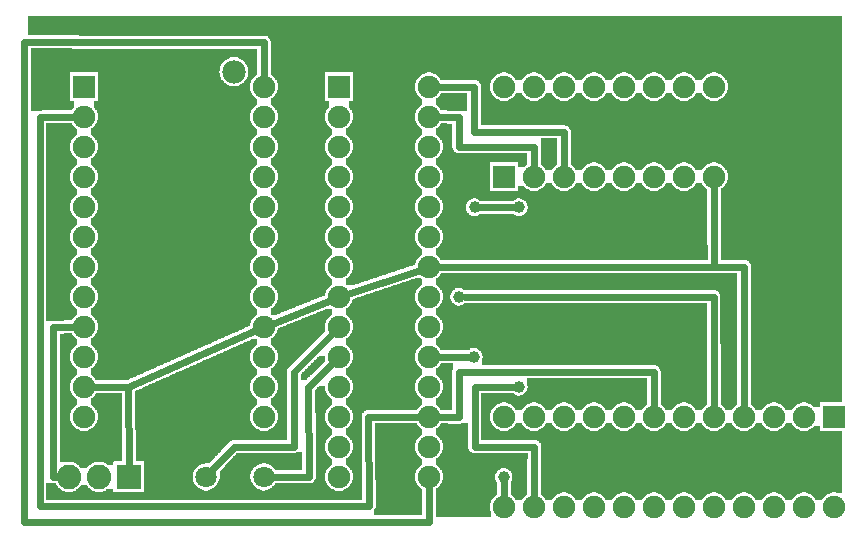
<source format=gtl>
G04 MADE WITH FRITZING*
G04 WWW.FRITZING.ORG*
G04 DOUBLE SIDED*
G04 HOLES PLATED*
G04 CONTOUR ON CENTER OF CONTOUR VECTOR*
%ASAXBY*%
%FSLAX23Y23*%
%MOIN*%
%OFA0B0*%
%SFA1.0B1.0*%
%ADD10C,0.075000*%
%ADD11C,0.039370*%
%ADD12C,0.082000*%
%ADD13C,0.070925*%
%ADD14C,0.070866*%
%ADD15C,0.078000*%
%ADD16R,0.075000X0.075000*%
%ADD17R,0.082000X0.082000*%
%ADD18C,0.024000*%
%LNCOPPER1*%
G90*
G70*
G54D10*
X924Y1641D03*
X352Y1526D03*
X1482Y1176D03*
X1481Y669D03*
X214Y273D03*
X1807Y257D03*
X1260Y280D03*
X1468Y140D03*
X1259Y759D03*
G54D11*
X1678Y476D03*
X1530Y1074D03*
X1678Y1074D03*
X1627Y175D03*
X1528Y576D03*
X1478Y776D03*
G54D10*
X2728Y376D03*
X2728Y76D03*
X2628Y376D03*
X2628Y76D03*
X2528Y376D03*
X2528Y76D03*
X2428Y376D03*
X2428Y76D03*
X2328Y376D03*
X2328Y76D03*
X2228Y376D03*
X2228Y76D03*
X2128Y376D03*
X2128Y76D03*
X2028Y376D03*
X2028Y76D03*
X1928Y376D03*
X1928Y76D03*
X1828Y376D03*
X1828Y76D03*
X1728Y376D03*
X1728Y76D03*
X1628Y376D03*
X1628Y76D03*
X1078Y1476D03*
X1378Y1476D03*
X1078Y1376D03*
X1378Y1376D03*
X1078Y1276D03*
X1378Y1276D03*
X1078Y1176D03*
X1378Y1176D03*
X1078Y1076D03*
X1378Y1076D03*
X1078Y976D03*
X1378Y976D03*
X1078Y876D03*
X1378Y876D03*
X1078Y776D03*
X1378Y776D03*
X1078Y676D03*
X1378Y676D03*
X1078Y576D03*
X1378Y576D03*
X1078Y476D03*
X1378Y476D03*
X1078Y376D03*
X1378Y376D03*
X1078Y276D03*
X1378Y276D03*
X1078Y176D03*
X1378Y176D03*
X228Y1476D03*
X828Y1476D03*
X228Y1376D03*
X828Y1376D03*
X228Y1276D03*
X828Y1276D03*
X228Y1176D03*
X828Y1176D03*
X228Y1076D03*
X828Y1076D03*
X228Y976D03*
X828Y976D03*
X228Y876D03*
X828Y876D03*
X228Y776D03*
X828Y776D03*
X228Y676D03*
X828Y676D03*
X228Y576D03*
X828Y576D03*
X228Y476D03*
X828Y476D03*
X228Y376D03*
X828Y376D03*
G54D12*
X378Y176D03*
X278Y176D03*
X178Y176D03*
G54D13*
X635Y176D03*
G54D14*
X828Y176D03*
G54D10*
X1628Y1176D03*
X1628Y1476D03*
X1728Y1176D03*
X1728Y1476D03*
X1828Y1176D03*
X1828Y1476D03*
X1928Y1176D03*
X1928Y1476D03*
X2028Y1176D03*
X2028Y1476D03*
X2128Y1176D03*
X2128Y1476D03*
X2228Y1176D03*
X2228Y1476D03*
X2328Y1176D03*
X2328Y1476D03*
G54D15*
X728Y1526D03*
G54D16*
X2728Y376D03*
X1078Y1476D03*
X228Y1476D03*
G54D17*
X378Y176D03*
G54D16*
X1628Y1176D03*
G54D18*
X1549Y1074D02*
X1659Y1074D01*
D02*
X2428Y877D02*
X2428Y405D01*
D02*
X2329Y877D02*
X2428Y877D01*
D02*
X2327Y777D02*
X2328Y405D01*
D02*
X1497Y776D02*
X2327Y777D01*
D02*
X1729Y277D02*
X1728Y105D01*
D02*
X1530Y277D02*
X1729Y277D01*
D02*
X1659Y476D02*
X1530Y476D01*
D02*
X1530Y476D02*
X1530Y277D01*
D02*
X1627Y156D02*
X1628Y105D01*
D02*
X1479Y374D02*
X1406Y376D01*
D02*
X1479Y527D02*
X1479Y374D01*
D02*
X2127Y527D02*
X1479Y527D01*
D02*
X2128Y405D02*
X2127Y527D01*
D02*
X1406Y576D02*
X1509Y576D01*
D02*
X1479Y1276D02*
X1729Y1276D01*
D02*
X1729Y1276D02*
X1728Y1205D01*
D02*
X1479Y1374D02*
X1479Y1276D01*
D02*
X1406Y1375D02*
X1479Y1374D01*
D02*
X1528Y1477D02*
X1528Y1325D01*
D02*
X1528Y1325D02*
X1828Y1325D01*
D02*
X1828Y1325D02*
X1828Y1205D01*
D02*
X1406Y1476D02*
X1528Y1477D01*
D02*
X199Y676D02*
X126Y674D01*
D02*
X378Y208D02*
X376Y476D01*
D02*
X854Y687D02*
X1051Y765D01*
D02*
X1377Y27D02*
X29Y27D01*
D02*
X1378Y147D02*
X1377Y27D01*
D02*
X29Y1625D02*
X827Y1625D01*
D02*
X29Y27D02*
X29Y1625D01*
D02*
X827Y1625D02*
X828Y1505D01*
D02*
X1175Y376D02*
X1178Y78D01*
D02*
X80Y78D02*
X80Y1375D01*
D02*
X1349Y376D02*
X1175Y376D01*
D02*
X80Y1375D02*
X199Y1376D01*
D02*
X1351Y867D02*
X1105Y785D01*
D02*
X256Y476D02*
X376Y476D01*
D02*
X927Y525D02*
X1058Y656D01*
D02*
X927Y276D02*
X927Y525D01*
D02*
X728Y276D02*
X927Y276D01*
D02*
X653Y196D02*
X728Y276D01*
D02*
X978Y175D02*
X976Y475D01*
D02*
X855Y176D02*
X978Y175D01*
D02*
X976Y475D02*
X1057Y556D01*
D02*
X1178Y78D02*
X80Y78D01*
D02*
X126Y175D02*
X146Y175D01*
D02*
X126Y674D02*
X126Y175D01*
D02*
X376Y476D02*
X256Y476D01*
D02*
X376Y476D02*
X802Y664D01*
D02*
X2329Y877D02*
X2328Y1147D01*
D02*
X1406Y876D02*
X2329Y877D01*
G36*
X40Y1712D02*
X40Y1648D01*
X210Y1648D01*
X210Y1646D01*
X836Y1646D01*
X836Y1644D01*
X840Y1644D01*
X840Y1642D01*
X842Y1642D01*
X842Y1640D01*
X844Y1640D01*
X844Y1638D01*
X846Y1638D01*
X846Y1634D01*
X848Y1634D01*
X848Y1628D01*
X850Y1628D01*
X850Y1524D01*
X2334Y1524D01*
X2334Y1522D01*
X2342Y1522D01*
X2342Y1520D01*
X2346Y1520D01*
X2346Y1518D01*
X2350Y1518D01*
X2350Y1516D01*
X2352Y1516D01*
X2352Y1514D01*
X2356Y1514D01*
X2356Y1512D01*
X2358Y1512D01*
X2358Y1510D01*
X2360Y1510D01*
X2360Y1508D01*
X2362Y1508D01*
X2362Y1506D01*
X2364Y1506D01*
X2364Y1504D01*
X2366Y1504D01*
X2366Y1500D01*
X2368Y1500D01*
X2368Y1498D01*
X2370Y1498D01*
X2370Y1494D01*
X2372Y1494D01*
X2372Y1488D01*
X2374Y1488D01*
X2374Y1480D01*
X2376Y1480D01*
X2376Y1472D01*
X2374Y1472D01*
X2374Y1464D01*
X2372Y1464D01*
X2372Y1458D01*
X2370Y1458D01*
X2370Y1454D01*
X2368Y1454D01*
X2368Y1452D01*
X2366Y1452D01*
X2366Y1448D01*
X2364Y1448D01*
X2364Y1446D01*
X2362Y1446D01*
X2362Y1444D01*
X2360Y1444D01*
X2360Y1442D01*
X2358Y1442D01*
X2358Y1440D01*
X2356Y1440D01*
X2356Y1438D01*
X2352Y1438D01*
X2352Y1436D01*
X2350Y1436D01*
X2350Y1434D01*
X2346Y1434D01*
X2346Y1432D01*
X2342Y1432D01*
X2342Y1430D01*
X2334Y1430D01*
X2334Y1428D01*
X2754Y1428D01*
X2754Y1712D01*
X40Y1712D01*
G37*
D02*
G36*
X850Y1524D02*
X850Y1516D01*
X852Y1516D01*
X852Y1514D01*
X856Y1514D01*
X856Y1512D01*
X858Y1512D01*
X858Y1510D01*
X860Y1510D01*
X860Y1508D01*
X862Y1508D01*
X862Y1506D01*
X864Y1506D01*
X864Y1504D01*
X866Y1504D01*
X866Y1500D01*
X868Y1500D01*
X868Y1498D01*
X870Y1498D01*
X870Y1494D01*
X872Y1494D01*
X872Y1488D01*
X874Y1488D01*
X874Y1480D01*
X876Y1480D01*
X876Y1472D01*
X874Y1472D01*
X874Y1464D01*
X872Y1464D01*
X872Y1458D01*
X870Y1458D01*
X870Y1454D01*
X868Y1454D01*
X868Y1452D01*
X866Y1452D01*
X866Y1448D01*
X864Y1448D01*
X864Y1446D01*
X862Y1446D01*
X862Y1444D01*
X860Y1444D01*
X860Y1442D01*
X858Y1442D01*
X858Y1440D01*
X856Y1440D01*
X856Y1438D01*
X852Y1438D01*
X852Y1436D01*
X850Y1436D01*
X850Y1416D01*
X852Y1416D01*
X852Y1414D01*
X856Y1414D01*
X856Y1412D01*
X858Y1412D01*
X858Y1410D01*
X860Y1410D01*
X860Y1408D01*
X862Y1408D01*
X862Y1406D01*
X864Y1406D01*
X864Y1404D01*
X866Y1404D01*
X866Y1400D01*
X868Y1400D01*
X868Y1398D01*
X870Y1398D01*
X870Y1394D01*
X872Y1394D01*
X872Y1388D01*
X874Y1388D01*
X874Y1380D01*
X876Y1380D01*
X876Y1372D01*
X874Y1372D01*
X874Y1364D01*
X872Y1364D01*
X872Y1358D01*
X870Y1358D01*
X870Y1354D01*
X868Y1354D01*
X868Y1352D01*
X866Y1352D01*
X866Y1348D01*
X864Y1348D01*
X864Y1346D01*
X862Y1346D01*
X862Y1344D01*
X860Y1344D01*
X860Y1342D01*
X858Y1342D01*
X858Y1340D01*
X856Y1340D01*
X856Y1338D01*
X852Y1338D01*
X852Y1336D01*
X850Y1336D01*
X850Y1316D01*
X852Y1316D01*
X852Y1314D01*
X856Y1314D01*
X856Y1312D01*
X858Y1312D01*
X858Y1310D01*
X860Y1310D01*
X860Y1308D01*
X862Y1308D01*
X862Y1306D01*
X864Y1306D01*
X864Y1304D01*
X866Y1304D01*
X866Y1300D01*
X868Y1300D01*
X868Y1298D01*
X870Y1298D01*
X870Y1294D01*
X872Y1294D01*
X872Y1288D01*
X874Y1288D01*
X874Y1280D01*
X876Y1280D01*
X876Y1272D01*
X874Y1272D01*
X874Y1264D01*
X872Y1264D01*
X872Y1258D01*
X870Y1258D01*
X870Y1254D01*
X868Y1254D01*
X868Y1252D01*
X866Y1252D01*
X866Y1248D01*
X864Y1248D01*
X864Y1246D01*
X862Y1246D01*
X862Y1244D01*
X860Y1244D01*
X860Y1242D01*
X858Y1242D01*
X858Y1240D01*
X856Y1240D01*
X856Y1238D01*
X852Y1238D01*
X852Y1236D01*
X850Y1236D01*
X850Y1216D01*
X852Y1216D01*
X852Y1214D01*
X856Y1214D01*
X856Y1212D01*
X858Y1212D01*
X858Y1210D01*
X860Y1210D01*
X860Y1208D01*
X862Y1208D01*
X862Y1206D01*
X864Y1206D01*
X864Y1204D01*
X866Y1204D01*
X866Y1200D01*
X868Y1200D01*
X868Y1198D01*
X870Y1198D01*
X870Y1194D01*
X872Y1194D01*
X872Y1188D01*
X874Y1188D01*
X874Y1180D01*
X876Y1180D01*
X876Y1172D01*
X874Y1172D01*
X874Y1164D01*
X872Y1164D01*
X872Y1158D01*
X870Y1158D01*
X870Y1154D01*
X868Y1154D01*
X868Y1152D01*
X866Y1152D01*
X866Y1148D01*
X864Y1148D01*
X864Y1146D01*
X862Y1146D01*
X862Y1144D01*
X860Y1144D01*
X860Y1142D01*
X858Y1142D01*
X858Y1140D01*
X856Y1140D01*
X856Y1138D01*
X852Y1138D01*
X852Y1136D01*
X850Y1136D01*
X850Y1116D01*
X852Y1116D01*
X852Y1114D01*
X856Y1114D01*
X856Y1112D01*
X858Y1112D01*
X858Y1110D01*
X860Y1110D01*
X860Y1108D01*
X862Y1108D01*
X862Y1106D01*
X864Y1106D01*
X864Y1104D01*
X866Y1104D01*
X866Y1100D01*
X868Y1100D01*
X868Y1098D01*
X870Y1098D01*
X870Y1094D01*
X872Y1094D01*
X872Y1088D01*
X874Y1088D01*
X874Y1080D01*
X876Y1080D01*
X876Y1072D01*
X874Y1072D01*
X874Y1064D01*
X872Y1064D01*
X872Y1058D01*
X870Y1058D01*
X870Y1054D01*
X868Y1054D01*
X868Y1052D01*
X866Y1052D01*
X866Y1048D01*
X864Y1048D01*
X864Y1046D01*
X862Y1046D01*
X862Y1044D01*
X860Y1044D01*
X860Y1042D01*
X858Y1042D01*
X858Y1040D01*
X856Y1040D01*
X856Y1038D01*
X852Y1038D01*
X852Y1036D01*
X850Y1036D01*
X850Y1016D01*
X852Y1016D01*
X852Y1014D01*
X856Y1014D01*
X856Y1012D01*
X858Y1012D01*
X858Y1010D01*
X860Y1010D01*
X860Y1008D01*
X862Y1008D01*
X862Y1006D01*
X864Y1006D01*
X864Y1004D01*
X866Y1004D01*
X866Y1000D01*
X868Y1000D01*
X868Y998D01*
X870Y998D01*
X870Y994D01*
X872Y994D01*
X872Y988D01*
X874Y988D01*
X874Y980D01*
X876Y980D01*
X876Y972D01*
X874Y972D01*
X874Y964D01*
X872Y964D01*
X872Y958D01*
X870Y958D01*
X870Y954D01*
X868Y954D01*
X868Y952D01*
X866Y952D01*
X866Y948D01*
X864Y948D01*
X864Y946D01*
X862Y946D01*
X862Y944D01*
X860Y944D01*
X860Y942D01*
X858Y942D01*
X858Y940D01*
X856Y940D01*
X856Y938D01*
X852Y938D01*
X852Y936D01*
X850Y936D01*
X850Y916D01*
X852Y916D01*
X852Y914D01*
X856Y914D01*
X856Y912D01*
X858Y912D01*
X858Y910D01*
X860Y910D01*
X860Y908D01*
X862Y908D01*
X862Y906D01*
X864Y906D01*
X864Y904D01*
X866Y904D01*
X866Y900D01*
X868Y900D01*
X868Y898D01*
X870Y898D01*
X870Y894D01*
X872Y894D01*
X872Y888D01*
X874Y888D01*
X874Y880D01*
X876Y880D01*
X876Y872D01*
X874Y872D01*
X874Y864D01*
X872Y864D01*
X872Y858D01*
X870Y858D01*
X870Y854D01*
X868Y854D01*
X868Y852D01*
X866Y852D01*
X866Y848D01*
X864Y848D01*
X864Y846D01*
X862Y846D01*
X862Y844D01*
X860Y844D01*
X860Y842D01*
X858Y842D01*
X858Y840D01*
X856Y840D01*
X856Y838D01*
X852Y838D01*
X852Y836D01*
X850Y836D01*
X850Y816D01*
X852Y816D01*
X852Y814D01*
X856Y814D01*
X856Y812D01*
X858Y812D01*
X858Y810D01*
X860Y810D01*
X860Y808D01*
X862Y808D01*
X862Y806D01*
X864Y806D01*
X864Y804D01*
X866Y804D01*
X866Y800D01*
X868Y800D01*
X868Y798D01*
X870Y798D01*
X870Y794D01*
X872Y794D01*
X872Y788D01*
X874Y788D01*
X874Y780D01*
X876Y780D01*
X876Y772D01*
X874Y772D01*
X874Y764D01*
X872Y764D01*
X872Y758D01*
X870Y758D01*
X870Y754D01*
X868Y754D01*
X868Y752D01*
X866Y752D01*
X866Y748D01*
X864Y748D01*
X864Y746D01*
X862Y746D01*
X862Y744D01*
X860Y744D01*
X860Y742D01*
X858Y742D01*
X858Y740D01*
X856Y740D01*
X856Y738D01*
X852Y738D01*
X852Y736D01*
X850Y736D01*
X850Y716D01*
X870Y716D01*
X870Y718D01*
X876Y718D01*
X876Y720D01*
X880Y720D01*
X880Y722D01*
X886Y722D01*
X886Y724D01*
X890Y724D01*
X890Y726D01*
X896Y726D01*
X896Y728D01*
X900Y728D01*
X900Y730D01*
X906Y730D01*
X906Y732D01*
X910Y732D01*
X910Y734D01*
X916Y734D01*
X916Y736D01*
X920Y736D01*
X920Y738D01*
X926Y738D01*
X926Y740D01*
X930Y740D01*
X930Y742D01*
X936Y742D01*
X936Y744D01*
X940Y744D01*
X940Y746D01*
X946Y746D01*
X946Y748D01*
X950Y748D01*
X950Y750D01*
X956Y750D01*
X956Y752D01*
X960Y752D01*
X960Y754D01*
X966Y754D01*
X966Y756D01*
X970Y756D01*
X970Y758D01*
X976Y758D01*
X976Y760D01*
X980Y760D01*
X980Y762D01*
X986Y762D01*
X986Y764D01*
X990Y764D01*
X990Y766D01*
X996Y766D01*
X996Y768D01*
X1000Y768D01*
X1000Y770D01*
X1006Y770D01*
X1006Y772D01*
X1010Y772D01*
X1010Y774D01*
X1016Y774D01*
X1016Y776D01*
X1020Y776D01*
X1020Y778D01*
X1026Y778D01*
X1026Y780D01*
X1030Y780D01*
X1030Y784D01*
X1032Y784D01*
X1032Y790D01*
X1034Y790D01*
X1034Y794D01*
X1036Y794D01*
X1036Y798D01*
X1038Y798D01*
X1038Y802D01*
X1040Y802D01*
X1040Y804D01*
X1042Y804D01*
X1042Y806D01*
X1044Y806D01*
X1044Y808D01*
X1046Y808D01*
X1046Y810D01*
X1048Y810D01*
X1048Y812D01*
X1050Y812D01*
X1050Y814D01*
X1052Y814D01*
X1052Y816D01*
X1056Y816D01*
X1056Y836D01*
X1052Y836D01*
X1052Y838D01*
X1050Y838D01*
X1050Y840D01*
X1048Y840D01*
X1048Y842D01*
X1046Y842D01*
X1046Y844D01*
X1044Y844D01*
X1044Y846D01*
X1042Y846D01*
X1042Y848D01*
X1040Y848D01*
X1040Y850D01*
X1038Y850D01*
X1038Y854D01*
X1036Y854D01*
X1036Y858D01*
X1034Y858D01*
X1034Y862D01*
X1032Y862D01*
X1032Y868D01*
X1030Y868D01*
X1030Y884D01*
X1032Y884D01*
X1032Y890D01*
X1034Y890D01*
X1034Y894D01*
X1036Y894D01*
X1036Y898D01*
X1038Y898D01*
X1038Y902D01*
X1040Y902D01*
X1040Y904D01*
X1042Y904D01*
X1042Y906D01*
X1044Y906D01*
X1044Y908D01*
X1046Y908D01*
X1046Y910D01*
X1048Y910D01*
X1048Y912D01*
X1050Y912D01*
X1050Y914D01*
X1052Y914D01*
X1052Y916D01*
X1056Y916D01*
X1056Y936D01*
X1052Y936D01*
X1052Y938D01*
X1050Y938D01*
X1050Y940D01*
X1048Y940D01*
X1048Y942D01*
X1046Y942D01*
X1046Y944D01*
X1044Y944D01*
X1044Y946D01*
X1042Y946D01*
X1042Y948D01*
X1040Y948D01*
X1040Y950D01*
X1038Y950D01*
X1038Y954D01*
X1036Y954D01*
X1036Y958D01*
X1034Y958D01*
X1034Y962D01*
X1032Y962D01*
X1032Y968D01*
X1030Y968D01*
X1030Y984D01*
X1032Y984D01*
X1032Y990D01*
X1034Y990D01*
X1034Y994D01*
X1036Y994D01*
X1036Y998D01*
X1038Y998D01*
X1038Y1002D01*
X1040Y1002D01*
X1040Y1004D01*
X1042Y1004D01*
X1042Y1006D01*
X1044Y1006D01*
X1044Y1008D01*
X1046Y1008D01*
X1046Y1010D01*
X1048Y1010D01*
X1048Y1012D01*
X1050Y1012D01*
X1050Y1014D01*
X1052Y1014D01*
X1052Y1016D01*
X1056Y1016D01*
X1056Y1036D01*
X1052Y1036D01*
X1052Y1038D01*
X1050Y1038D01*
X1050Y1040D01*
X1048Y1040D01*
X1048Y1042D01*
X1046Y1042D01*
X1046Y1044D01*
X1044Y1044D01*
X1044Y1046D01*
X1042Y1046D01*
X1042Y1048D01*
X1040Y1048D01*
X1040Y1050D01*
X1038Y1050D01*
X1038Y1054D01*
X1036Y1054D01*
X1036Y1058D01*
X1034Y1058D01*
X1034Y1062D01*
X1032Y1062D01*
X1032Y1068D01*
X1030Y1068D01*
X1030Y1084D01*
X1032Y1084D01*
X1032Y1090D01*
X1034Y1090D01*
X1034Y1094D01*
X1036Y1094D01*
X1036Y1098D01*
X1038Y1098D01*
X1038Y1102D01*
X1040Y1102D01*
X1040Y1104D01*
X1042Y1104D01*
X1042Y1106D01*
X1044Y1106D01*
X1044Y1108D01*
X1046Y1108D01*
X1046Y1110D01*
X1048Y1110D01*
X1048Y1112D01*
X1050Y1112D01*
X1050Y1114D01*
X1052Y1114D01*
X1052Y1116D01*
X1056Y1116D01*
X1056Y1136D01*
X1052Y1136D01*
X1052Y1138D01*
X1050Y1138D01*
X1050Y1140D01*
X1048Y1140D01*
X1048Y1142D01*
X1046Y1142D01*
X1046Y1144D01*
X1044Y1144D01*
X1044Y1146D01*
X1042Y1146D01*
X1042Y1148D01*
X1040Y1148D01*
X1040Y1150D01*
X1038Y1150D01*
X1038Y1154D01*
X1036Y1154D01*
X1036Y1158D01*
X1034Y1158D01*
X1034Y1162D01*
X1032Y1162D01*
X1032Y1168D01*
X1030Y1168D01*
X1030Y1184D01*
X1032Y1184D01*
X1032Y1190D01*
X1034Y1190D01*
X1034Y1194D01*
X1036Y1194D01*
X1036Y1198D01*
X1038Y1198D01*
X1038Y1202D01*
X1040Y1202D01*
X1040Y1204D01*
X1042Y1204D01*
X1042Y1206D01*
X1044Y1206D01*
X1044Y1208D01*
X1046Y1208D01*
X1046Y1210D01*
X1048Y1210D01*
X1048Y1212D01*
X1050Y1212D01*
X1050Y1214D01*
X1052Y1214D01*
X1052Y1216D01*
X1056Y1216D01*
X1056Y1236D01*
X1052Y1236D01*
X1052Y1238D01*
X1050Y1238D01*
X1050Y1240D01*
X1048Y1240D01*
X1048Y1242D01*
X1046Y1242D01*
X1046Y1244D01*
X1044Y1244D01*
X1044Y1246D01*
X1042Y1246D01*
X1042Y1248D01*
X1040Y1248D01*
X1040Y1250D01*
X1038Y1250D01*
X1038Y1254D01*
X1036Y1254D01*
X1036Y1258D01*
X1034Y1258D01*
X1034Y1262D01*
X1032Y1262D01*
X1032Y1268D01*
X1030Y1268D01*
X1030Y1284D01*
X1032Y1284D01*
X1032Y1290D01*
X1034Y1290D01*
X1034Y1294D01*
X1036Y1294D01*
X1036Y1298D01*
X1038Y1298D01*
X1038Y1302D01*
X1040Y1302D01*
X1040Y1304D01*
X1042Y1304D01*
X1042Y1306D01*
X1044Y1306D01*
X1044Y1308D01*
X1046Y1308D01*
X1046Y1310D01*
X1048Y1310D01*
X1048Y1312D01*
X1050Y1312D01*
X1050Y1314D01*
X1052Y1314D01*
X1052Y1316D01*
X1056Y1316D01*
X1056Y1336D01*
X1052Y1336D01*
X1052Y1338D01*
X1050Y1338D01*
X1050Y1340D01*
X1048Y1340D01*
X1048Y1342D01*
X1046Y1342D01*
X1046Y1344D01*
X1044Y1344D01*
X1044Y1346D01*
X1042Y1346D01*
X1042Y1348D01*
X1040Y1348D01*
X1040Y1350D01*
X1038Y1350D01*
X1038Y1354D01*
X1036Y1354D01*
X1036Y1358D01*
X1034Y1358D01*
X1034Y1362D01*
X1032Y1362D01*
X1032Y1368D01*
X1030Y1368D01*
X1030Y1384D01*
X1032Y1384D01*
X1032Y1390D01*
X1034Y1390D01*
X1034Y1394D01*
X1036Y1394D01*
X1036Y1398D01*
X1038Y1398D01*
X1038Y1402D01*
X1040Y1402D01*
X1040Y1404D01*
X1042Y1404D01*
X1042Y1406D01*
X1044Y1406D01*
X1044Y1408D01*
X1046Y1408D01*
X1046Y1428D01*
X1030Y1428D01*
X1030Y1524D01*
X850Y1524D01*
G37*
D02*
G36*
X1124Y1524D02*
X1124Y1522D01*
X1126Y1522D01*
X1126Y1430D01*
X1124Y1430D01*
X1124Y1428D01*
X1110Y1428D01*
X1110Y1408D01*
X1112Y1408D01*
X1112Y1406D01*
X1114Y1406D01*
X1114Y1404D01*
X1116Y1404D01*
X1116Y1400D01*
X1118Y1400D01*
X1118Y1398D01*
X1120Y1398D01*
X1120Y1394D01*
X1122Y1394D01*
X1122Y1388D01*
X1124Y1388D01*
X1124Y1380D01*
X1126Y1380D01*
X1126Y1372D01*
X1124Y1372D01*
X1124Y1364D01*
X1122Y1364D01*
X1122Y1358D01*
X1120Y1358D01*
X1120Y1354D01*
X1118Y1354D01*
X1118Y1352D01*
X1116Y1352D01*
X1116Y1348D01*
X1114Y1348D01*
X1114Y1346D01*
X1112Y1346D01*
X1112Y1344D01*
X1110Y1344D01*
X1110Y1342D01*
X1108Y1342D01*
X1108Y1340D01*
X1106Y1340D01*
X1106Y1338D01*
X1102Y1338D01*
X1102Y1336D01*
X1100Y1336D01*
X1100Y1316D01*
X1102Y1316D01*
X1102Y1314D01*
X1106Y1314D01*
X1106Y1312D01*
X1108Y1312D01*
X1108Y1310D01*
X1110Y1310D01*
X1110Y1308D01*
X1112Y1308D01*
X1112Y1306D01*
X1114Y1306D01*
X1114Y1304D01*
X1116Y1304D01*
X1116Y1300D01*
X1118Y1300D01*
X1118Y1298D01*
X1120Y1298D01*
X1120Y1294D01*
X1122Y1294D01*
X1122Y1288D01*
X1124Y1288D01*
X1124Y1280D01*
X1126Y1280D01*
X1126Y1272D01*
X1124Y1272D01*
X1124Y1264D01*
X1122Y1264D01*
X1122Y1258D01*
X1120Y1258D01*
X1120Y1254D01*
X1118Y1254D01*
X1118Y1252D01*
X1116Y1252D01*
X1116Y1248D01*
X1114Y1248D01*
X1114Y1246D01*
X1112Y1246D01*
X1112Y1244D01*
X1110Y1244D01*
X1110Y1242D01*
X1108Y1242D01*
X1108Y1240D01*
X1106Y1240D01*
X1106Y1238D01*
X1102Y1238D01*
X1102Y1236D01*
X1100Y1236D01*
X1100Y1216D01*
X1102Y1216D01*
X1102Y1214D01*
X1106Y1214D01*
X1106Y1212D01*
X1108Y1212D01*
X1108Y1210D01*
X1110Y1210D01*
X1110Y1208D01*
X1112Y1208D01*
X1112Y1206D01*
X1114Y1206D01*
X1114Y1204D01*
X1116Y1204D01*
X1116Y1200D01*
X1118Y1200D01*
X1118Y1198D01*
X1120Y1198D01*
X1120Y1194D01*
X1122Y1194D01*
X1122Y1188D01*
X1124Y1188D01*
X1124Y1180D01*
X1126Y1180D01*
X1126Y1172D01*
X1124Y1172D01*
X1124Y1164D01*
X1122Y1164D01*
X1122Y1158D01*
X1120Y1158D01*
X1120Y1154D01*
X1118Y1154D01*
X1118Y1152D01*
X1116Y1152D01*
X1116Y1148D01*
X1114Y1148D01*
X1114Y1146D01*
X1112Y1146D01*
X1112Y1144D01*
X1110Y1144D01*
X1110Y1142D01*
X1108Y1142D01*
X1108Y1140D01*
X1106Y1140D01*
X1106Y1138D01*
X1102Y1138D01*
X1102Y1136D01*
X1100Y1136D01*
X1100Y1116D01*
X1102Y1116D01*
X1102Y1114D01*
X1106Y1114D01*
X1106Y1112D01*
X1108Y1112D01*
X1108Y1110D01*
X1110Y1110D01*
X1110Y1108D01*
X1112Y1108D01*
X1112Y1106D01*
X1114Y1106D01*
X1114Y1104D01*
X1116Y1104D01*
X1116Y1100D01*
X1118Y1100D01*
X1118Y1098D01*
X1120Y1098D01*
X1120Y1094D01*
X1122Y1094D01*
X1122Y1088D01*
X1124Y1088D01*
X1124Y1080D01*
X1126Y1080D01*
X1126Y1072D01*
X1124Y1072D01*
X1124Y1064D01*
X1122Y1064D01*
X1122Y1058D01*
X1120Y1058D01*
X1120Y1054D01*
X1118Y1054D01*
X1118Y1052D01*
X1116Y1052D01*
X1116Y1048D01*
X1114Y1048D01*
X1114Y1046D01*
X1112Y1046D01*
X1112Y1044D01*
X1110Y1044D01*
X1110Y1042D01*
X1108Y1042D01*
X1108Y1040D01*
X1106Y1040D01*
X1106Y1038D01*
X1102Y1038D01*
X1102Y1036D01*
X1100Y1036D01*
X1100Y1016D01*
X1102Y1016D01*
X1102Y1014D01*
X1106Y1014D01*
X1106Y1012D01*
X1108Y1012D01*
X1108Y1010D01*
X1110Y1010D01*
X1110Y1008D01*
X1112Y1008D01*
X1112Y1006D01*
X1114Y1006D01*
X1114Y1004D01*
X1116Y1004D01*
X1116Y1000D01*
X1118Y1000D01*
X1118Y998D01*
X1120Y998D01*
X1120Y994D01*
X1122Y994D01*
X1122Y988D01*
X1124Y988D01*
X1124Y980D01*
X1126Y980D01*
X1126Y972D01*
X1124Y972D01*
X1124Y964D01*
X1122Y964D01*
X1122Y958D01*
X1120Y958D01*
X1120Y954D01*
X1118Y954D01*
X1118Y952D01*
X1116Y952D01*
X1116Y948D01*
X1114Y948D01*
X1114Y946D01*
X1112Y946D01*
X1112Y944D01*
X1110Y944D01*
X1110Y942D01*
X1108Y942D01*
X1108Y940D01*
X1106Y940D01*
X1106Y938D01*
X1102Y938D01*
X1102Y936D01*
X1100Y936D01*
X1100Y916D01*
X1102Y916D01*
X1102Y914D01*
X1106Y914D01*
X1106Y912D01*
X1108Y912D01*
X1108Y910D01*
X1110Y910D01*
X1110Y908D01*
X1112Y908D01*
X1112Y906D01*
X1114Y906D01*
X1114Y904D01*
X1116Y904D01*
X1116Y900D01*
X1118Y900D01*
X1118Y898D01*
X1120Y898D01*
X1120Y894D01*
X1122Y894D01*
X1122Y888D01*
X1124Y888D01*
X1124Y880D01*
X1126Y880D01*
X1126Y872D01*
X1124Y872D01*
X1124Y864D01*
X1122Y864D01*
X1122Y858D01*
X1120Y858D01*
X1120Y854D01*
X1118Y854D01*
X1118Y852D01*
X1116Y852D01*
X1116Y848D01*
X1114Y848D01*
X1114Y846D01*
X1112Y846D01*
X1112Y844D01*
X1110Y844D01*
X1110Y842D01*
X1108Y842D01*
X1108Y840D01*
X1106Y840D01*
X1106Y838D01*
X1102Y838D01*
X1102Y836D01*
X1100Y836D01*
X1100Y816D01*
X1102Y816D01*
X1102Y814D01*
X1126Y814D01*
X1126Y816D01*
X1132Y816D01*
X1132Y818D01*
X1138Y818D01*
X1138Y820D01*
X1144Y820D01*
X1144Y822D01*
X1150Y822D01*
X1150Y824D01*
X1156Y824D01*
X1156Y826D01*
X1162Y826D01*
X1162Y828D01*
X1168Y828D01*
X1168Y830D01*
X1174Y830D01*
X1174Y832D01*
X1180Y832D01*
X1180Y834D01*
X1186Y834D01*
X1186Y836D01*
X1192Y836D01*
X1192Y838D01*
X1198Y838D01*
X1198Y840D01*
X1204Y840D01*
X1204Y842D01*
X1210Y842D01*
X1210Y844D01*
X1216Y844D01*
X1216Y846D01*
X1222Y846D01*
X1222Y848D01*
X1228Y848D01*
X1228Y850D01*
X1234Y850D01*
X1234Y852D01*
X1240Y852D01*
X1240Y854D01*
X1246Y854D01*
X1246Y856D01*
X1252Y856D01*
X1252Y858D01*
X1258Y858D01*
X1258Y860D01*
X1264Y860D01*
X1264Y862D01*
X1270Y862D01*
X1270Y864D01*
X1276Y864D01*
X1276Y866D01*
X1282Y866D01*
X1282Y868D01*
X1288Y868D01*
X1288Y870D01*
X1294Y870D01*
X1294Y872D01*
X1300Y872D01*
X1300Y874D01*
X1306Y874D01*
X1306Y876D01*
X1312Y876D01*
X1312Y878D01*
X1318Y878D01*
X1318Y880D01*
X1324Y880D01*
X1324Y882D01*
X1330Y882D01*
X1330Y884D01*
X1332Y884D01*
X1332Y890D01*
X1334Y890D01*
X1334Y894D01*
X1336Y894D01*
X1336Y898D01*
X1338Y898D01*
X1338Y902D01*
X1340Y902D01*
X1340Y904D01*
X1342Y904D01*
X1342Y906D01*
X1344Y906D01*
X1344Y908D01*
X1346Y908D01*
X1346Y910D01*
X1348Y910D01*
X1348Y912D01*
X1350Y912D01*
X1350Y914D01*
X1352Y914D01*
X1352Y916D01*
X1356Y916D01*
X1356Y936D01*
X1352Y936D01*
X1352Y938D01*
X1350Y938D01*
X1350Y940D01*
X1348Y940D01*
X1348Y942D01*
X1346Y942D01*
X1346Y944D01*
X1344Y944D01*
X1344Y946D01*
X1342Y946D01*
X1342Y948D01*
X1340Y948D01*
X1340Y950D01*
X1338Y950D01*
X1338Y954D01*
X1336Y954D01*
X1336Y958D01*
X1334Y958D01*
X1334Y962D01*
X1332Y962D01*
X1332Y968D01*
X1330Y968D01*
X1330Y984D01*
X1332Y984D01*
X1332Y990D01*
X1334Y990D01*
X1334Y994D01*
X1336Y994D01*
X1336Y998D01*
X1338Y998D01*
X1338Y1002D01*
X1340Y1002D01*
X1340Y1004D01*
X1342Y1004D01*
X1342Y1006D01*
X1344Y1006D01*
X1344Y1008D01*
X1346Y1008D01*
X1346Y1010D01*
X1348Y1010D01*
X1348Y1012D01*
X1350Y1012D01*
X1350Y1014D01*
X1352Y1014D01*
X1352Y1016D01*
X1356Y1016D01*
X1356Y1036D01*
X1352Y1036D01*
X1352Y1038D01*
X1350Y1038D01*
X1350Y1040D01*
X1348Y1040D01*
X1348Y1042D01*
X1346Y1042D01*
X1346Y1044D01*
X1344Y1044D01*
X1344Y1046D01*
X1342Y1046D01*
X1342Y1048D01*
X1340Y1048D01*
X1340Y1050D01*
X1338Y1050D01*
X1338Y1054D01*
X1336Y1054D01*
X1336Y1058D01*
X1334Y1058D01*
X1334Y1062D01*
X1332Y1062D01*
X1332Y1068D01*
X1330Y1068D01*
X1330Y1084D01*
X1332Y1084D01*
X1332Y1090D01*
X1334Y1090D01*
X1334Y1094D01*
X1336Y1094D01*
X1336Y1098D01*
X1338Y1098D01*
X1338Y1102D01*
X1340Y1102D01*
X1340Y1104D01*
X1342Y1104D01*
X1342Y1106D01*
X1344Y1106D01*
X1344Y1108D01*
X1346Y1108D01*
X1346Y1110D01*
X1348Y1110D01*
X1348Y1112D01*
X1350Y1112D01*
X1350Y1114D01*
X1352Y1114D01*
X1352Y1116D01*
X1356Y1116D01*
X1356Y1136D01*
X1352Y1136D01*
X1352Y1138D01*
X1350Y1138D01*
X1350Y1140D01*
X1348Y1140D01*
X1348Y1142D01*
X1346Y1142D01*
X1346Y1144D01*
X1344Y1144D01*
X1344Y1146D01*
X1342Y1146D01*
X1342Y1148D01*
X1340Y1148D01*
X1340Y1150D01*
X1338Y1150D01*
X1338Y1154D01*
X1336Y1154D01*
X1336Y1158D01*
X1334Y1158D01*
X1334Y1162D01*
X1332Y1162D01*
X1332Y1168D01*
X1330Y1168D01*
X1330Y1184D01*
X1332Y1184D01*
X1332Y1190D01*
X1334Y1190D01*
X1334Y1194D01*
X1336Y1194D01*
X1336Y1198D01*
X1338Y1198D01*
X1338Y1202D01*
X1340Y1202D01*
X1340Y1204D01*
X1342Y1204D01*
X1342Y1206D01*
X1344Y1206D01*
X1344Y1208D01*
X1346Y1208D01*
X1346Y1210D01*
X1348Y1210D01*
X1348Y1212D01*
X1350Y1212D01*
X1350Y1214D01*
X1352Y1214D01*
X1352Y1216D01*
X1356Y1216D01*
X1356Y1236D01*
X1352Y1236D01*
X1352Y1238D01*
X1350Y1238D01*
X1350Y1240D01*
X1348Y1240D01*
X1348Y1242D01*
X1346Y1242D01*
X1346Y1244D01*
X1344Y1244D01*
X1344Y1246D01*
X1342Y1246D01*
X1342Y1248D01*
X1340Y1248D01*
X1340Y1250D01*
X1338Y1250D01*
X1338Y1254D01*
X1336Y1254D01*
X1336Y1258D01*
X1334Y1258D01*
X1334Y1262D01*
X1332Y1262D01*
X1332Y1268D01*
X1330Y1268D01*
X1330Y1284D01*
X1332Y1284D01*
X1332Y1290D01*
X1334Y1290D01*
X1334Y1294D01*
X1336Y1294D01*
X1336Y1298D01*
X1338Y1298D01*
X1338Y1302D01*
X1340Y1302D01*
X1340Y1304D01*
X1342Y1304D01*
X1342Y1306D01*
X1344Y1306D01*
X1344Y1308D01*
X1346Y1308D01*
X1346Y1310D01*
X1348Y1310D01*
X1348Y1312D01*
X1350Y1312D01*
X1350Y1314D01*
X1352Y1314D01*
X1352Y1316D01*
X1356Y1316D01*
X1356Y1336D01*
X1352Y1336D01*
X1352Y1338D01*
X1350Y1338D01*
X1350Y1340D01*
X1348Y1340D01*
X1348Y1342D01*
X1346Y1342D01*
X1346Y1344D01*
X1344Y1344D01*
X1344Y1346D01*
X1342Y1346D01*
X1342Y1348D01*
X1340Y1348D01*
X1340Y1350D01*
X1338Y1350D01*
X1338Y1354D01*
X1336Y1354D01*
X1336Y1358D01*
X1334Y1358D01*
X1334Y1362D01*
X1332Y1362D01*
X1332Y1368D01*
X1330Y1368D01*
X1330Y1384D01*
X1332Y1384D01*
X1332Y1390D01*
X1334Y1390D01*
X1334Y1394D01*
X1336Y1394D01*
X1336Y1398D01*
X1338Y1398D01*
X1338Y1402D01*
X1340Y1402D01*
X1340Y1404D01*
X1342Y1404D01*
X1342Y1406D01*
X1344Y1406D01*
X1344Y1408D01*
X1346Y1408D01*
X1346Y1410D01*
X1348Y1410D01*
X1348Y1412D01*
X1350Y1412D01*
X1350Y1414D01*
X1352Y1414D01*
X1352Y1416D01*
X1356Y1416D01*
X1356Y1436D01*
X1352Y1436D01*
X1352Y1438D01*
X1350Y1438D01*
X1350Y1440D01*
X1348Y1440D01*
X1348Y1442D01*
X1346Y1442D01*
X1346Y1444D01*
X1344Y1444D01*
X1344Y1446D01*
X1342Y1446D01*
X1342Y1448D01*
X1340Y1448D01*
X1340Y1450D01*
X1338Y1450D01*
X1338Y1454D01*
X1336Y1454D01*
X1336Y1458D01*
X1334Y1458D01*
X1334Y1462D01*
X1332Y1462D01*
X1332Y1468D01*
X1330Y1468D01*
X1330Y1484D01*
X1332Y1484D01*
X1332Y1490D01*
X1334Y1490D01*
X1334Y1494D01*
X1336Y1494D01*
X1336Y1498D01*
X1338Y1498D01*
X1338Y1502D01*
X1340Y1502D01*
X1340Y1504D01*
X1342Y1504D01*
X1342Y1506D01*
X1344Y1506D01*
X1344Y1508D01*
X1346Y1508D01*
X1346Y1510D01*
X1348Y1510D01*
X1348Y1512D01*
X1350Y1512D01*
X1350Y1514D01*
X1352Y1514D01*
X1352Y1516D01*
X1356Y1516D01*
X1356Y1518D01*
X1360Y1518D01*
X1360Y1520D01*
X1364Y1520D01*
X1364Y1522D01*
X1372Y1522D01*
X1372Y1524D01*
X1124Y1524D01*
G37*
D02*
G36*
X1384Y1524D02*
X1384Y1522D01*
X1392Y1522D01*
X1392Y1520D01*
X1396Y1520D01*
X1396Y1518D01*
X1400Y1518D01*
X1400Y1516D01*
X1402Y1516D01*
X1402Y1514D01*
X1406Y1514D01*
X1406Y1512D01*
X1408Y1512D01*
X1408Y1510D01*
X1410Y1510D01*
X1410Y1508D01*
X1412Y1508D01*
X1412Y1506D01*
X1414Y1506D01*
X1414Y1504D01*
X1416Y1504D01*
X1416Y1500D01*
X1532Y1500D01*
X1532Y1498D01*
X1538Y1498D01*
X1538Y1496D01*
X1540Y1496D01*
X1540Y1494D01*
X1544Y1494D01*
X1544Y1492D01*
X1546Y1492D01*
X1546Y1488D01*
X1548Y1488D01*
X1548Y1484D01*
X1550Y1484D01*
X1550Y1428D01*
X1622Y1428D01*
X1622Y1430D01*
X1614Y1430D01*
X1614Y1432D01*
X1610Y1432D01*
X1610Y1434D01*
X1606Y1434D01*
X1606Y1436D01*
X1602Y1436D01*
X1602Y1438D01*
X1600Y1438D01*
X1600Y1440D01*
X1598Y1440D01*
X1598Y1442D01*
X1596Y1442D01*
X1596Y1444D01*
X1594Y1444D01*
X1594Y1446D01*
X1592Y1446D01*
X1592Y1448D01*
X1590Y1448D01*
X1590Y1450D01*
X1588Y1450D01*
X1588Y1454D01*
X1586Y1454D01*
X1586Y1458D01*
X1584Y1458D01*
X1584Y1462D01*
X1582Y1462D01*
X1582Y1468D01*
X1580Y1468D01*
X1580Y1484D01*
X1582Y1484D01*
X1582Y1490D01*
X1584Y1490D01*
X1584Y1494D01*
X1586Y1494D01*
X1586Y1498D01*
X1588Y1498D01*
X1588Y1502D01*
X1590Y1502D01*
X1590Y1504D01*
X1592Y1504D01*
X1592Y1506D01*
X1594Y1506D01*
X1594Y1508D01*
X1596Y1508D01*
X1596Y1510D01*
X1598Y1510D01*
X1598Y1512D01*
X1600Y1512D01*
X1600Y1514D01*
X1602Y1514D01*
X1602Y1516D01*
X1606Y1516D01*
X1606Y1518D01*
X1610Y1518D01*
X1610Y1520D01*
X1614Y1520D01*
X1614Y1522D01*
X1622Y1522D01*
X1622Y1524D01*
X1384Y1524D01*
G37*
D02*
G36*
X1634Y1524D02*
X1634Y1522D01*
X1642Y1522D01*
X1642Y1520D01*
X1646Y1520D01*
X1646Y1518D01*
X1650Y1518D01*
X1650Y1516D01*
X1652Y1516D01*
X1652Y1514D01*
X1656Y1514D01*
X1656Y1512D01*
X1658Y1512D01*
X1658Y1510D01*
X1660Y1510D01*
X1660Y1508D01*
X1662Y1508D01*
X1662Y1506D01*
X1664Y1506D01*
X1664Y1504D01*
X1666Y1504D01*
X1666Y1500D01*
X1668Y1500D01*
X1668Y1498D01*
X1688Y1498D01*
X1688Y1502D01*
X1690Y1502D01*
X1690Y1504D01*
X1692Y1504D01*
X1692Y1506D01*
X1694Y1506D01*
X1694Y1508D01*
X1696Y1508D01*
X1696Y1510D01*
X1698Y1510D01*
X1698Y1512D01*
X1700Y1512D01*
X1700Y1514D01*
X1702Y1514D01*
X1702Y1516D01*
X1706Y1516D01*
X1706Y1518D01*
X1710Y1518D01*
X1710Y1520D01*
X1714Y1520D01*
X1714Y1522D01*
X1722Y1522D01*
X1722Y1524D01*
X1634Y1524D01*
G37*
D02*
G36*
X1734Y1524D02*
X1734Y1522D01*
X1742Y1522D01*
X1742Y1520D01*
X1746Y1520D01*
X1746Y1518D01*
X1750Y1518D01*
X1750Y1516D01*
X1752Y1516D01*
X1752Y1514D01*
X1756Y1514D01*
X1756Y1512D01*
X1758Y1512D01*
X1758Y1510D01*
X1760Y1510D01*
X1760Y1508D01*
X1762Y1508D01*
X1762Y1506D01*
X1764Y1506D01*
X1764Y1504D01*
X1766Y1504D01*
X1766Y1500D01*
X1768Y1500D01*
X1768Y1498D01*
X1788Y1498D01*
X1788Y1502D01*
X1790Y1502D01*
X1790Y1504D01*
X1792Y1504D01*
X1792Y1506D01*
X1794Y1506D01*
X1794Y1508D01*
X1796Y1508D01*
X1796Y1510D01*
X1798Y1510D01*
X1798Y1512D01*
X1800Y1512D01*
X1800Y1514D01*
X1802Y1514D01*
X1802Y1516D01*
X1806Y1516D01*
X1806Y1518D01*
X1810Y1518D01*
X1810Y1520D01*
X1814Y1520D01*
X1814Y1522D01*
X1822Y1522D01*
X1822Y1524D01*
X1734Y1524D01*
G37*
D02*
G36*
X1834Y1524D02*
X1834Y1522D01*
X1842Y1522D01*
X1842Y1520D01*
X1846Y1520D01*
X1846Y1518D01*
X1850Y1518D01*
X1850Y1516D01*
X1852Y1516D01*
X1852Y1514D01*
X1856Y1514D01*
X1856Y1512D01*
X1858Y1512D01*
X1858Y1510D01*
X1860Y1510D01*
X1860Y1508D01*
X1862Y1508D01*
X1862Y1506D01*
X1864Y1506D01*
X1864Y1504D01*
X1866Y1504D01*
X1866Y1500D01*
X1868Y1500D01*
X1868Y1498D01*
X1888Y1498D01*
X1888Y1502D01*
X1890Y1502D01*
X1890Y1504D01*
X1892Y1504D01*
X1892Y1506D01*
X1894Y1506D01*
X1894Y1508D01*
X1896Y1508D01*
X1896Y1510D01*
X1898Y1510D01*
X1898Y1512D01*
X1900Y1512D01*
X1900Y1514D01*
X1902Y1514D01*
X1902Y1516D01*
X1906Y1516D01*
X1906Y1518D01*
X1910Y1518D01*
X1910Y1520D01*
X1914Y1520D01*
X1914Y1522D01*
X1922Y1522D01*
X1922Y1524D01*
X1834Y1524D01*
G37*
D02*
G36*
X1934Y1524D02*
X1934Y1522D01*
X1942Y1522D01*
X1942Y1520D01*
X1946Y1520D01*
X1946Y1518D01*
X1950Y1518D01*
X1950Y1516D01*
X1952Y1516D01*
X1952Y1514D01*
X1956Y1514D01*
X1956Y1512D01*
X1958Y1512D01*
X1958Y1510D01*
X1960Y1510D01*
X1960Y1508D01*
X1962Y1508D01*
X1962Y1506D01*
X1964Y1506D01*
X1964Y1504D01*
X1966Y1504D01*
X1966Y1500D01*
X1968Y1500D01*
X1968Y1498D01*
X1988Y1498D01*
X1988Y1502D01*
X1990Y1502D01*
X1990Y1504D01*
X1992Y1504D01*
X1992Y1506D01*
X1994Y1506D01*
X1994Y1508D01*
X1996Y1508D01*
X1996Y1510D01*
X1998Y1510D01*
X1998Y1512D01*
X2000Y1512D01*
X2000Y1514D01*
X2002Y1514D01*
X2002Y1516D01*
X2006Y1516D01*
X2006Y1518D01*
X2010Y1518D01*
X2010Y1520D01*
X2014Y1520D01*
X2014Y1522D01*
X2022Y1522D01*
X2022Y1524D01*
X1934Y1524D01*
G37*
D02*
G36*
X2034Y1524D02*
X2034Y1522D01*
X2042Y1522D01*
X2042Y1520D01*
X2046Y1520D01*
X2046Y1518D01*
X2050Y1518D01*
X2050Y1516D01*
X2052Y1516D01*
X2052Y1514D01*
X2056Y1514D01*
X2056Y1512D01*
X2058Y1512D01*
X2058Y1510D01*
X2060Y1510D01*
X2060Y1508D01*
X2062Y1508D01*
X2062Y1506D01*
X2064Y1506D01*
X2064Y1504D01*
X2066Y1504D01*
X2066Y1500D01*
X2068Y1500D01*
X2068Y1498D01*
X2088Y1498D01*
X2088Y1502D01*
X2090Y1502D01*
X2090Y1504D01*
X2092Y1504D01*
X2092Y1506D01*
X2094Y1506D01*
X2094Y1508D01*
X2096Y1508D01*
X2096Y1510D01*
X2098Y1510D01*
X2098Y1512D01*
X2100Y1512D01*
X2100Y1514D01*
X2102Y1514D01*
X2102Y1516D01*
X2106Y1516D01*
X2106Y1518D01*
X2110Y1518D01*
X2110Y1520D01*
X2114Y1520D01*
X2114Y1522D01*
X2122Y1522D01*
X2122Y1524D01*
X2034Y1524D01*
G37*
D02*
G36*
X2134Y1524D02*
X2134Y1522D01*
X2142Y1522D01*
X2142Y1520D01*
X2146Y1520D01*
X2146Y1518D01*
X2150Y1518D01*
X2150Y1516D01*
X2152Y1516D01*
X2152Y1514D01*
X2156Y1514D01*
X2156Y1512D01*
X2158Y1512D01*
X2158Y1510D01*
X2160Y1510D01*
X2160Y1508D01*
X2162Y1508D01*
X2162Y1506D01*
X2164Y1506D01*
X2164Y1504D01*
X2166Y1504D01*
X2166Y1500D01*
X2168Y1500D01*
X2168Y1498D01*
X2188Y1498D01*
X2188Y1502D01*
X2190Y1502D01*
X2190Y1504D01*
X2192Y1504D01*
X2192Y1506D01*
X2194Y1506D01*
X2194Y1508D01*
X2196Y1508D01*
X2196Y1510D01*
X2198Y1510D01*
X2198Y1512D01*
X2200Y1512D01*
X2200Y1514D01*
X2202Y1514D01*
X2202Y1516D01*
X2206Y1516D01*
X2206Y1518D01*
X2210Y1518D01*
X2210Y1520D01*
X2214Y1520D01*
X2214Y1522D01*
X2222Y1522D01*
X2222Y1524D01*
X2134Y1524D01*
G37*
D02*
G36*
X2234Y1524D02*
X2234Y1522D01*
X2242Y1522D01*
X2242Y1520D01*
X2246Y1520D01*
X2246Y1518D01*
X2250Y1518D01*
X2250Y1516D01*
X2252Y1516D01*
X2252Y1514D01*
X2256Y1514D01*
X2256Y1512D01*
X2258Y1512D01*
X2258Y1510D01*
X2260Y1510D01*
X2260Y1508D01*
X2262Y1508D01*
X2262Y1506D01*
X2264Y1506D01*
X2264Y1504D01*
X2266Y1504D01*
X2266Y1500D01*
X2268Y1500D01*
X2268Y1498D01*
X2288Y1498D01*
X2288Y1502D01*
X2290Y1502D01*
X2290Y1504D01*
X2292Y1504D01*
X2292Y1506D01*
X2294Y1506D01*
X2294Y1508D01*
X2296Y1508D01*
X2296Y1510D01*
X2298Y1510D01*
X2298Y1512D01*
X2300Y1512D01*
X2300Y1514D01*
X2302Y1514D01*
X2302Y1516D01*
X2306Y1516D01*
X2306Y1518D01*
X2310Y1518D01*
X2310Y1520D01*
X2314Y1520D01*
X2314Y1522D01*
X2322Y1522D01*
X2322Y1524D01*
X2234Y1524D01*
G37*
D02*
G36*
X1418Y1500D02*
X1418Y1498D01*
X1490Y1498D01*
X1490Y1500D01*
X1418Y1500D01*
G37*
D02*
G36*
X1668Y1454D02*
X1668Y1452D01*
X1666Y1452D01*
X1666Y1448D01*
X1664Y1448D01*
X1664Y1446D01*
X1662Y1446D01*
X1662Y1444D01*
X1660Y1444D01*
X1660Y1442D01*
X1658Y1442D01*
X1658Y1440D01*
X1656Y1440D01*
X1656Y1438D01*
X1652Y1438D01*
X1652Y1436D01*
X1650Y1436D01*
X1650Y1434D01*
X1646Y1434D01*
X1646Y1432D01*
X1642Y1432D01*
X1642Y1430D01*
X1634Y1430D01*
X1634Y1428D01*
X1722Y1428D01*
X1722Y1430D01*
X1714Y1430D01*
X1714Y1432D01*
X1710Y1432D01*
X1710Y1434D01*
X1706Y1434D01*
X1706Y1436D01*
X1702Y1436D01*
X1702Y1438D01*
X1700Y1438D01*
X1700Y1440D01*
X1698Y1440D01*
X1698Y1442D01*
X1696Y1442D01*
X1696Y1444D01*
X1694Y1444D01*
X1694Y1446D01*
X1692Y1446D01*
X1692Y1448D01*
X1690Y1448D01*
X1690Y1450D01*
X1688Y1450D01*
X1688Y1454D01*
X1668Y1454D01*
G37*
D02*
G36*
X1768Y1454D02*
X1768Y1452D01*
X1766Y1452D01*
X1766Y1448D01*
X1764Y1448D01*
X1764Y1446D01*
X1762Y1446D01*
X1762Y1444D01*
X1760Y1444D01*
X1760Y1442D01*
X1758Y1442D01*
X1758Y1440D01*
X1756Y1440D01*
X1756Y1438D01*
X1752Y1438D01*
X1752Y1436D01*
X1750Y1436D01*
X1750Y1434D01*
X1746Y1434D01*
X1746Y1432D01*
X1742Y1432D01*
X1742Y1430D01*
X1734Y1430D01*
X1734Y1428D01*
X1822Y1428D01*
X1822Y1430D01*
X1814Y1430D01*
X1814Y1432D01*
X1810Y1432D01*
X1810Y1434D01*
X1806Y1434D01*
X1806Y1436D01*
X1802Y1436D01*
X1802Y1438D01*
X1800Y1438D01*
X1800Y1440D01*
X1798Y1440D01*
X1798Y1442D01*
X1796Y1442D01*
X1796Y1444D01*
X1794Y1444D01*
X1794Y1446D01*
X1792Y1446D01*
X1792Y1448D01*
X1790Y1448D01*
X1790Y1450D01*
X1788Y1450D01*
X1788Y1454D01*
X1768Y1454D01*
G37*
D02*
G36*
X1868Y1454D02*
X1868Y1452D01*
X1866Y1452D01*
X1866Y1448D01*
X1864Y1448D01*
X1864Y1446D01*
X1862Y1446D01*
X1862Y1444D01*
X1860Y1444D01*
X1860Y1442D01*
X1858Y1442D01*
X1858Y1440D01*
X1856Y1440D01*
X1856Y1438D01*
X1852Y1438D01*
X1852Y1436D01*
X1850Y1436D01*
X1850Y1434D01*
X1846Y1434D01*
X1846Y1432D01*
X1842Y1432D01*
X1842Y1430D01*
X1834Y1430D01*
X1834Y1428D01*
X1922Y1428D01*
X1922Y1430D01*
X1914Y1430D01*
X1914Y1432D01*
X1910Y1432D01*
X1910Y1434D01*
X1906Y1434D01*
X1906Y1436D01*
X1902Y1436D01*
X1902Y1438D01*
X1900Y1438D01*
X1900Y1440D01*
X1898Y1440D01*
X1898Y1442D01*
X1896Y1442D01*
X1896Y1444D01*
X1894Y1444D01*
X1894Y1446D01*
X1892Y1446D01*
X1892Y1448D01*
X1890Y1448D01*
X1890Y1450D01*
X1888Y1450D01*
X1888Y1454D01*
X1868Y1454D01*
G37*
D02*
G36*
X1968Y1454D02*
X1968Y1452D01*
X1966Y1452D01*
X1966Y1448D01*
X1964Y1448D01*
X1964Y1446D01*
X1962Y1446D01*
X1962Y1444D01*
X1960Y1444D01*
X1960Y1442D01*
X1958Y1442D01*
X1958Y1440D01*
X1956Y1440D01*
X1956Y1438D01*
X1952Y1438D01*
X1952Y1436D01*
X1950Y1436D01*
X1950Y1434D01*
X1946Y1434D01*
X1946Y1432D01*
X1942Y1432D01*
X1942Y1430D01*
X1934Y1430D01*
X1934Y1428D01*
X2022Y1428D01*
X2022Y1430D01*
X2014Y1430D01*
X2014Y1432D01*
X2010Y1432D01*
X2010Y1434D01*
X2006Y1434D01*
X2006Y1436D01*
X2002Y1436D01*
X2002Y1438D01*
X2000Y1438D01*
X2000Y1440D01*
X1998Y1440D01*
X1998Y1442D01*
X1996Y1442D01*
X1996Y1444D01*
X1994Y1444D01*
X1994Y1446D01*
X1992Y1446D01*
X1992Y1448D01*
X1990Y1448D01*
X1990Y1450D01*
X1988Y1450D01*
X1988Y1454D01*
X1968Y1454D01*
G37*
D02*
G36*
X2068Y1454D02*
X2068Y1452D01*
X2066Y1452D01*
X2066Y1448D01*
X2064Y1448D01*
X2064Y1446D01*
X2062Y1446D01*
X2062Y1444D01*
X2060Y1444D01*
X2060Y1442D01*
X2058Y1442D01*
X2058Y1440D01*
X2056Y1440D01*
X2056Y1438D01*
X2052Y1438D01*
X2052Y1436D01*
X2050Y1436D01*
X2050Y1434D01*
X2046Y1434D01*
X2046Y1432D01*
X2042Y1432D01*
X2042Y1430D01*
X2034Y1430D01*
X2034Y1428D01*
X2122Y1428D01*
X2122Y1430D01*
X2114Y1430D01*
X2114Y1432D01*
X2110Y1432D01*
X2110Y1434D01*
X2106Y1434D01*
X2106Y1436D01*
X2102Y1436D01*
X2102Y1438D01*
X2100Y1438D01*
X2100Y1440D01*
X2098Y1440D01*
X2098Y1442D01*
X2096Y1442D01*
X2096Y1444D01*
X2094Y1444D01*
X2094Y1446D01*
X2092Y1446D01*
X2092Y1448D01*
X2090Y1448D01*
X2090Y1450D01*
X2088Y1450D01*
X2088Y1454D01*
X2068Y1454D01*
G37*
D02*
G36*
X2168Y1454D02*
X2168Y1452D01*
X2166Y1452D01*
X2166Y1448D01*
X2164Y1448D01*
X2164Y1446D01*
X2162Y1446D01*
X2162Y1444D01*
X2160Y1444D01*
X2160Y1442D01*
X2158Y1442D01*
X2158Y1440D01*
X2156Y1440D01*
X2156Y1438D01*
X2152Y1438D01*
X2152Y1436D01*
X2150Y1436D01*
X2150Y1434D01*
X2146Y1434D01*
X2146Y1432D01*
X2142Y1432D01*
X2142Y1430D01*
X2134Y1430D01*
X2134Y1428D01*
X2222Y1428D01*
X2222Y1430D01*
X2214Y1430D01*
X2214Y1432D01*
X2210Y1432D01*
X2210Y1434D01*
X2206Y1434D01*
X2206Y1436D01*
X2202Y1436D01*
X2202Y1438D01*
X2200Y1438D01*
X2200Y1440D01*
X2198Y1440D01*
X2198Y1442D01*
X2196Y1442D01*
X2196Y1444D01*
X2194Y1444D01*
X2194Y1446D01*
X2192Y1446D01*
X2192Y1448D01*
X2190Y1448D01*
X2190Y1450D01*
X2188Y1450D01*
X2188Y1454D01*
X2168Y1454D01*
G37*
D02*
G36*
X2268Y1454D02*
X2268Y1452D01*
X2266Y1452D01*
X2266Y1448D01*
X2264Y1448D01*
X2264Y1446D01*
X2262Y1446D01*
X2262Y1444D01*
X2260Y1444D01*
X2260Y1442D01*
X2258Y1442D01*
X2258Y1440D01*
X2256Y1440D01*
X2256Y1438D01*
X2252Y1438D01*
X2252Y1436D01*
X2250Y1436D01*
X2250Y1434D01*
X2246Y1434D01*
X2246Y1432D01*
X2242Y1432D01*
X2242Y1430D01*
X2234Y1430D01*
X2234Y1428D01*
X2322Y1428D01*
X2322Y1430D01*
X2314Y1430D01*
X2314Y1432D01*
X2310Y1432D01*
X2310Y1434D01*
X2306Y1434D01*
X2306Y1436D01*
X2302Y1436D01*
X2302Y1438D01*
X2300Y1438D01*
X2300Y1440D01*
X2298Y1440D01*
X2298Y1442D01*
X2296Y1442D01*
X2296Y1444D01*
X2294Y1444D01*
X2294Y1446D01*
X2292Y1446D01*
X2292Y1448D01*
X2290Y1448D01*
X2290Y1450D01*
X2288Y1450D01*
X2288Y1454D01*
X2268Y1454D01*
G37*
D02*
G36*
X1550Y1428D02*
X1550Y1426D01*
X2754Y1426D01*
X2754Y1428D01*
X1550Y1428D01*
G37*
D02*
G36*
X1550Y1428D02*
X1550Y1426D01*
X2754Y1426D01*
X2754Y1428D01*
X1550Y1428D01*
G37*
D02*
G36*
X1550Y1428D02*
X1550Y1426D01*
X2754Y1426D01*
X2754Y1428D01*
X1550Y1428D01*
G37*
D02*
G36*
X1550Y1428D02*
X1550Y1426D01*
X2754Y1426D01*
X2754Y1428D01*
X1550Y1428D01*
G37*
D02*
G36*
X1550Y1428D02*
X1550Y1426D01*
X2754Y1426D01*
X2754Y1428D01*
X1550Y1428D01*
G37*
D02*
G36*
X1550Y1428D02*
X1550Y1426D01*
X2754Y1426D01*
X2754Y1428D01*
X1550Y1428D01*
G37*
D02*
G36*
X1550Y1428D02*
X1550Y1426D01*
X2754Y1426D01*
X2754Y1428D01*
X1550Y1428D01*
G37*
D02*
G36*
X1550Y1428D02*
X1550Y1426D01*
X2754Y1426D01*
X2754Y1428D01*
X1550Y1428D01*
G37*
D02*
G36*
X1550Y1428D02*
X1550Y1426D01*
X2754Y1426D01*
X2754Y1428D01*
X1550Y1428D01*
G37*
D02*
G36*
X1550Y1426D02*
X1550Y1348D01*
X1830Y1348D01*
X1830Y1346D01*
X1838Y1346D01*
X1838Y1344D01*
X1840Y1344D01*
X1840Y1342D01*
X1844Y1342D01*
X1844Y1338D01*
X1846Y1338D01*
X1846Y1336D01*
X1848Y1336D01*
X1848Y1332D01*
X1850Y1332D01*
X1850Y1224D01*
X2334Y1224D01*
X2334Y1222D01*
X2342Y1222D01*
X2342Y1220D01*
X2346Y1220D01*
X2346Y1218D01*
X2350Y1218D01*
X2350Y1216D01*
X2352Y1216D01*
X2352Y1214D01*
X2356Y1214D01*
X2356Y1212D01*
X2358Y1212D01*
X2358Y1210D01*
X2360Y1210D01*
X2360Y1208D01*
X2362Y1208D01*
X2362Y1206D01*
X2364Y1206D01*
X2364Y1204D01*
X2366Y1204D01*
X2366Y1200D01*
X2368Y1200D01*
X2368Y1198D01*
X2370Y1198D01*
X2370Y1194D01*
X2372Y1194D01*
X2372Y1188D01*
X2374Y1188D01*
X2374Y1180D01*
X2376Y1180D01*
X2376Y1172D01*
X2374Y1172D01*
X2374Y1164D01*
X2372Y1164D01*
X2372Y1158D01*
X2370Y1158D01*
X2370Y1154D01*
X2368Y1154D01*
X2368Y1152D01*
X2366Y1152D01*
X2366Y1148D01*
X2364Y1148D01*
X2364Y1146D01*
X2362Y1146D01*
X2362Y1144D01*
X2360Y1144D01*
X2360Y1142D01*
X2358Y1142D01*
X2358Y1140D01*
X2356Y1140D01*
X2356Y1138D01*
X2352Y1138D01*
X2352Y1136D01*
X2350Y1136D01*
X2350Y950D01*
X2352Y950D01*
X2352Y900D01*
X2432Y900D01*
X2432Y898D01*
X2438Y898D01*
X2438Y896D01*
X2440Y896D01*
X2440Y894D01*
X2444Y894D01*
X2444Y892D01*
X2446Y892D01*
X2446Y888D01*
X2448Y888D01*
X2448Y884D01*
X2450Y884D01*
X2450Y424D01*
X2634Y424D01*
X2634Y422D01*
X2642Y422D01*
X2642Y420D01*
X2646Y420D01*
X2646Y418D01*
X2650Y418D01*
X2650Y416D01*
X2652Y416D01*
X2652Y414D01*
X2656Y414D01*
X2656Y412D01*
X2658Y412D01*
X2658Y410D01*
X2660Y410D01*
X2660Y408D01*
X2680Y408D01*
X2680Y424D01*
X2754Y424D01*
X2754Y1426D01*
X1550Y1426D01*
G37*
D02*
G36*
X1850Y1224D02*
X1850Y1216D01*
X1852Y1216D01*
X1852Y1214D01*
X1856Y1214D01*
X1856Y1212D01*
X1858Y1212D01*
X1858Y1210D01*
X1860Y1210D01*
X1860Y1208D01*
X1862Y1208D01*
X1862Y1206D01*
X1864Y1206D01*
X1864Y1204D01*
X1866Y1204D01*
X1866Y1200D01*
X1868Y1200D01*
X1868Y1198D01*
X1888Y1198D01*
X1888Y1202D01*
X1890Y1202D01*
X1890Y1204D01*
X1892Y1204D01*
X1892Y1206D01*
X1894Y1206D01*
X1894Y1208D01*
X1896Y1208D01*
X1896Y1210D01*
X1898Y1210D01*
X1898Y1212D01*
X1900Y1212D01*
X1900Y1214D01*
X1902Y1214D01*
X1902Y1216D01*
X1906Y1216D01*
X1906Y1218D01*
X1910Y1218D01*
X1910Y1220D01*
X1914Y1220D01*
X1914Y1222D01*
X1922Y1222D01*
X1922Y1224D01*
X1850Y1224D01*
G37*
D02*
G36*
X1934Y1224D02*
X1934Y1222D01*
X1942Y1222D01*
X1942Y1220D01*
X1946Y1220D01*
X1946Y1218D01*
X1950Y1218D01*
X1950Y1216D01*
X1952Y1216D01*
X1952Y1214D01*
X1956Y1214D01*
X1956Y1212D01*
X1958Y1212D01*
X1958Y1210D01*
X1960Y1210D01*
X1960Y1208D01*
X1962Y1208D01*
X1962Y1206D01*
X1964Y1206D01*
X1964Y1204D01*
X1966Y1204D01*
X1966Y1200D01*
X1968Y1200D01*
X1968Y1198D01*
X1988Y1198D01*
X1988Y1202D01*
X1990Y1202D01*
X1990Y1204D01*
X1992Y1204D01*
X1992Y1206D01*
X1994Y1206D01*
X1994Y1208D01*
X1996Y1208D01*
X1996Y1210D01*
X1998Y1210D01*
X1998Y1212D01*
X2000Y1212D01*
X2000Y1214D01*
X2002Y1214D01*
X2002Y1216D01*
X2006Y1216D01*
X2006Y1218D01*
X2010Y1218D01*
X2010Y1220D01*
X2014Y1220D01*
X2014Y1222D01*
X2022Y1222D01*
X2022Y1224D01*
X1934Y1224D01*
G37*
D02*
G36*
X2034Y1224D02*
X2034Y1222D01*
X2042Y1222D01*
X2042Y1220D01*
X2046Y1220D01*
X2046Y1218D01*
X2050Y1218D01*
X2050Y1216D01*
X2052Y1216D01*
X2052Y1214D01*
X2056Y1214D01*
X2056Y1212D01*
X2058Y1212D01*
X2058Y1210D01*
X2060Y1210D01*
X2060Y1208D01*
X2062Y1208D01*
X2062Y1206D01*
X2064Y1206D01*
X2064Y1204D01*
X2066Y1204D01*
X2066Y1200D01*
X2068Y1200D01*
X2068Y1198D01*
X2088Y1198D01*
X2088Y1202D01*
X2090Y1202D01*
X2090Y1204D01*
X2092Y1204D01*
X2092Y1206D01*
X2094Y1206D01*
X2094Y1208D01*
X2096Y1208D01*
X2096Y1210D01*
X2098Y1210D01*
X2098Y1212D01*
X2100Y1212D01*
X2100Y1214D01*
X2102Y1214D01*
X2102Y1216D01*
X2106Y1216D01*
X2106Y1218D01*
X2110Y1218D01*
X2110Y1220D01*
X2114Y1220D01*
X2114Y1222D01*
X2122Y1222D01*
X2122Y1224D01*
X2034Y1224D01*
G37*
D02*
G36*
X2134Y1224D02*
X2134Y1222D01*
X2142Y1222D01*
X2142Y1220D01*
X2146Y1220D01*
X2146Y1218D01*
X2150Y1218D01*
X2150Y1216D01*
X2152Y1216D01*
X2152Y1214D01*
X2156Y1214D01*
X2156Y1212D01*
X2158Y1212D01*
X2158Y1210D01*
X2160Y1210D01*
X2160Y1208D01*
X2162Y1208D01*
X2162Y1206D01*
X2164Y1206D01*
X2164Y1204D01*
X2166Y1204D01*
X2166Y1200D01*
X2168Y1200D01*
X2168Y1198D01*
X2188Y1198D01*
X2188Y1202D01*
X2190Y1202D01*
X2190Y1204D01*
X2192Y1204D01*
X2192Y1206D01*
X2194Y1206D01*
X2194Y1208D01*
X2196Y1208D01*
X2196Y1210D01*
X2198Y1210D01*
X2198Y1212D01*
X2200Y1212D01*
X2200Y1214D01*
X2202Y1214D01*
X2202Y1216D01*
X2206Y1216D01*
X2206Y1218D01*
X2210Y1218D01*
X2210Y1220D01*
X2214Y1220D01*
X2214Y1222D01*
X2222Y1222D01*
X2222Y1224D01*
X2134Y1224D01*
G37*
D02*
G36*
X2234Y1224D02*
X2234Y1222D01*
X2242Y1222D01*
X2242Y1220D01*
X2246Y1220D01*
X2246Y1218D01*
X2250Y1218D01*
X2250Y1216D01*
X2252Y1216D01*
X2252Y1214D01*
X2256Y1214D01*
X2256Y1212D01*
X2258Y1212D01*
X2258Y1210D01*
X2260Y1210D01*
X2260Y1208D01*
X2262Y1208D01*
X2262Y1206D01*
X2264Y1206D01*
X2264Y1204D01*
X2266Y1204D01*
X2266Y1200D01*
X2268Y1200D01*
X2268Y1198D01*
X2288Y1198D01*
X2288Y1202D01*
X2290Y1202D01*
X2290Y1204D01*
X2292Y1204D01*
X2292Y1206D01*
X2294Y1206D01*
X2294Y1208D01*
X2296Y1208D01*
X2296Y1210D01*
X2298Y1210D01*
X2298Y1212D01*
X2300Y1212D01*
X2300Y1214D01*
X2302Y1214D01*
X2302Y1216D01*
X2306Y1216D01*
X2306Y1218D01*
X2310Y1218D01*
X2310Y1220D01*
X2314Y1220D01*
X2314Y1222D01*
X2322Y1222D01*
X2322Y1224D01*
X2234Y1224D01*
G37*
D02*
G36*
X2450Y424D02*
X2450Y416D01*
X2452Y416D01*
X2452Y414D01*
X2456Y414D01*
X2456Y412D01*
X2458Y412D01*
X2458Y410D01*
X2460Y410D01*
X2460Y408D01*
X2462Y408D01*
X2462Y406D01*
X2464Y406D01*
X2464Y404D01*
X2466Y404D01*
X2466Y400D01*
X2468Y400D01*
X2468Y398D01*
X2488Y398D01*
X2488Y402D01*
X2490Y402D01*
X2490Y404D01*
X2492Y404D01*
X2492Y406D01*
X2494Y406D01*
X2494Y408D01*
X2496Y408D01*
X2496Y410D01*
X2498Y410D01*
X2498Y412D01*
X2500Y412D01*
X2500Y414D01*
X2502Y414D01*
X2502Y416D01*
X2506Y416D01*
X2506Y418D01*
X2510Y418D01*
X2510Y420D01*
X2514Y420D01*
X2514Y422D01*
X2522Y422D01*
X2522Y424D01*
X2450Y424D01*
G37*
D02*
G36*
X2534Y424D02*
X2534Y422D01*
X2542Y422D01*
X2542Y420D01*
X2546Y420D01*
X2546Y418D01*
X2550Y418D01*
X2550Y416D01*
X2552Y416D01*
X2552Y414D01*
X2556Y414D01*
X2556Y412D01*
X2558Y412D01*
X2558Y410D01*
X2560Y410D01*
X2560Y408D01*
X2562Y408D01*
X2562Y406D01*
X2564Y406D01*
X2564Y404D01*
X2566Y404D01*
X2566Y400D01*
X2568Y400D01*
X2568Y398D01*
X2588Y398D01*
X2588Y402D01*
X2590Y402D01*
X2590Y404D01*
X2592Y404D01*
X2592Y406D01*
X2594Y406D01*
X2594Y408D01*
X2596Y408D01*
X2596Y410D01*
X2598Y410D01*
X2598Y412D01*
X2600Y412D01*
X2600Y414D01*
X2602Y414D01*
X2602Y416D01*
X2606Y416D01*
X2606Y418D01*
X2610Y418D01*
X2610Y420D01*
X2614Y420D01*
X2614Y422D01*
X2622Y422D01*
X2622Y424D01*
X2534Y424D01*
G37*
D02*
G36*
X50Y1604D02*
X50Y1574D01*
X740Y1574D01*
X740Y1572D01*
X746Y1572D01*
X746Y1570D01*
X750Y1570D01*
X750Y1568D01*
X752Y1568D01*
X752Y1566D01*
X756Y1566D01*
X756Y1564D01*
X758Y1564D01*
X758Y1562D01*
X760Y1562D01*
X760Y1560D01*
X762Y1560D01*
X762Y1558D01*
X764Y1558D01*
X764Y1556D01*
X766Y1556D01*
X766Y1552D01*
X768Y1552D01*
X768Y1550D01*
X770Y1550D01*
X770Y1546D01*
X772Y1546D01*
X772Y1542D01*
X774Y1542D01*
X774Y1538D01*
X776Y1538D01*
X776Y1514D01*
X774Y1514D01*
X774Y1510D01*
X772Y1510D01*
X772Y1506D01*
X770Y1506D01*
X770Y1502D01*
X768Y1502D01*
X768Y1500D01*
X766Y1500D01*
X766Y1496D01*
X764Y1496D01*
X764Y1494D01*
X762Y1494D01*
X762Y1492D01*
X760Y1492D01*
X760Y1490D01*
X758Y1490D01*
X758Y1488D01*
X756Y1488D01*
X756Y1486D01*
X752Y1486D01*
X752Y1484D01*
X748Y1484D01*
X748Y1482D01*
X746Y1482D01*
X746Y1480D01*
X740Y1480D01*
X740Y1478D01*
X780Y1478D01*
X780Y1484D01*
X782Y1484D01*
X782Y1490D01*
X784Y1490D01*
X784Y1494D01*
X786Y1494D01*
X786Y1498D01*
X788Y1498D01*
X788Y1502D01*
X790Y1502D01*
X790Y1504D01*
X792Y1504D01*
X792Y1506D01*
X794Y1506D01*
X794Y1508D01*
X796Y1508D01*
X796Y1510D01*
X798Y1510D01*
X798Y1512D01*
X800Y1512D01*
X800Y1514D01*
X802Y1514D01*
X802Y1516D01*
X806Y1516D01*
X806Y1602D01*
X188Y1602D01*
X188Y1604D01*
X50Y1604D01*
G37*
D02*
G36*
X50Y1574D02*
X50Y1524D01*
X274Y1524D01*
X274Y1522D01*
X276Y1522D01*
X276Y1478D01*
X716Y1478D01*
X716Y1480D01*
X710Y1480D01*
X710Y1482D01*
X706Y1482D01*
X706Y1484D01*
X704Y1484D01*
X704Y1486D01*
X700Y1486D01*
X700Y1488D01*
X698Y1488D01*
X698Y1490D01*
X696Y1490D01*
X696Y1492D01*
X694Y1492D01*
X694Y1494D01*
X692Y1494D01*
X692Y1496D01*
X690Y1496D01*
X690Y1498D01*
X688Y1498D01*
X688Y1500D01*
X686Y1500D01*
X686Y1504D01*
X684Y1504D01*
X684Y1508D01*
X682Y1508D01*
X682Y1512D01*
X680Y1512D01*
X680Y1522D01*
X678Y1522D01*
X678Y1530D01*
X680Y1530D01*
X680Y1540D01*
X682Y1540D01*
X682Y1544D01*
X684Y1544D01*
X684Y1548D01*
X686Y1548D01*
X686Y1552D01*
X688Y1552D01*
X688Y1554D01*
X690Y1554D01*
X690Y1556D01*
X692Y1556D01*
X692Y1558D01*
X694Y1558D01*
X694Y1560D01*
X696Y1560D01*
X696Y1562D01*
X698Y1562D01*
X698Y1564D01*
X700Y1564D01*
X700Y1566D01*
X704Y1566D01*
X704Y1568D01*
X706Y1568D01*
X706Y1570D01*
X710Y1570D01*
X710Y1572D01*
X716Y1572D01*
X716Y1574D01*
X50Y1574D01*
G37*
D02*
G36*
X50Y1524D02*
X50Y1394D01*
X70Y1394D01*
X70Y1396D01*
X88Y1396D01*
X88Y1398D01*
X188Y1398D01*
X188Y1402D01*
X190Y1402D01*
X190Y1404D01*
X192Y1404D01*
X192Y1406D01*
X194Y1406D01*
X194Y1408D01*
X196Y1408D01*
X196Y1428D01*
X180Y1428D01*
X180Y1524D01*
X50Y1524D01*
G37*
D02*
G36*
X276Y1478D02*
X276Y1476D01*
X780Y1476D01*
X780Y1478D01*
X276Y1478D01*
G37*
D02*
G36*
X276Y1478D02*
X276Y1476D01*
X780Y1476D01*
X780Y1478D01*
X276Y1478D01*
G37*
D02*
G36*
X276Y1476D02*
X276Y1430D01*
X274Y1430D01*
X274Y1428D01*
X260Y1428D01*
X260Y1408D01*
X262Y1408D01*
X262Y1406D01*
X264Y1406D01*
X264Y1404D01*
X266Y1404D01*
X266Y1400D01*
X268Y1400D01*
X268Y1398D01*
X270Y1398D01*
X270Y1394D01*
X272Y1394D01*
X272Y1388D01*
X274Y1388D01*
X274Y1380D01*
X276Y1380D01*
X276Y1372D01*
X274Y1372D01*
X274Y1364D01*
X272Y1364D01*
X272Y1358D01*
X270Y1358D01*
X270Y1354D01*
X268Y1354D01*
X268Y1352D01*
X266Y1352D01*
X266Y1348D01*
X264Y1348D01*
X264Y1346D01*
X262Y1346D01*
X262Y1344D01*
X260Y1344D01*
X260Y1342D01*
X258Y1342D01*
X258Y1340D01*
X256Y1340D01*
X256Y1338D01*
X252Y1338D01*
X252Y1336D01*
X250Y1336D01*
X250Y1316D01*
X252Y1316D01*
X252Y1314D01*
X256Y1314D01*
X256Y1312D01*
X258Y1312D01*
X258Y1310D01*
X260Y1310D01*
X260Y1308D01*
X262Y1308D01*
X262Y1306D01*
X264Y1306D01*
X264Y1304D01*
X266Y1304D01*
X266Y1300D01*
X268Y1300D01*
X268Y1298D01*
X270Y1298D01*
X270Y1294D01*
X272Y1294D01*
X272Y1288D01*
X274Y1288D01*
X274Y1280D01*
X276Y1280D01*
X276Y1272D01*
X274Y1272D01*
X274Y1264D01*
X272Y1264D01*
X272Y1258D01*
X270Y1258D01*
X270Y1254D01*
X268Y1254D01*
X268Y1252D01*
X266Y1252D01*
X266Y1248D01*
X264Y1248D01*
X264Y1246D01*
X262Y1246D01*
X262Y1244D01*
X260Y1244D01*
X260Y1242D01*
X258Y1242D01*
X258Y1240D01*
X256Y1240D01*
X256Y1238D01*
X252Y1238D01*
X252Y1236D01*
X250Y1236D01*
X250Y1216D01*
X252Y1216D01*
X252Y1214D01*
X256Y1214D01*
X256Y1212D01*
X258Y1212D01*
X258Y1210D01*
X260Y1210D01*
X260Y1208D01*
X262Y1208D01*
X262Y1206D01*
X264Y1206D01*
X264Y1204D01*
X266Y1204D01*
X266Y1200D01*
X268Y1200D01*
X268Y1198D01*
X270Y1198D01*
X270Y1194D01*
X272Y1194D01*
X272Y1188D01*
X274Y1188D01*
X274Y1180D01*
X276Y1180D01*
X276Y1172D01*
X274Y1172D01*
X274Y1164D01*
X272Y1164D01*
X272Y1158D01*
X270Y1158D01*
X270Y1154D01*
X268Y1154D01*
X268Y1152D01*
X266Y1152D01*
X266Y1148D01*
X264Y1148D01*
X264Y1146D01*
X262Y1146D01*
X262Y1144D01*
X260Y1144D01*
X260Y1142D01*
X258Y1142D01*
X258Y1140D01*
X256Y1140D01*
X256Y1138D01*
X252Y1138D01*
X252Y1136D01*
X250Y1136D01*
X250Y1116D01*
X252Y1116D01*
X252Y1114D01*
X256Y1114D01*
X256Y1112D01*
X258Y1112D01*
X258Y1110D01*
X260Y1110D01*
X260Y1108D01*
X262Y1108D01*
X262Y1106D01*
X264Y1106D01*
X264Y1104D01*
X266Y1104D01*
X266Y1100D01*
X268Y1100D01*
X268Y1098D01*
X270Y1098D01*
X270Y1094D01*
X272Y1094D01*
X272Y1088D01*
X274Y1088D01*
X274Y1080D01*
X276Y1080D01*
X276Y1072D01*
X274Y1072D01*
X274Y1064D01*
X272Y1064D01*
X272Y1058D01*
X270Y1058D01*
X270Y1054D01*
X268Y1054D01*
X268Y1052D01*
X266Y1052D01*
X266Y1048D01*
X264Y1048D01*
X264Y1046D01*
X262Y1046D01*
X262Y1044D01*
X260Y1044D01*
X260Y1042D01*
X258Y1042D01*
X258Y1040D01*
X256Y1040D01*
X256Y1038D01*
X252Y1038D01*
X252Y1036D01*
X250Y1036D01*
X250Y1016D01*
X252Y1016D01*
X252Y1014D01*
X256Y1014D01*
X256Y1012D01*
X258Y1012D01*
X258Y1010D01*
X260Y1010D01*
X260Y1008D01*
X262Y1008D01*
X262Y1006D01*
X264Y1006D01*
X264Y1004D01*
X266Y1004D01*
X266Y1000D01*
X268Y1000D01*
X268Y998D01*
X270Y998D01*
X270Y994D01*
X272Y994D01*
X272Y988D01*
X274Y988D01*
X274Y980D01*
X276Y980D01*
X276Y972D01*
X274Y972D01*
X274Y964D01*
X272Y964D01*
X272Y958D01*
X270Y958D01*
X270Y954D01*
X268Y954D01*
X268Y952D01*
X266Y952D01*
X266Y948D01*
X264Y948D01*
X264Y946D01*
X262Y946D01*
X262Y944D01*
X260Y944D01*
X260Y942D01*
X258Y942D01*
X258Y940D01*
X256Y940D01*
X256Y938D01*
X252Y938D01*
X252Y936D01*
X250Y936D01*
X250Y916D01*
X252Y916D01*
X252Y914D01*
X256Y914D01*
X256Y912D01*
X258Y912D01*
X258Y910D01*
X260Y910D01*
X260Y908D01*
X262Y908D01*
X262Y906D01*
X264Y906D01*
X264Y904D01*
X266Y904D01*
X266Y900D01*
X268Y900D01*
X268Y898D01*
X270Y898D01*
X270Y894D01*
X272Y894D01*
X272Y888D01*
X274Y888D01*
X274Y880D01*
X276Y880D01*
X276Y872D01*
X274Y872D01*
X274Y864D01*
X272Y864D01*
X272Y858D01*
X270Y858D01*
X270Y854D01*
X268Y854D01*
X268Y852D01*
X266Y852D01*
X266Y848D01*
X264Y848D01*
X264Y846D01*
X262Y846D01*
X262Y844D01*
X260Y844D01*
X260Y842D01*
X258Y842D01*
X258Y840D01*
X256Y840D01*
X256Y838D01*
X252Y838D01*
X252Y836D01*
X250Y836D01*
X250Y816D01*
X252Y816D01*
X252Y814D01*
X256Y814D01*
X256Y812D01*
X258Y812D01*
X258Y810D01*
X260Y810D01*
X260Y808D01*
X262Y808D01*
X262Y806D01*
X264Y806D01*
X264Y804D01*
X266Y804D01*
X266Y800D01*
X268Y800D01*
X268Y798D01*
X270Y798D01*
X270Y794D01*
X272Y794D01*
X272Y788D01*
X274Y788D01*
X274Y780D01*
X276Y780D01*
X276Y772D01*
X274Y772D01*
X274Y764D01*
X272Y764D01*
X272Y758D01*
X270Y758D01*
X270Y754D01*
X268Y754D01*
X268Y752D01*
X266Y752D01*
X266Y748D01*
X264Y748D01*
X264Y746D01*
X262Y746D01*
X262Y744D01*
X260Y744D01*
X260Y742D01*
X258Y742D01*
X258Y740D01*
X256Y740D01*
X256Y738D01*
X252Y738D01*
X252Y736D01*
X250Y736D01*
X250Y716D01*
X252Y716D01*
X252Y714D01*
X256Y714D01*
X256Y712D01*
X258Y712D01*
X258Y710D01*
X260Y710D01*
X260Y708D01*
X262Y708D01*
X262Y706D01*
X264Y706D01*
X264Y704D01*
X266Y704D01*
X266Y700D01*
X268Y700D01*
X268Y698D01*
X270Y698D01*
X270Y694D01*
X272Y694D01*
X272Y688D01*
X274Y688D01*
X274Y680D01*
X276Y680D01*
X276Y672D01*
X274Y672D01*
X274Y664D01*
X272Y664D01*
X272Y658D01*
X270Y658D01*
X270Y654D01*
X268Y654D01*
X268Y652D01*
X266Y652D01*
X266Y648D01*
X264Y648D01*
X264Y646D01*
X262Y646D01*
X262Y644D01*
X260Y644D01*
X260Y642D01*
X258Y642D01*
X258Y640D01*
X256Y640D01*
X256Y638D01*
X252Y638D01*
X252Y636D01*
X250Y636D01*
X250Y616D01*
X252Y616D01*
X252Y614D01*
X256Y614D01*
X256Y612D01*
X258Y612D01*
X258Y610D01*
X260Y610D01*
X260Y608D01*
X262Y608D01*
X262Y606D01*
X264Y606D01*
X264Y604D01*
X266Y604D01*
X266Y600D01*
X268Y600D01*
X268Y598D01*
X270Y598D01*
X270Y594D01*
X272Y594D01*
X272Y588D01*
X274Y588D01*
X274Y580D01*
X276Y580D01*
X276Y572D01*
X274Y572D01*
X274Y564D01*
X272Y564D01*
X272Y558D01*
X270Y558D01*
X270Y554D01*
X268Y554D01*
X268Y552D01*
X266Y552D01*
X266Y548D01*
X264Y548D01*
X264Y546D01*
X262Y546D01*
X262Y544D01*
X260Y544D01*
X260Y542D01*
X258Y542D01*
X258Y540D01*
X256Y540D01*
X256Y538D01*
X252Y538D01*
X252Y536D01*
X250Y536D01*
X250Y516D01*
X252Y516D01*
X252Y514D01*
X256Y514D01*
X256Y512D01*
X258Y512D01*
X258Y510D01*
X260Y510D01*
X260Y508D01*
X262Y508D01*
X262Y506D01*
X264Y506D01*
X264Y504D01*
X266Y504D01*
X266Y500D01*
X268Y500D01*
X268Y498D01*
X374Y498D01*
X374Y500D01*
X378Y500D01*
X378Y502D01*
X382Y502D01*
X382Y504D01*
X388Y504D01*
X388Y506D01*
X392Y506D01*
X392Y508D01*
X396Y508D01*
X396Y510D01*
X400Y510D01*
X400Y512D01*
X406Y512D01*
X406Y514D01*
X410Y514D01*
X410Y516D01*
X414Y516D01*
X414Y518D01*
X418Y518D01*
X418Y520D01*
X424Y520D01*
X424Y522D01*
X428Y522D01*
X428Y524D01*
X432Y524D01*
X432Y526D01*
X436Y526D01*
X436Y528D01*
X442Y528D01*
X442Y530D01*
X446Y530D01*
X446Y532D01*
X450Y532D01*
X450Y534D01*
X454Y534D01*
X454Y536D01*
X460Y536D01*
X460Y538D01*
X464Y538D01*
X464Y540D01*
X468Y540D01*
X468Y542D01*
X472Y542D01*
X472Y544D01*
X478Y544D01*
X478Y546D01*
X482Y546D01*
X482Y548D01*
X486Y548D01*
X486Y550D01*
X492Y550D01*
X492Y552D01*
X496Y552D01*
X496Y554D01*
X500Y554D01*
X500Y556D01*
X504Y556D01*
X504Y558D01*
X510Y558D01*
X510Y560D01*
X514Y560D01*
X514Y562D01*
X518Y562D01*
X518Y564D01*
X522Y564D01*
X522Y566D01*
X528Y566D01*
X528Y568D01*
X532Y568D01*
X532Y570D01*
X536Y570D01*
X536Y572D01*
X540Y572D01*
X540Y574D01*
X546Y574D01*
X546Y576D01*
X550Y576D01*
X550Y578D01*
X554Y578D01*
X554Y580D01*
X558Y580D01*
X558Y582D01*
X564Y582D01*
X564Y584D01*
X568Y584D01*
X568Y586D01*
X572Y586D01*
X572Y588D01*
X576Y588D01*
X576Y590D01*
X582Y590D01*
X582Y592D01*
X586Y592D01*
X586Y594D01*
X590Y594D01*
X590Y596D01*
X594Y596D01*
X594Y598D01*
X600Y598D01*
X600Y600D01*
X604Y600D01*
X604Y602D01*
X608Y602D01*
X608Y604D01*
X612Y604D01*
X612Y606D01*
X618Y606D01*
X618Y608D01*
X622Y608D01*
X622Y610D01*
X626Y610D01*
X626Y612D01*
X632Y612D01*
X632Y614D01*
X636Y614D01*
X636Y616D01*
X640Y616D01*
X640Y618D01*
X644Y618D01*
X644Y620D01*
X650Y620D01*
X650Y622D01*
X654Y622D01*
X654Y624D01*
X658Y624D01*
X658Y626D01*
X662Y626D01*
X662Y628D01*
X668Y628D01*
X668Y630D01*
X672Y630D01*
X672Y632D01*
X676Y632D01*
X676Y634D01*
X680Y634D01*
X680Y636D01*
X686Y636D01*
X686Y638D01*
X690Y638D01*
X690Y640D01*
X694Y640D01*
X694Y642D01*
X698Y642D01*
X698Y644D01*
X704Y644D01*
X704Y646D01*
X708Y646D01*
X708Y648D01*
X712Y648D01*
X712Y650D01*
X716Y650D01*
X716Y652D01*
X722Y652D01*
X722Y654D01*
X726Y654D01*
X726Y656D01*
X730Y656D01*
X730Y658D01*
X734Y658D01*
X734Y660D01*
X740Y660D01*
X740Y662D01*
X744Y662D01*
X744Y664D01*
X748Y664D01*
X748Y666D01*
X754Y666D01*
X754Y668D01*
X758Y668D01*
X758Y670D01*
X762Y670D01*
X762Y672D01*
X766Y672D01*
X766Y674D01*
X772Y674D01*
X772Y676D01*
X776Y676D01*
X776Y678D01*
X780Y678D01*
X780Y684D01*
X782Y684D01*
X782Y690D01*
X784Y690D01*
X784Y694D01*
X786Y694D01*
X786Y698D01*
X788Y698D01*
X788Y702D01*
X790Y702D01*
X790Y704D01*
X792Y704D01*
X792Y706D01*
X794Y706D01*
X794Y708D01*
X796Y708D01*
X796Y710D01*
X798Y710D01*
X798Y712D01*
X800Y712D01*
X800Y714D01*
X802Y714D01*
X802Y716D01*
X806Y716D01*
X806Y736D01*
X802Y736D01*
X802Y738D01*
X800Y738D01*
X800Y740D01*
X798Y740D01*
X798Y742D01*
X796Y742D01*
X796Y744D01*
X794Y744D01*
X794Y746D01*
X792Y746D01*
X792Y748D01*
X790Y748D01*
X790Y750D01*
X788Y750D01*
X788Y754D01*
X786Y754D01*
X786Y758D01*
X784Y758D01*
X784Y762D01*
X782Y762D01*
X782Y768D01*
X780Y768D01*
X780Y784D01*
X782Y784D01*
X782Y790D01*
X784Y790D01*
X784Y794D01*
X786Y794D01*
X786Y798D01*
X788Y798D01*
X788Y802D01*
X790Y802D01*
X790Y804D01*
X792Y804D01*
X792Y806D01*
X794Y806D01*
X794Y808D01*
X796Y808D01*
X796Y810D01*
X798Y810D01*
X798Y812D01*
X800Y812D01*
X800Y814D01*
X802Y814D01*
X802Y816D01*
X806Y816D01*
X806Y836D01*
X802Y836D01*
X802Y838D01*
X800Y838D01*
X800Y840D01*
X798Y840D01*
X798Y842D01*
X796Y842D01*
X796Y844D01*
X794Y844D01*
X794Y846D01*
X792Y846D01*
X792Y848D01*
X790Y848D01*
X790Y850D01*
X788Y850D01*
X788Y854D01*
X786Y854D01*
X786Y858D01*
X784Y858D01*
X784Y862D01*
X782Y862D01*
X782Y868D01*
X780Y868D01*
X780Y884D01*
X782Y884D01*
X782Y890D01*
X784Y890D01*
X784Y894D01*
X786Y894D01*
X786Y898D01*
X788Y898D01*
X788Y902D01*
X790Y902D01*
X790Y904D01*
X792Y904D01*
X792Y906D01*
X794Y906D01*
X794Y908D01*
X796Y908D01*
X796Y910D01*
X798Y910D01*
X798Y912D01*
X800Y912D01*
X800Y914D01*
X802Y914D01*
X802Y916D01*
X806Y916D01*
X806Y936D01*
X802Y936D01*
X802Y938D01*
X800Y938D01*
X800Y940D01*
X798Y940D01*
X798Y942D01*
X796Y942D01*
X796Y944D01*
X794Y944D01*
X794Y946D01*
X792Y946D01*
X792Y948D01*
X790Y948D01*
X790Y950D01*
X788Y950D01*
X788Y954D01*
X786Y954D01*
X786Y958D01*
X784Y958D01*
X784Y962D01*
X782Y962D01*
X782Y968D01*
X780Y968D01*
X780Y984D01*
X782Y984D01*
X782Y990D01*
X784Y990D01*
X784Y994D01*
X786Y994D01*
X786Y998D01*
X788Y998D01*
X788Y1002D01*
X790Y1002D01*
X790Y1004D01*
X792Y1004D01*
X792Y1006D01*
X794Y1006D01*
X794Y1008D01*
X796Y1008D01*
X796Y1010D01*
X798Y1010D01*
X798Y1012D01*
X800Y1012D01*
X800Y1014D01*
X802Y1014D01*
X802Y1016D01*
X806Y1016D01*
X806Y1036D01*
X802Y1036D01*
X802Y1038D01*
X800Y1038D01*
X800Y1040D01*
X798Y1040D01*
X798Y1042D01*
X796Y1042D01*
X796Y1044D01*
X794Y1044D01*
X794Y1046D01*
X792Y1046D01*
X792Y1048D01*
X790Y1048D01*
X790Y1050D01*
X788Y1050D01*
X788Y1054D01*
X786Y1054D01*
X786Y1058D01*
X784Y1058D01*
X784Y1062D01*
X782Y1062D01*
X782Y1068D01*
X780Y1068D01*
X780Y1084D01*
X782Y1084D01*
X782Y1090D01*
X784Y1090D01*
X784Y1094D01*
X786Y1094D01*
X786Y1098D01*
X788Y1098D01*
X788Y1102D01*
X790Y1102D01*
X790Y1104D01*
X792Y1104D01*
X792Y1106D01*
X794Y1106D01*
X794Y1108D01*
X796Y1108D01*
X796Y1110D01*
X798Y1110D01*
X798Y1112D01*
X800Y1112D01*
X800Y1114D01*
X802Y1114D01*
X802Y1116D01*
X806Y1116D01*
X806Y1136D01*
X802Y1136D01*
X802Y1138D01*
X800Y1138D01*
X800Y1140D01*
X798Y1140D01*
X798Y1142D01*
X796Y1142D01*
X796Y1144D01*
X794Y1144D01*
X794Y1146D01*
X792Y1146D01*
X792Y1148D01*
X790Y1148D01*
X790Y1150D01*
X788Y1150D01*
X788Y1154D01*
X786Y1154D01*
X786Y1158D01*
X784Y1158D01*
X784Y1162D01*
X782Y1162D01*
X782Y1168D01*
X780Y1168D01*
X780Y1184D01*
X782Y1184D01*
X782Y1190D01*
X784Y1190D01*
X784Y1194D01*
X786Y1194D01*
X786Y1198D01*
X788Y1198D01*
X788Y1202D01*
X790Y1202D01*
X790Y1204D01*
X792Y1204D01*
X792Y1206D01*
X794Y1206D01*
X794Y1208D01*
X796Y1208D01*
X796Y1210D01*
X798Y1210D01*
X798Y1212D01*
X800Y1212D01*
X800Y1214D01*
X802Y1214D01*
X802Y1216D01*
X806Y1216D01*
X806Y1236D01*
X802Y1236D01*
X802Y1238D01*
X800Y1238D01*
X800Y1240D01*
X798Y1240D01*
X798Y1242D01*
X796Y1242D01*
X796Y1244D01*
X794Y1244D01*
X794Y1246D01*
X792Y1246D01*
X792Y1248D01*
X790Y1248D01*
X790Y1250D01*
X788Y1250D01*
X788Y1254D01*
X786Y1254D01*
X786Y1258D01*
X784Y1258D01*
X784Y1262D01*
X782Y1262D01*
X782Y1268D01*
X780Y1268D01*
X780Y1284D01*
X782Y1284D01*
X782Y1290D01*
X784Y1290D01*
X784Y1294D01*
X786Y1294D01*
X786Y1298D01*
X788Y1298D01*
X788Y1302D01*
X790Y1302D01*
X790Y1304D01*
X792Y1304D01*
X792Y1306D01*
X794Y1306D01*
X794Y1308D01*
X796Y1308D01*
X796Y1310D01*
X798Y1310D01*
X798Y1312D01*
X800Y1312D01*
X800Y1314D01*
X802Y1314D01*
X802Y1316D01*
X806Y1316D01*
X806Y1336D01*
X802Y1336D01*
X802Y1338D01*
X800Y1338D01*
X800Y1340D01*
X798Y1340D01*
X798Y1342D01*
X796Y1342D01*
X796Y1344D01*
X794Y1344D01*
X794Y1346D01*
X792Y1346D01*
X792Y1348D01*
X790Y1348D01*
X790Y1350D01*
X788Y1350D01*
X788Y1354D01*
X786Y1354D01*
X786Y1358D01*
X784Y1358D01*
X784Y1362D01*
X782Y1362D01*
X782Y1368D01*
X780Y1368D01*
X780Y1384D01*
X782Y1384D01*
X782Y1390D01*
X784Y1390D01*
X784Y1394D01*
X786Y1394D01*
X786Y1398D01*
X788Y1398D01*
X788Y1402D01*
X790Y1402D01*
X790Y1404D01*
X792Y1404D01*
X792Y1406D01*
X794Y1406D01*
X794Y1408D01*
X796Y1408D01*
X796Y1410D01*
X798Y1410D01*
X798Y1412D01*
X800Y1412D01*
X800Y1414D01*
X802Y1414D01*
X802Y1416D01*
X806Y1416D01*
X806Y1436D01*
X802Y1436D01*
X802Y1438D01*
X800Y1438D01*
X800Y1440D01*
X798Y1440D01*
X798Y1442D01*
X796Y1442D01*
X796Y1444D01*
X794Y1444D01*
X794Y1446D01*
X792Y1446D01*
X792Y1448D01*
X790Y1448D01*
X790Y1450D01*
X788Y1450D01*
X788Y1454D01*
X786Y1454D01*
X786Y1458D01*
X784Y1458D01*
X784Y1462D01*
X782Y1462D01*
X782Y1468D01*
X780Y1468D01*
X780Y1476D01*
X276Y1476D01*
G37*
D02*
G36*
X1418Y1454D02*
X1418Y1452D01*
X1416Y1452D01*
X1416Y1448D01*
X1414Y1448D01*
X1414Y1446D01*
X1412Y1446D01*
X1412Y1444D01*
X1410Y1444D01*
X1410Y1442D01*
X1408Y1442D01*
X1408Y1440D01*
X1406Y1440D01*
X1406Y1438D01*
X1402Y1438D01*
X1402Y1436D01*
X1400Y1436D01*
X1400Y1416D01*
X1402Y1416D01*
X1402Y1414D01*
X1406Y1414D01*
X1406Y1412D01*
X1408Y1412D01*
X1408Y1410D01*
X1410Y1410D01*
X1410Y1408D01*
X1412Y1408D01*
X1412Y1406D01*
X1414Y1406D01*
X1414Y1404D01*
X1416Y1404D01*
X1416Y1400D01*
X1418Y1400D01*
X1418Y1398D01*
X1438Y1398D01*
X1438Y1396D01*
X1486Y1396D01*
X1486Y1394D01*
X1506Y1394D01*
X1506Y1454D01*
X1418Y1454D01*
G37*
D02*
G36*
X102Y1354D02*
X102Y696D01*
X160Y696D01*
X160Y698D01*
X188Y698D01*
X188Y702D01*
X190Y702D01*
X190Y704D01*
X192Y704D01*
X192Y706D01*
X194Y706D01*
X194Y708D01*
X196Y708D01*
X196Y710D01*
X198Y710D01*
X198Y712D01*
X200Y712D01*
X200Y714D01*
X202Y714D01*
X202Y716D01*
X206Y716D01*
X206Y736D01*
X202Y736D01*
X202Y738D01*
X200Y738D01*
X200Y740D01*
X198Y740D01*
X198Y742D01*
X196Y742D01*
X196Y744D01*
X194Y744D01*
X194Y746D01*
X192Y746D01*
X192Y748D01*
X190Y748D01*
X190Y750D01*
X188Y750D01*
X188Y754D01*
X186Y754D01*
X186Y758D01*
X184Y758D01*
X184Y762D01*
X182Y762D01*
X182Y768D01*
X180Y768D01*
X180Y784D01*
X182Y784D01*
X182Y790D01*
X184Y790D01*
X184Y794D01*
X186Y794D01*
X186Y798D01*
X188Y798D01*
X188Y802D01*
X190Y802D01*
X190Y804D01*
X192Y804D01*
X192Y806D01*
X194Y806D01*
X194Y808D01*
X196Y808D01*
X196Y810D01*
X198Y810D01*
X198Y812D01*
X200Y812D01*
X200Y814D01*
X202Y814D01*
X202Y816D01*
X206Y816D01*
X206Y836D01*
X202Y836D01*
X202Y838D01*
X200Y838D01*
X200Y840D01*
X198Y840D01*
X198Y842D01*
X196Y842D01*
X196Y844D01*
X194Y844D01*
X194Y846D01*
X192Y846D01*
X192Y848D01*
X190Y848D01*
X190Y850D01*
X188Y850D01*
X188Y854D01*
X186Y854D01*
X186Y858D01*
X184Y858D01*
X184Y862D01*
X182Y862D01*
X182Y868D01*
X180Y868D01*
X180Y884D01*
X182Y884D01*
X182Y890D01*
X184Y890D01*
X184Y894D01*
X186Y894D01*
X186Y898D01*
X188Y898D01*
X188Y902D01*
X190Y902D01*
X190Y904D01*
X192Y904D01*
X192Y906D01*
X194Y906D01*
X194Y908D01*
X196Y908D01*
X196Y910D01*
X198Y910D01*
X198Y912D01*
X200Y912D01*
X200Y914D01*
X202Y914D01*
X202Y916D01*
X206Y916D01*
X206Y936D01*
X202Y936D01*
X202Y938D01*
X200Y938D01*
X200Y940D01*
X198Y940D01*
X198Y942D01*
X196Y942D01*
X196Y944D01*
X194Y944D01*
X194Y946D01*
X192Y946D01*
X192Y948D01*
X190Y948D01*
X190Y950D01*
X188Y950D01*
X188Y954D01*
X186Y954D01*
X186Y958D01*
X184Y958D01*
X184Y962D01*
X182Y962D01*
X182Y968D01*
X180Y968D01*
X180Y984D01*
X182Y984D01*
X182Y990D01*
X184Y990D01*
X184Y994D01*
X186Y994D01*
X186Y998D01*
X188Y998D01*
X188Y1002D01*
X190Y1002D01*
X190Y1004D01*
X192Y1004D01*
X192Y1006D01*
X194Y1006D01*
X194Y1008D01*
X196Y1008D01*
X196Y1010D01*
X198Y1010D01*
X198Y1012D01*
X200Y1012D01*
X200Y1014D01*
X202Y1014D01*
X202Y1016D01*
X206Y1016D01*
X206Y1036D01*
X202Y1036D01*
X202Y1038D01*
X200Y1038D01*
X200Y1040D01*
X198Y1040D01*
X198Y1042D01*
X196Y1042D01*
X196Y1044D01*
X194Y1044D01*
X194Y1046D01*
X192Y1046D01*
X192Y1048D01*
X190Y1048D01*
X190Y1050D01*
X188Y1050D01*
X188Y1054D01*
X186Y1054D01*
X186Y1058D01*
X184Y1058D01*
X184Y1062D01*
X182Y1062D01*
X182Y1068D01*
X180Y1068D01*
X180Y1084D01*
X182Y1084D01*
X182Y1090D01*
X184Y1090D01*
X184Y1094D01*
X186Y1094D01*
X186Y1098D01*
X188Y1098D01*
X188Y1102D01*
X190Y1102D01*
X190Y1104D01*
X192Y1104D01*
X192Y1106D01*
X194Y1106D01*
X194Y1108D01*
X196Y1108D01*
X196Y1110D01*
X198Y1110D01*
X198Y1112D01*
X200Y1112D01*
X200Y1114D01*
X202Y1114D01*
X202Y1116D01*
X206Y1116D01*
X206Y1136D01*
X202Y1136D01*
X202Y1138D01*
X200Y1138D01*
X200Y1140D01*
X198Y1140D01*
X198Y1142D01*
X196Y1142D01*
X196Y1144D01*
X194Y1144D01*
X194Y1146D01*
X192Y1146D01*
X192Y1148D01*
X190Y1148D01*
X190Y1150D01*
X188Y1150D01*
X188Y1154D01*
X186Y1154D01*
X186Y1158D01*
X184Y1158D01*
X184Y1162D01*
X182Y1162D01*
X182Y1168D01*
X180Y1168D01*
X180Y1184D01*
X182Y1184D01*
X182Y1190D01*
X184Y1190D01*
X184Y1194D01*
X186Y1194D01*
X186Y1198D01*
X188Y1198D01*
X188Y1202D01*
X190Y1202D01*
X190Y1204D01*
X192Y1204D01*
X192Y1206D01*
X194Y1206D01*
X194Y1208D01*
X196Y1208D01*
X196Y1210D01*
X198Y1210D01*
X198Y1212D01*
X200Y1212D01*
X200Y1214D01*
X202Y1214D01*
X202Y1216D01*
X206Y1216D01*
X206Y1236D01*
X202Y1236D01*
X202Y1238D01*
X200Y1238D01*
X200Y1240D01*
X198Y1240D01*
X198Y1242D01*
X196Y1242D01*
X196Y1244D01*
X194Y1244D01*
X194Y1246D01*
X192Y1246D01*
X192Y1248D01*
X190Y1248D01*
X190Y1250D01*
X188Y1250D01*
X188Y1254D01*
X186Y1254D01*
X186Y1258D01*
X184Y1258D01*
X184Y1262D01*
X182Y1262D01*
X182Y1268D01*
X180Y1268D01*
X180Y1284D01*
X182Y1284D01*
X182Y1290D01*
X184Y1290D01*
X184Y1294D01*
X186Y1294D01*
X186Y1298D01*
X188Y1298D01*
X188Y1302D01*
X190Y1302D01*
X190Y1304D01*
X192Y1304D01*
X192Y1306D01*
X194Y1306D01*
X194Y1308D01*
X196Y1308D01*
X196Y1310D01*
X198Y1310D01*
X198Y1312D01*
X200Y1312D01*
X200Y1314D01*
X202Y1314D01*
X202Y1316D01*
X206Y1316D01*
X206Y1336D01*
X202Y1336D01*
X202Y1338D01*
X200Y1338D01*
X200Y1340D01*
X198Y1340D01*
X198Y1342D01*
X196Y1342D01*
X196Y1344D01*
X194Y1344D01*
X194Y1346D01*
X192Y1346D01*
X192Y1348D01*
X190Y1348D01*
X190Y1350D01*
X188Y1350D01*
X188Y1354D01*
X102Y1354D01*
G37*
D02*
G36*
X1418Y1354D02*
X1418Y1352D01*
X1416Y1352D01*
X1416Y1348D01*
X1414Y1348D01*
X1414Y1346D01*
X1412Y1346D01*
X1412Y1344D01*
X1410Y1344D01*
X1410Y1342D01*
X1408Y1342D01*
X1408Y1340D01*
X1406Y1340D01*
X1406Y1338D01*
X1402Y1338D01*
X1402Y1336D01*
X1400Y1336D01*
X1400Y1316D01*
X1402Y1316D01*
X1402Y1314D01*
X1406Y1314D01*
X1406Y1312D01*
X1408Y1312D01*
X1408Y1310D01*
X1410Y1310D01*
X1410Y1308D01*
X1412Y1308D01*
X1412Y1306D01*
X1414Y1306D01*
X1414Y1304D01*
X1416Y1304D01*
X1416Y1300D01*
X1418Y1300D01*
X1418Y1298D01*
X1420Y1298D01*
X1420Y1294D01*
X1422Y1294D01*
X1422Y1288D01*
X1424Y1288D01*
X1424Y1280D01*
X1426Y1280D01*
X1426Y1272D01*
X1424Y1272D01*
X1424Y1264D01*
X1422Y1264D01*
X1422Y1258D01*
X1420Y1258D01*
X1420Y1254D01*
X1418Y1254D01*
X1418Y1252D01*
X1416Y1252D01*
X1416Y1248D01*
X1414Y1248D01*
X1414Y1246D01*
X1412Y1246D01*
X1412Y1244D01*
X1410Y1244D01*
X1410Y1242D01*
X1408Y1242D01*
X1408Y1240D01*
X1406Y1240D01*
X1406Y1238D01*
X1402Y1238D01*
X1402Y1236D01*
X1400Y1236D01*
X1400Y1224D01*
X1674Y1224D01*
X1674Y1222D01*
X1676Y1222D01*
X1676Y1208D01*
X1696Y1208D01*
X1696Y1210D01*
X1698Y1210D01*
X1698Y1212D01*
X1700Y1212D01*
X1700Y1214D01*
X1702Y1214D01*
X1702Y1216D01*
X1706Y1216D01*
X1706Y1254D01*
X1472Y1254D01*
X1472Y1256D01*
X1468Y1256D01*
X1468Y1258D01*
X1464Y1258D01*
X1464Y1260D01*
X1462Y1260D01*
X1462Y1262D01*
X1460Y1262D01*
X1460Y1266D01*
X1458Y1266D01*
X1458Y1272D01*
X1456Y1272D01*
X1456Y1352D01*
X1438Y1352D01*
X1438Y1354D01*
X1418Y1354D01*
G37*
D02*
G36*
X1400Y1224D02*
X1400Y1216D01*
X1402Y1216D01*
X1402Y1214D01*
X1406Y1214D01*
X1406Y1212D01*
X1408Y1212D01*
X1408Y1210D01*
X1410Y1210D01*
X1410Y1208D01*
X1412Y1208D01*
X1412Y1206D01*
X1414Y1206D01*
X1414Y1204D01*
X1416Y1204D01*
X1416Y1200D01*
X1418Y1200D01*
X1418Y1198D01*
X1420Y1198D01*
X1420Y1194D01*
X1422Y1194D01*
X1422Y1188D01*
X1424Y1188D01*
X1424Y1180D01*
X1426Y1180D01*
X1426Y1172D01*
X1424Y1172D01*
X1424Y1164D01*
X1422Y1164D01*
X1422Y1158D01*
X1420Y1158D01*
X1420Y1154D01*
X1418Y1154D01*
X1418Y1152D01*
X1416Y1152D01*
X1416Y1148D01*
X1414Y1148D01*
X1414Y1146D01*
X1412Y1146D01*
X1412Y1144D01*
X1410Y1144D01*
X1410Y1142D01*
X1408Y1142D01*
X1408Y1140D01*
X1406Y1140D01*
X1406Y1138D01*
X1402Y1138D01*
X1402Y1136D01*
X1400Y1136D01*
X1400Y1128D01*
X1580Y1128D01*
X1580Y1224D01*
X1400Y1224D01*
G37*
D02*
G36*
X1768Y1154D02*
X1768Y1152D01*
X1766Y1152D01*
X1766Y1148D01*
X1764Y1148D01*
X1764Y1146D01*
X1762Y1146D01*
X1762Y1144D01*
X1760Y1144D01*
X1760Y1142D01*
X1758Y1142D01*
X1758Y1140D01*
X1756Y1140D01*
X1756Y1138D01*
X1752Y1138D01*
X1752Y1136D01*
X1750Y1136D01*
X1750Y1134D01*
X1746Y1134D01*
X1746Y1132D01*
X1742Y1132D01*
X1742Y1130D01*
X1734Y1130D01*
X1734Y1128D01*
X1822Y1128D01*
X1822Y1130D01*
X1814Y1130D01*
X1814Y1132D01*
X1810Y1132D01*
X1810Y1134D01*
X1806Y1134D01*
X1806Y1136D01*
X1802Y1136D01*
X1802Y1138D01*
X1800Y1138D01*
X1800Y1140D01*
X1798Y1140D01*
X1798Y1142D01*
X1796Y1142D01*
X1796Y1144D01*
X1794Y1144D01*
X1794Y1146D01*
X1792Y1146D01*
X1792Y1148D01*
X1790Y1148D01*
X1790Y1150D01*
X1788Y1150D01*
X1788Y1154D01*
X1768Y1154D01*
G37*
D02*
G36*
X1868Y1154D02*
X1868Y1152D01*
X1866Y1152D01*
X1866Y1148D01*
X1864Y1148D01*
X1864Y1146D01*
X1862Y1146D01*
X1862Y1144D01*
X1860Y1144D01*
X1860Y1142D01*
X1858Y1142D01*
X1858Y1140D01*
X1856Y1140D01*
X1856Y1138D01*
X1852Y1138D01*
X1852Y1136D01*
X1850Y1136D01*
X1850Y1134D01*
X1846Y1134D01*
X1846Y1132D01*
X1842Y1132D01*
X1842Y1130D01*
X1834Y1130D01*
X1834Y1128D01*
X1922Y1128D01*
X1922Y1130D01*
X1914Y1130D01*
X1914Y1132D01*
X1910Y1132D01*
X1910Y1134D01*
X1906Y1134D01*
X1906Y1136D01*
X1902Y1136D01*
X1902Y1138D01*
X1900Y1138D01*
X1900Y1140D01*
X1898Y1140D01*
X1898Y1142D01*
X1896Y1142D01*
X1896Y1144D01*
X1894Y1144D01*
X1894Y1146D01*
X1892Y1146D01*
X1892Y1148D01*
X1890Y1148D01*
X1890Y1150D01*
X1888Y1150D01*
X1888Y1154D01*
X1868Y1154D01*
G37*
D02*
G36*
X1968Y1154D02*
X1968Y1152D01*
X1966Y1152D01*
X1966Y1148D01*
X1964Y1148D01*
X1964Y1146D01*
X1962Y1146D01*
X1962Y1144D01*
X1960Y1144D01*
X1960Y1142D01*
X1958Y1142D01*
X1958Y1140D01*
X1956Y1140D01*
X1956Y1138D01*
X1952Y1138D01*
X1952Y1136D01*
X1950Y1136D01*
X1950Y1134D01*
X1946Y1134D01*
X1946Y1132D01*
X1942Y1132D01*
X1942Y1130D01*
X1934Y1130D01*
X1934Y1128D01*
X2022Y1128D01*
X2022Y1130D01*
X2014Y1130D01*
X2014Y1132D01*
X2010Y1132D01*
X2010Y1134D01*
X2006Y1134D01*
X2006Y1136D01*
X2002Y1136D01*
X2002Y1138D01*
X2000Y1138D01*
X2000Y1140D01*
X1998Y1140D01*
X1998Y1142D01*
X1996Y1142D01*
X1996Y1144D01*
X1994Y1144D01*
X1994Y1146D01*
X1992Y1146D01*
X1992Y1148D01*
X1990Y1148D01*
X1990Y1150D01*
X1988Y1150D01*
X1988Y1154D01*
X1968Y1154D01*
G37*
D02*
G36*
X2068Y1154D02*
X2068Y1152D01*
X2066Y1152D01*
X2066Y1148D01*
X2064Y1148D01*
X2064Y1146D01*
X2062Y1146D01*
X2062Y1144D01*
X2060Y1144D01*
X2060Y1142D01*
X2058Y1142D01*
X2058Y1140D01*
X2056Y1140D01*
X2056Y1138D01*
X2052Y1138D01*
X2052Y1136D01*
X2050Y1136D01*
X2050Y1134D01*
X2046Y1134D01*
X2046Y1132D01*
X2042Y1132D01*
X2042Y1130D01*
X2034Y1130D01*
X2034Y1128D01*
X2122Y1128D01*
X2122Y1130D01*
X2114Y1130D01*
X2114Y1132D01*
X2110Y1132D01*
X2110Y1134D01*
X2106Y1134D01*
X2106Y1136D01*
X2102Y1136D01*
X2102Y1138D01*
X2100Y1138D01*
X2100Y1140D01*
X2098Y1140D01*
X2098Y1142D01*
X2096Y1142D01*
X2096Y1144D01*
X2094Y1144D01*
X2094Y1146D01*
X2092Y1146D01*
X2092Y1148D01*
X2090Y1148D01*
X2090Y1150D01*
X2088Y1150D01*
X2088Y1154D01*
X2068Y1154D01*
G37*
D02*
G36*
X2168Y1154D02*
X2168Y1152D01*
X2166Y1152D01*
X2166Y1148D01*
X2164Y1148D01*
X2164Y1146D01*
X2162Y1146D01*
X2162Y1144D01*
X2160Y1144D01*
X2160Y1142D01*
X2158Y1142D01*
X2158Y1140D01*
X2156Y1140D01*
X2156Y1138D01*
X2152Y1138D01*
X2152Y1136D01*
X2150Y1136D01*
X2150Y1134D01*
X2146Y1134D01*
X2146Y1132D01*
X2142Y1132D01*
X2142Y1130D01*
X2134Y1130D01*
X2134Y1128D01*
X2222Y1128D01*
X2222Y1130D01*
X2214Y1130D01*
X2214Y1132D01*
X2210Y1132D01*
X2210Y1134D01*
X2206Y1134D01*
X2206Y1136D01*
X2202Y1136D01*
X2202Y1138D01*
X2200Y1138D01*
X2200Y1140D01*
X2198Y1140D01*
X2198Y1142D01*
X2196Y1142D01*
X2196Y1144D01*
X2194Y1144D01*
X2194Y1146D01*
X2192Y1146D01*
X2192Y1148D01*
X2190Y1148D01*
X2190Y1150D01*
X2188Y1150D01*
X2188Y1154D01*
X2168Y1154D01*
G37*
D02*
G36*
X2268Y1154D02*
X2268Y1152D01*
X2266Y1152D01*
X2266Y1148D01*
X2264Y1148D01*
X2264Y1146D01*
X2262Y1146D01*
X2262Y1144D01*
X2260Y1144D01*
X2260Y1142D01*
X2258Y1142D01*
X2258Y1140D01*
X2256Y1140D01*
X2256Y1138D01*
X2252Y1138D01*
X2252Y1136D01*
X2250Y1136D01*
X2250Y1134D01*
X2246Y1134D01*
X2246Y1132D01*
X2242Y1132D01*
X2242Y1130D01*
X2234Y1130D01*
X2234Y1128D01*
X2306Y1128D01*
X2306Y1136D01*
X2302Y1136D01*
X2302Y1138D01*
X2300Y1138D01*
X2300Y1140D01*
X2298Y1140D01*
X2298Y1142D01*
X2296Y1142D01*
X2296Y1144D01*
X2294Y1144D01*
X2294Y1146D01*
X2292Y1146D01*
X2292Y1148D01*
X2290Y1148D01*
X2290Y1150D01*
X2288Y1150D01*
X2288Y1154D01*
X2268Y1154D01*
G37*
D02*
G36*
X1676Y1144D02*
X1676Y1130D01*
X1674Y1130D01*
X1674Y1128D01*
X1722Y1128D01*
X1722Y1130D01*
X1714Y1130D01*
X1714Y1132D01*
X1710Y1132D01*
X1710Y1134D01*
X1706Y1134D01*
X1706Y1136D01*
X1702Y1136D01*
X1702Y1138D01*
X1700Y1138D01*
X1700Y1140D01*
X1698Y1140D01*
X1698Y1142D01*
X1696Y1142D01*
X1696Y1144D01*
X1676Y1144D01*
G37*
D02*
G36*
X1400Y1128D02*
X1400Y1126D01*
X2306Y1126D01*
X2306Y1128D01*
X1400Y1128D01*
G37*
D02*
G36*
X1400Y1128D02*
X1400Y1126D01*
X2306Y1126D01*
X2306Y1128D01*
X1400Y1128D01*
G37*
D02*
G36*
X1400Y1128D02*
X1400Y1126D01*
X2306Y1126D01*
X2306Y1128D01*
X1400Y1128D01*
G37*
D02*
G36*
X1400Y1128D02*
X1400Y1126D01*
X2306Y1126D01*
X2306Y1128D01*
X1400Y1128D01*
G37*
D02*
G36*
X1400Y1128D02*
X1400Y1126D01*
X2306Y1126D01*
X2306Y1128D01*
X1400Y1128D01*
G37*
D02*
G36*
X1400Y1128D02*
X1400Y1126D01*
X2306Y1126D01*
X2306Y1128D01*
X1400Y1128D01*
G37*
D02*
G36*
X1400Y1128D02*
X1400Y1126D01*
X2306Y1126D01*
X2306Y1128D01*
X1400Y1128D01*
G37*
D02*
G36*
X1400Y1128D02*
X1400Y1126D01*
X2306Y1126D01*
X2306Y1128D01*
X1400Y1128D01*
G37*
D02*
G36*
X1400Y1126D02*
X1400Y1116D01*
X1402Y1116D01*
X1402Y1114D01*
X1406Y1114D01*
X1406Y1112D01*
X1408Y1112D01*
X1408Y1110D01*
X1410Y1110D01*
X1410Y1108D01*
X1412Y1108D01*
X1412Y1106D01*
X1414Y1106D01*
X1414Y1104D01*
X1682Y1104D01*
X1682Y1102D01*
X1688Y1102D01*
X1688Y1100D01*
X1692Y1100D01*
X1692Y1098D01*
X1694Y1098D01*
X1694Y1096D01*
X1698Y1096D01*
X1698Y1094D01*
X1700Y1094D01*
X1700Y1090D01*
X1702Y1090D01*
X1702Y1088D01*
X1704Y1088D01*
X1704Y1084D01*
X1706Y1084D01*
X1706Y1078D01*
X1708Y1078D01*
X1708Y1070D01*
X1706Y1070D01*
X1706Y1064D01*
X1704Y1064D01*
X1704Y1060D01*
X1702Y1060D01*
X1702Y1058D01*
X1700Y1058D01*
X1700Y1054D01*
X1698Y1054D01*
X1698Y1052D01*
X1694Y1052D01*
X1694Y1050D01*
X1692Y1050D01*
X1692Y1048D01*
X1688Y1048D01*
X1688Y1046D01*
X1684Y1046D01*
X1684Y1044D01*
X2306Y1044D01*
X2306Y1126D01*
X1400Y1126D01*
G37*
D02*
G36*
X1416Y1104D02*
X1416Y1100D01*
X1418Y1100D01*
X1418Y1098D01*
X1420Y1098D01*
X1420Y1094D01*
X1422Y1094D01*
X1422Y1088D01*
X1424Y1088D01*
X1424Y1080D01*
X1426Y1080D01*
X1426Y1072D01*
X1424Y1072D01*
X1424Y1064D01*
X1422Y1064D01*
X1422Y1058D01*
X1420Y1058D01*
X1420Y1054D01*
X1418Y1054D01*
X1418Y1052D01*
X1416Y1052D01*
X1416Y1048D01*
X1414Y1048D01*
X1414Y1046D01*
X1412Y1046D01*
X1412Y1044D01*
X1524Y1044D01*
X1524Y1046D01*
X1518Y1046D01*
X1518Y1048D01*
X1516Y1048D01*
X1516Y1050D01*
X1512Y1050D01*
X1512Y1052D01*
X1510Y1052D01*
X1510Y1054D01*
X1508Y1054D01*
X1508Y1056D01*
X1506Y1056D01*
X1506Y1058D01*
X1504Y1058D01*
X1504Y1062D01*
X1502Y1062D01*
X1502Y1066D01*
X1500Y1066D01*
X1500Y1082D01*
X1502Y1082D01*
X1502Y1086D01*
X1504Y1086D01*
X1504Y1088D01*
X1506Y1088D01*
X1506Y1092D01*
X1508Y1092D01*
X1508Y1094D01*
X1510Y1094D01*
X1510Y1096D01*
X1512Y1096D01*
X1512Y1098D01*
X1516Y1098D01*
X1516Y1100D01*
X1518Y1100D01*
X1518Y1102D01*
X1524Y1102D01*
X1524Y1104D01*
X1416Y1104D01*
G37*
D02*
G36*
X1534Y1104D02*
X1534Y1102D01*
X1540Y1102D01*
X1540Y1100D01*
X1544Y1100D01*
X1544Y1098D01*
X1546Y1098D01*
X1546Y1096D01*
X1660Y1096D01*
X1660Y1098D01*
X1664Y1098D01*
X1664Y1100D01*
X1668Y1100D01*
X1668Y1102D01*
X1672Y1102D01*
X1672Y1104D01*
X1534Y1104D01*
G37*
D02*
G36*
X1546Y1052D02*
X1546Y1050D01*
X1544Y1050D01*
X1544Y1048D01*
X1540Y1048D01*
X1540Y1046D01*
X1536Y1046D01*
X1536Y1044D01*
X1672Y1044D01*
X1672Y1046D01*
X1668Y1046D01*
X1668Y1048D01*
X1664Y1048D01*
X1664Y1050D01*
X1660Y1050D01*
X1660Y1052D01*
X1546Y1052D01*
G37*
D02*
G36*
X1410Y1044D02*
X1410Y1042D01*
X2306Y1042D01*
X2306Y1044D01*
X1410Y1044D01*
G37*
D02*
G36*
X1410Y1044D02*
X1410Y1042D01*
X2306Y1042D01*
X2306Y1044D01*
X1410Y1044D01*
G37*
D02*
G36*
X1410Y1044D02*
X1410Y1042D01*
X2306Y1042D01*
X2306Y1044D01*
X1410Y1044D01*
G37*
D02*
G36*
X1408Y1042D02*
X1408Y1040D01*
X1406Y1040D01*
X1406Y1038D01*
X1402Y1038D01*
X1402Y1036D01*
X1400Y1036D01*
X1400Y1016D01*
X1402Y1016D01*
X1402Y1014D01*
X1406Y1014D01*
X1406Y1012D01*
X1408Y1012D01*
X1408Y1010D01*
X1410Y1010D01*
X1410Y1008D01*
X1412Y1008D01*
X1412Y1006D01*
X1414Y1006D01*
X1414Y1004D01*
X1416Y1004D01*
X1416Y1000D01*
X1418Y1000D01*
X1418Y998D01*
X1420Y998D01*
X1420Y994D01*
X1422Y994D01*
X1422Y988D01*
X1424Y988D01*
X1424Y980D01*
X1426Y980D01*
X1426Y972D01*
X1424Y972D01*
X1424Y964D01*
X1422Y964D01*
X1422Y958D01*
X1420Y958D01*
X1420Y954D01*
X1418Y954D01*
X1418Y952D01*
X1416Y952D01*
X1416Y948D01*
X1414Y948D01*
X1414Y946D01*
X1412Y946D01*
X1412Y944D01*
X1410Y944D01*
X1410Y942D01*
X1408Y942D01*
X1408Y940D01*
X1406Y940D01*
X1406Y938D01*
X1402Y938D01*
X1402Y936D01*
X1400Y936D01*
X1400Y916D01*
X1402Y916D01*
X1402Y914D01*
X1406Y914D01*
X1406Y912D01*
X1408Y912D01*
X1408Y910D01*
X1410Y910D01*
X1410Y908D01*
X1412Y908D01*
X1412Y906D01*
X1414Y906D01*
X1414Y904D01*
X1416Y904D01*
X1416Y900D01*
X1418Y900D01*
X1418Y898D01*
X2134Y898D01*
X2134Y900D01*
X2308Y900D01*
X2308Y948D01*
X2306Y948D01*
X2306Y1042D01*
X1408Y1042D01*
G37*
D02*
G36*
X1750Y1304D02*
X1750Y1280D01*
X1752Y1280D01*
X1752Y1254D01*
X1750Y1254D01*
X1750Y1216D01*
X1752Y1216D01*
X1752Y1214D01*
X1756Y1214D01*
X1756Y1212D01*
X1758Y1212D01*
X1758Y1210D01*
X1760Y1210D01*
X1760Y1208D01*
X1762Y1208D01*
X1762Y1206D01*
X1764Y1206D01*
X1764Y1204D01*
X1766Y1204D01*
X1766Y1200D01*
X1768Y1200D01*
X1768Y1198D01*
X1788Y1198D01*
X1788Y1202D01*
X1790Y1202D01*
X1790Y1204D01*
X1792Y1204D01*
X1792Y1206D01*
X1794Y1206D01*
X1794Y1208D01*
X1796Y1208D01*
X1796Y1210D01*
X1798Y1210D01*
X1798Y1212D01*
X1800Y1212D01*
X1800Y1214D01*
X1802Y1214D01*
X1802Y1216D01*
X1806Y1216D01*
X1806Y1304D01*
X1750Y1304D01*
G37*
D02*
G36*
X2142Y856D02*
X2142Y854D01*
X1418Y854D01*
X1418Y852D01*
X1416Y852D01*
X1416Y848D01*
X1414Y848D01*
X1414Y846D01*
X1412Y846D01*
X1412Y844D01*
X1410Y844D01*
X1410Y842D01*
X1408Y842D01*
X1408Y840D01*
X1406Y840D01*
X1406Y838D01*
X1402Y838D01*
X1402Y836D01*
X1400Y836D01*
X1400Y816D01*
X1402Y816D01*
X1402Y814D01*
X1406Y814D01*
X1406Y812D01*
X1408Y812D01*
X1408Y810D01*
X1410Y810D01*
X1410Y808D01*
X1412Y808D01*
X1412Y806D01*
X1484Y806D01*
X1484Y804D01*
X1488Y804D01*
X1488Y802D01*
X1492Y802D01*
X1492Y800D01*
X2330Y800D01*
X2330Y798D01*
X2336Y798D01*
X2336Y796D01*
X2340Y796D01*
X2340Y794D01*
X2342Y794D01*
X2342Y792D01*
X2344Y792D01*
X2344Y790D01*
X2346Y790D01*
X2346Y786D01*
X2348Y786D01*
X2348Y618D01*
X2350Y618D01*
X2350Y416D01*
X2352Y416D01*
X2352Y414D01*
X2356Y414D01*
X2356Y412D01*
X2358Y412D01*
X2358Y410D01*
X2360Y410D01*
X2360Y408D01*
X2362Y408D01*
X2362Y406D01*
X2364Y406D01*
X2364Y404D01*
X2366Y404D01*
X2366Y400D01*
X2368Y400D01*
X2368Y398D01*
X2388Y398D01*
X2388Y402D01*
X2390Y402D01*
X2390Y404D01*
X2392Y404D01*
X2392Y406D01*
X2394Y406D01*
X2394Y408D01*
X2396Y408D01*
X2396Y410D01*
X2398Y410D01*
X2398Y412D01*
X2400Y412D01*
X2400Y414D01*
X2402Y414D01*
X2402Y416D01*
X2406Y416D01*
X2406Y856D01*
X2142Y856D01*
G37*
D02*
G36*
X1414Y806D02*
X1414Y804D01*
X1416Y804D01*
X1416Y800D01*
X1418Y800D01*
X1418Y798D01*
X1420Y798D01*
X1420Y794D01*
X1422Y794D01*
X1422Y788D01*
X1424Y788D01*
X1424Y780D01*
X1426Y780D01*
X1426Y772D01*
X1424Y772D01*
X1424Y764D01*
X1422Y764D01*
X1422Y758D01*
X1420Y758D01*
X1420Y754D01*
X1418Y754D01*
X1418Y752D01*
X1416Y752D01*
X1416Y748D01*
X1414Y748D01*
X1414Y746D01*
X1472Y746D01*
X1472Y748D01*
X1466Y748D01*
X1466Y750D01*
X1464Y750D01*
X1464Y752D01*
X1460Y752D01*
X1460Y754D01*
X1458Y754D01*
X1458Y756D01*
X1456Y756D01*
X1456Y758D01*
X1454Y758D01*
X1454Y762D01*
X1452Y762D01*
X1452Y764D01*
X1450Y764D01*
X1450Y770D01*
X1448Y770D01*
X1448Y782D01*
X1450Y782D01*
X1450Y788D01*
X1452Y788D01*
X1452Y790D01*
X1454Y790D01*
X1454Y794D01*
X1456Y794D01*
X1456Y796D01*
X1458Y796D01*
X1458Y798D01*
X1460Y798D01*
X1460Y800D01*
X1464Y800D01*
X1464Y802D01*
X1466Y802D01*
X1466Y804D01*
X1472Y804D01*
X1472Y806D01*
X1414Y806D01*
G37*
D02*
G36*
X1494Y800D02*
X1494Y798D01*
X2208Y798D01*
X2208Y800D01*
X1494Y800D01*
G37*
D02*
G36*
X2216Y756D02*
X2216Y754D01*
X1494Y754D01*
X1494Y752D01*
X1492Y752D01*
X1492Y750D01*
X1488Y750D01*
X1488Y748D01*
X1482Y748D01*
X1482Y746D01*
X2304Y746D01*
X2304Y756D01*
X2216Y756D01*
G37*
D02*
G36*
X1412Y746D02*
X1412Y744D01*
X2304Y744D01*
X2304Y746D01*
X1412Y746D01*
G37*
D02*
G36*
X1412Y746D02*
X1412Y744D01*
X2304Y744D01*
X2304Y746D01*
X1412Y746D01*
G37*
D02*
G36*
X1410Y744D02*
X1410Y742D01*
X1408Y742D01*
X1408Y740D01*
X1406Y740D01*
X1406Y738D01*
X1402Y738D01*
X1402Y736D01*
X1400Y736D01*
X1400Y716D01*
X1402Y716D01*
X1402Y714D01*
X1406Y714D01*
X1406Y712D01*
X1408Y712D01*
X1408Y710D01*
X1410Y710D01*
X1410Y708D01*
X1412Y708D01*
X1412Y706D01*
X1414Y706D01*
X1414Y704D01*
X1416Y704D01*
X1416Y700D01*
X1418Y700D01*
X1418Y698D01*
X1420Y698D01*
X1420Y694D01*
X1422Y694D01*
X1422Y688D01*
X1424Y688D01*
X1424Y680D01*
X1426Y680D01*
X1426Y672D01*
X1424Y672D01*
X1424Y664D01*
X1422Y664D01*
X1422Y658D01*
X1420Y658D01*
X1420Y654D01*
X1418Y654D01*
X1418Y652D01*
X1416Y652D01*
X1416Y648D01*
X1414Y648D01*
X1414Y646D01*
X1412Y646D01*
X1412Y644D01*
X1410Y644D01*
X1410Y642D01*
X1408Y642D01*
X1408Y640D01*
X1406Y640D01*
X1406Y638D01*
X1402Y638D01*
X1402Y636D01*
X1400Y636D01*
X1400Y616D01*
X1402Y616D01*
X1402Y614D01*
X1406Y614D01*
X1406Y612D01*
X1408Y612D01*
X1408Y610D01*
X1410Y610D01*
X1410Y608D01*
X1412Y608D01*
X1412Y606D01*
X1534Y606D01*
X1534Y604D01*
X1538Y604D01*
X1538Y602D01*
X1542Y602D01*
X1542Y600D01*
X1544Y600D01*
X1544Y598D01*
X1546Y598D01*
X1546Y596D01*
X1548Y596D01*
X1548Y594D01*
X1550Y594D01*
X1550Y592D01*
X1552Y592D01*
X1552Y590D01*
X1554Y590D01*
X1554Y586D01*
X1556Y586D01*
X1556Y580D01*
X1558Y580D01*
X1558Y572D01*
X1556Y572D01*
X1556Y550D01*
X2128Y550D01*
X2128Y548D01*
X2136Y548D01*
X2136Y546D01*
X2140Y546D01*
X2140Y544D01*
X2142Y544D01*
X2142Y542D01*
X2144Y542D01*
X2144Y540D01*
X2146Y540D01*
X2146Y536D01*
X2148Y536D01*
X2148Y530D01*
X2150Y530D01*
X2150Y424D01*
X2234Y424D01*
X2234Y422D01*
X2242Y422D01*
X2242Y420D01*
X2246Y420D01*
X2246Y418D01*
X2250Y418D01*
X2250Y416D01*
X2252Y416D01*
X2252Y414D01*
X2256Y414D01*
X2256Y412D01*
X2258Y412D01*
X2258Y410D01*
X2260Y410D01*
X2260Y408D01*
X2262Y408D01*
X2262Y406D01*
X2264Y406D01*
X2264Y404D01*
X2266Y404D01*
X2266Y400D01*
X2268Y400D01*
X2268Y398D01*
X2288Y398D01*
X2288Y402D01*
X2290Y402D01*
X2290Y404D01*
X2292Y404D01*
X2292Y406D01*
X2294Y406D01*
X2294Y408D01*
X2296Y408D01*
X2296Y410D01*
X2298Y410D01*
X2298Y412D01*
X2300Y412D01*
X2300Y414D01*
X2302Y414D01*
X2302Y416D01*
X2306Y416D01*
X2306Y614D01*
X2304Y614D01*
X2304Y744D01*
X1410Y744D01*
G37*
D02*
G36*
X1414Y606D02*
X1414Y604D01*
X1416Y604D01*
X1416Y600D01*
X1418Y600D01*
X1418Y598D01*
X1510Y598D01*
X1510Y600D01*
X1514Y600D01*
X1514Y602D01*
X1516Y602D01*
X1516Y604D01*
X1522Y604D01*
X1522Y606D01*
X1414Y606D01*
G37*
D02*
G36*
X2150Y424D02*
X2150Y416D01*
X2152Y416D01*
X2152Y414D01*
X2156Y414D01*
X2156Y412D01*
X2158Y412D01*
X2158Y410D01*
X2160Y410D01*
X2160Y408D01*
X2162Y408D01*
X2162Y406D01*
X2164Y406D01*
X2164Y404D01*
X2166Y404D01*
X2166Y400D01*
X2168Y400D01*
X2168Y398D01*
X2188Y398D01*
X2188Y402D01*
X2190Y402D01*
X2190Y404D01*
X2192Y404D01*
X2192Y406D01*
X2194Y406D01*
X2194Y408D01*
X2196Y408D01*
X2196Y410D01*
X2198Y410D01*
X2198Y412D01*
X2200Y412D01*
X2200Y414D01*
X2202Y414D01*
X2202Y416D01*
X2206Y416D01*
X2206Y418D01*
X2210Y418D01*
X2210Y420D01*
X2214Y420D01*
X2214Y422D01*
X2222Y422D01*
X2222Y424D01*
X2150Y424D01*
G37*
D02*
G36*
X160Y654D02*
X160Y652D01*
X148Y652D01*
X148Y328D01*
X222Y328D01*
X222Y330D01*
X214Y330D01*
X214Y332D01*
X210Y332D01*
X210Y334D01*
X206Y334D01*
X206Y336D01*
X202Y336D01*
X202Y338D01*
X200Y338D01*
X200Y340D01*
X198Y340D01*
X198Y342D01*
X196Y342D01*
X196Y344D01*
X194Y344D01*
X194Y346D01*
X192Y346D01*
X192Y348D01*
X190Y348D01*
X190Y350D01*
X188Y350D01*
X188Y354D01*
X186Y354D01*
X186Y358D01*
X184Y358D01*
X184Y362D01*
X182Y362D01*
X182Y368D01*
X180Y368D01*
X180Y384D01*
X182Y384D01*
X182Y390D01*
X184Y390D01*
X184Y394D01*
X186Y394D01*
X186Y398D01*
X188Y398D01*
X188Y402D01*
X190Y402D01*
X190Y404D01*
X192Y404D01*
X192Y406D01*
X194Y406D01*
X194Y408D01*
X196Y408D01*
X196Y410D01*
X198Y410D01*
X198Y412D01*
X200Y412D01*
X200Y414D01*
X202Y414D01*
X202Y416D01*
X206Y416D01*
X206Y436D01*
X202Y436D01*
X202Y438D01*
X200Y438D01*
X200Y440D01*
X198Y440D01*
X198Y442D01*
X196Y442D01*
X196Y444D01*
X194Y444D01*
X194Y446D01*
X192Y446D01*
X192Y448D01*
X190Y448D01*
X190Y450D01*
X188Y450D01*
X188Y454D01*
X186Y454D01*
X186Y458D01*
X184Y458D01*
X184Y462D01*
X182Y462D01*
X182Y468D01*
X180Y468D01*
X180Y484D01*
X182Y484D01*
X182Y490D01*
X184Y490D01*
X184Y494D01*
X186Y494D01*
X186Y498D01*
X188Y498D01*
X188Y502D01*
X190Y502D01*
X190Y504D01*
X192Y504D01*
X192Y506D01*
X194Y506D01*
X194Y508D01*
X196Y508D01*
X196Y510D01*
X198Y510D01*
X198Y512D01*
X200Y512D01*
X200Y514D01*
X202Y514D01*
X202Y516D01*
X206Y516D01*
X206Y536D01*
X202Y536D01*
X202Y538D01*
X200Y538D01*
X200Y540D01*
X198Y540D01*
X198Y542D01*
X196Y542D01*
X196Y544D01*
X194Y544D01*
X194Y546D01*
X192Y546D01*
X192Y548D01*
X190Y548D01*
X190Y550D01*
X188Y550D01*
X188Y554D01*
X186Y554D01*
X186Y558D01*
X184Y558D01*
X184Y562D01*
X182Y562D01*
X182Y568D01*
X180Y568D01*
X180Y584D01*
X182Y584D01*
X182Y590D01*
X184Y590D01*
X184Y594D01*
X186Y594D01*
X186Y598D01*
X188Y598D01*
X188Y602D01*
X190Y602D01*
X190Y604D01*
X192Y604D01*
X192Y606D01*
X194Y606D01*
X194Y608D01*
X196Y608D01*
X196Y610D01*
X198Y610D01*
X198Y612D01*
X200Y612D01*
X200Y614D01*
X202Y614D01*
X202Y616D01*
X206Y616D01*
X206Y636D01*
X202Y636D01*
X202Y638D01*
X200Y638D01*
X200Y640D01*
X198Y640D01*
X198Y642D01*
X196Y642D01*
X196Y644D01*
X194Y644D01*
X194Y646D01*
X192Y646D01*
X192Y648D01*
X190Y648D01*
X190Y650D01*
X188Y650D01*
X188Y654D01*
X160Y654D01*
G37*
D02*
G36*
X268Y454D02*
X268Y452D01*
X266Y452D01*
X266Y448D01*
X264Y448D01*
X264Y446D01*
X262Y446D01*
X262Y444D01*
X260Y444D01*
X260Y442D01*
X258Y442D01*
X258Y440D01*
X256Y440D01*
X256Y438D01*
X252Y438D01*
X252Y436D01*
X250Y436D01*
X250Y416D01*
X252Y416D01*
X252Y414D01*
X256Y414D01*
X256Y412D01*
X258Y412D01*
X258Y410D01*
X260Y410D01*
X260Y408D01*
X262Y408D01*
X262Y406D01*
X264Y406D01*
X264Y404D01*
X266Y404D01*
X266Y400D01*
X268Y400D01*
X268Y398D01*
X270Y398D01*
X270Y394D01*
X272Y394D01*
X272Y388D01*
X274Y388D01*
X274Y380D01*
X276Y380D01*
X276Y372D01*
X274Y372D01*
X274Y364D01*
X272Y364D01*
X272Y358D01*
X270Y358D01*
X270Y354D01*
X268Y354D01*
X268Y352D01*
X266Y352D01*
X266Y348D01*
X264Y348D01*
X264Y346D01*
X262Y346D01*
X262Y344D01*
X260Y344D01*
X260Y342D01*
X258Y342D01*
X258Y340D01*
X256Y340D01*
X256Y338D01*
X252Y338D01*
X252Y336D01*
X250Y336D01*
X250Y334D01*
X246Y334D01*
X246Y332D01*
X242Y332D01*
X242Y330D01*
X234Y330D01*
X234Y328D01*
X356Y328D01*
X356Y330D01*
X354Y330D01*
X354Y454D01*
X268Y454D01*
G37*
D02*
G36*
X148Y328D02*
X148Y326D01*
X356Y326D01*
X356Y328D01*
X148Y328D01*
G37*
D02*
G36*
X148Y328D02*
X148Y326D01*
X356Y326D01*
X356Y328D01*
X148Y328D01*
G37*
D02*
G36*
X148Y326D02*
X148Y226D01*
X290Y226D01*
X290Y224D01*
X296Y224D01*
X296Y222D01*
X300Y222D01*
X300Y220D01*
X302Y220D01*
X302Y218D01*
X306Y218D01*
X306Y216D01*
X326Y216D01*
X326Y226D01*
X328Y226D01*
X328Y228D01*
X356Y228D01*
X356Y326D01*
X148Y326D01*
G37*
D02*
G36*
X190Y226D02*
X190Y224D01*
X196Y224D01*
X196Y222D01*
X200Y222D01*
X200Y220D01*
X202Y220D01*
X202Y218D01*
X206Y218D01*
X206Y216D01*
X208Y216D01*
X208Y214D01*
X210Y214D01*
X210Y212D01*
X212Y212D01*
X212Y210D01*
X214Y210D01*
X214Y208D01*
X216Y208D01*
X216Y206D01*
X218Y206D01*
X218Y204D01*
X238Y204D01*
X238Y208D01*
X240Y208D01*
X240Y210D01*
X242Y210D01*
X242Y212D01*
X244Y212D01*
X244Y214D01*
X248Y214D01*
X248Y216D01*
X250Y216D01*
X250Y218D01*
X252Y218D01*
X252Y220D01*
X256Y220D01*
X256Y222D01*
X260Y222D01*
X260Y224D01*
X266Y224D01*
X266Y226D01*
X190Y226D01*
G37*
D02*
G36*
X1010Y578D02*
X1010Y576D01*
X1008Y576D01*
X1008Y574D01*
X1006Y574D01*
X1006Y572D01*
X1004Y572D01*
X1004Y570D01*
X1002Y570D01*
X1002Y568D01*
X1000Y568D01*
X1000Y566D01*
X998Y566D01*
X998Y564D01*
X996Y564D01*
X996Y562D01*
X994Y562D01*
X994Y560D01*
X992Y560D01*
X992Y558D01*
X990Y558D01*
X990Y556D01*
X988Y556D01*
X988Y554D01*
X986Y554D01*
X986Y552D01*
X984Y552D01*
X984Y550D01*
X982Y550D01*
X982Y548D01*
X980Y548D01*
X980Y546D01*
X978Y546D01*
X978Y544D01*
X976Y544D01*
X976Y542D01*
X974Y542D01*
X974Y540D01*
X972Y540D01*
X972Y538D01*
X970Y538D01*
X970Y536D01*
X968Y536D01*
X968Y534D01*
X966Y534D01*
X966Y532D01*
X964Y532D01*
X964Y530D01*
X962Y530D01*
X962Y528D01*
X960Y528D01*
X960Y526D01*
X958Y526D01*
X958Y524D01*
X956Y524D01*
X956Y522D01*
X954Y522D01*
X954Y520D01*
X952Y520D01*
X952Y518D01*
X950Y518D01*
X950Y500D01*
X970Y500D01*
X970Y502D01*
X972Y502D01*
X972Y504D01*
X974Y504D01*
X974Y506D01*
X976Y506D01*
X976Y508D01*
X978Y508D01*
X978Y510D01*
X980Y510D01*
X980Y512D01*
X982Y512D01*
X982Y514D01*
X986Y514D01*
X986Y516D01*
X988Y516D01*
X988Y518D01*
X990Y518D01*
X990Y520D01*
X992Y520D01*
X992Y522D01*
X994Y522D01*
X994Y524D01*
X996Y524D01*
X996Y526D01*
X998Y526D01*
X998Y528D01*
X1000Y528D01*
X1000Y530D01*
X1002Y530D01*
X1002Y532D01*
X1004Y532D01*
X1004Y534D01*
X1006Y534D01*
X1006Y536D01*
X1008Y536D01*
X1008Y538D01*
X1010Y538D01*
X1010Y540D01*
X1012Y540D01*
X1012Y542D01*
X1014Y542D01*
X1014Y544D01*
X1016Y544D01*
X1016Y546D01*
X1018Y546D01*
X1018Y548D01*
X1020Y548D01*
X1020Y550D01*
X1022Y550D01*
X1022Y552D01*
X1024Y552D01*
X1024Y554D01*
X1026Y554D01*
X1026Y556D01*
X1028Y556D01*
X1028Y558D01*
X1030Y558D01*
X1030Y578D01*
X1010Y578D01*
G37*
D02*
G36*
X1418Y554D02*
X1418Y552D01*
X1416Y552D01*
X1416Y548D01*
X1414Y548D01*
X1414Y546D01*
X1412Y546D01*
X1412Y544D01*
X1410Y544D01*
X1410Y542D01*
X1408Y542D01*
X1408Y540D01*
X1406Y540D01*
X1406Y538D01*
X1402Y538D01*
X1402Y536D01*
X1400Y536D01*
X1400Y516D01*
X1402Y516D01*
X1402Y514D01*
X1406Y514D01*
X1406Y512D01*
X1408Y512D01*
X1408Y510D01*
X1410Y510D01*
X1410Y508D01*
X1412Y508D01*
X1412Y506D01*
X1414Y506D01*
X1414Y504D01*
X1416Y504D01*
X1416Y500D01*
X1418Y500D01*
X1418Y498D01*
X1420Y498D01*
X1420Y494D01*
X1422Y494D01*
X1422Y488D01*
X1424Y488D01*
X1424Y480D01*
X1426Y480D01*
X1426Y472D01*
X1424Y472D01*
X1424Y464D01*
X1422Y464D01*
X1422Y458D01*
X1420Y458D01*
X1420Y454D01*
X1418Y454D01*
X1418Y452D01*
X1416Y452D01*
X1416Y448D01*
X1414Y448D01*
X1414Y446D01*
X1412Y446D01*
X1412Y444D01*
X1410Y444D01*
X1410Y442D01*
X1408Y442D01*
X1408Y440D01*
X1406Y440D01*
X1406Y438D01*
X1402Y438D01*
X1402Y436D01*
X1400Y436D01*
X1400Y416D01*
X1402Y416D01*
X1402Y414D01*
X1406Y414D01*
X1406Y412D01*
X1408Y412D01*
X1408Y410D01*
X1410Y410D01*
X1410Y408D01*
X1412Y408D01*
X1412Y406D01*
X1414Y406D01*
X1414Y404D01*
X1416Y404D01*
X1416Y400D01*
X1418Y400D01*
X1418Y398D01*
X1456Y398D01*
X1456Y532D01*
X1458Y532D01*
X1458Y554D01*
X1418Y554D01*
G37*
D02*
G36*
X1704Y506D02*
X1704Y486D01*
X1706Y486D01*
X1706Y480D01*
X1708Y480D01*
X1708Y472D01*
X1706Y472D01*
X1706Y466D01*
X1704Y466D01*
X1704Y462D01*
X1702Y462D01*
X1702Y460D01*
X1700Y460D01*
X1700Y458D01*
X1698Y458D01*
X1698Y456D01*
X1696Y456D01*
X1696Y454D01*
X1694Y454D01*
X1694Y452D01*
X1692Y452D01*
X1692Y450D01*
X1688Y450D01*
X1688Y448D01*
X1682Y448D01*
X1682Y446D01*
X2106Y446D01*
X2106Y506D01*
X1704Y506D01*
G37*
D02*
G36*
X1552Y454D02*
X1552Y446D01*
X1672Y446D01*
X1672Y448D01*
X1666Y448D01*
X1666Y450D01*
X1664Y450D01*
X1664Y452D01*
X1660Y452D01*
X1660Y454D01*
X1552Y454D01*
G37*
D02*
G36*
X1552Y446D02*
X1552Y444D01*
X2106Y444D01*
X2106Y446D01*
X1552Y446D01*
G37*
D02*
G36*
X1552Y446D02*
X1552Y444D01*
X2106Y444D01*
X2106Y446D01*
X1552Y446D01*
G37*
D02*
G36*
X1552Y444D02*
X1552Y424D01*
X2034Y424D01*
X2034Y422D01*
X2042Y422D01*
X2042Y420D01*
X2046Y420D01*
X2046Y418D01*
X2050Y418D01*
X2050Y416D01*
X2052Y416D01*
X2052Y414D01*
X2056Y414D01*
X2056Y412D01*
X2058Y412D01*
X2058Y410D01*
X2060Y410D01*
X2060Y408D01*
X2062Y408D01*
X2062Y406D01*
X2064Y406D01*
X2064Y404D01*
X2066Y404D01*
X2066Y400D01*
X2068Y400D01*
X2068Y398D01*
X2088Y398D01*
X2088Y402D01*
X2090Y402D01*
X2090Y404D01*
X2092Y404D01*
X2092Y406D01*
X2094Y406D01*
X2094Y408D01*
X2096Y408D01*
X2096Y410D01*
X2098Y410D01*
X2098Y412D01*
X2100Y412D01*
X2100Y414D01*
X2102Y414D01*
X2102Y416D01*
X2106Y416D01*
X2106Y444D01*
X1552Y444D01*
G37*
D02*
G36*
X1552Y424D02*
X1552Y328D01*
X1622Y328D01*
X1622Y330D01*
X1614Y330D01*
X1614Y332D01*
X1610Y332D01*
X1610Y334D01*
X1606Y334D01*
X1606Y336D01*
X1602Y336D01*
X1602Y338D01*
X1600Y338D01*
X1600Y340D01*
X1598Y340D01*
X1598Y342D01*
X1596Y342D01*
X1596Y344D01*
X1594Y344D01*
X1594Y346D01*
X1592Y346D01*
X1592Y348D01*
X1590Y348D01*
X1590Y350D01*
X1588Y350D01*
X1588Y354D01*
X1586Y354D01*
X1586Y358D01*
X1584Y358D01*
X1584Y362D01*
X1582Y362D01*
X1582Y368D01*
X1580Y368D01*
X1580Y384D01*
X1582Y384D01*
X1582Y390D01*
X1584Y390D01*
X1584Y394D01*
X1586Y394D01*
X1586Y398D01*
X1588Y398D01*
X1588Y402D01*
X1590Y402D01*
X1590Y404D01*
X1592Y404D01*
X1592Y406D01*
X1594Y406D01*
X1594Y408D01*
X1596Y408D01*
X1596Y410D01*
X1598Y410D01*
X1598Y412D01*
X1600Y412D01*
X1600Y414D01*
X1602Y414D01*
X1602Y416D01*
X1606Y416D01*
X1606Y418D01*
X1610Y418D01*
X1610Y420D01*
X1614Y420D01*
X1614Y422D01*
X1622Y422D01*
X1622Y424D01*
X1552Y424D01*
G37*
D02*
G36*
X1634Y424D02*
X1634Y422D01*
X1642Y422D01*
X1642Y420D01*
X1646Y420D01*
X1646Y418D01*
X1650Y418D01*
X1650Y416D01*
X1652Y416D01*
X1652Y414D01*
X1656Y414D01*
X1656Y412D01*
X1658Y412D01*
X1658Y410D01*
X1660Y410D01*
X1660Y408D01*
X1662Y408D01*
X1662Y406D01*
X1664Y406D01*
X1664Y404D01*
X1666Y404D01*
X1666Y400D01*
X1668Y400D01*
X1668Y398D01*
X1688Y398D01*
X1688Y402D01*
X1690Y402D01*
X1690Y404D01*
X1692Y404D01*
X1692Y406D01*
X1694Y406D01*
X1694Y408D01*
X1696Y408D01*
X1696Y410D01*
X1698Y410D01*
X1698Y412D01*
X1700Y412D01*
X1700Y414D01*
X1702Y414D01*
X1702Y416D01*
X1706Y416D01*
X1706Y418D01*
X1710Y418D01*
X1710Y420D01*
X1714Y420D01*
X1714Y422D01*
X1722Y422D01*
X1722Y424D01*
X1634Y424D01*
G37*
D02*
G36*
X1734Y424D02*
X1734Y422D01*
X1742Y422D01*
X1742Y420D01*
X1746Y420D01*
X1746Y418D01*
X1750Y418D01*
X1750Y416D01*
X1752Y416D01*
X1752Y414D01*
X1756Y414D01*
X1756Y412D01*
X1758Y412D01*
X1758Y410D01*
X1760Y410D01*
X1760Y408D01*
X1762Y408D01*
X1762Y406D01*
X1764Y406D01*
X1764Y404D01*
X1766Y404D01*
X1766Y400D01*
X1768Y400D01*
X1768Y398D01*
X1788Y398D01*
X1788Y402D01*
X1790Y402D01*
X1790Y404D01*
X1792Y404D01*
X1792Y406D01*
X1794Y406D01*
X1794Y408D01*
X1796Y408D01*
X1796Y410D01*
X1798Y410D01*
X1798Y412D01*
X1800Y412D01*
X1800Y414D01*
X1802Y414D01*
X1802Y416D01*
X1806Y416D01*
X1806Y418D01*
X1810Y418D01*
X1810Y420D01*
X1814Y420D01*
X1814Y422D01*
X1822Y422D01*
X1822Y424D01*
X1734Y424D01*
G37*
D02*
G36*
X1834Y424D02*
X1834Y422D01*
X1842Y422D01*
X1842Y420D01*
X1846Y420D01*
X1846Y418D01*
X1850Y418D01*
X1850Y416D01*
X1852Y416D01*
X1852Y414D01*
X1856Y414D01*
X1856Y412D01*
X1858Y412D01*
X1858Y410D01*
X1860Y410D01*
X1860Y408D01*
X1862Y408D01*
X1862Y406D01*
X1864Y406D01*
X1864Y404D01*
X1866Y404D01*
X1866Y400D01*
X1868Y400D01*
X1868Y398D01*
X1888Y398D01*
X1888Y402D01*
X1890Y402D01*
X1890Y404D01*
X1892Y404D01*
X1892Y406D01*
X1894Y406D01*
X1894Y408D01*
X1896Y408D01*
X1896Y410D01*
X1898Y410D01*
X1898Y412D01*
X1900Y412D01*
X1900Y414D01*
X1902Y414D01*
X1902Y416D01*
X1906Y416D01*
X1906Y418D01*
X1910Y418D01*
X1910Y420D01*
X1914Y420D01*
X1914Y422D01*
X1922Y422D01*
X1922Y424D01*
X1834Y424D01*
G37*
D02*
G36*
X1934Y424D02*
X1934Y422D01*
X1942Y422D01*
X1942Y420D01*
X1946Y420D01*
X1946Y418D01*
X1950Y418D01*
X1950Y416D01*
X1952Y416D01*
X1952Y414D01*
X1956Y414D01*
X1956Y412D01*
X1958Y412D01*
X1958Y410D01*
X1960Y410D01*
X1960Y408D01*
X1962Y408D01*
X1962Y406D01*
X1964Y406D01*
X1964Y404D01*
X1966Y404D01*
X1966Y400D01*
X1968Y400D01*
X1968Y398D01*
X1988Y398D01*
X1988Y402D01*
X1990Y402D01*
X1990Y404D01*
X1992Y404D01*
X1992Y406D01*
X1994Y406D01*
X1994Y408D01*
X1996Y408D01*
X1996Y410D01*
X1998Y410D01*
X1998Y412D01*
X2000Y412D01*
X2000Y414D01*
X2002Y414D01*
X2002Y416D01*
X2006Y416D01*
X2006Y418D01*
X2010Y418D01*
X2010Y420D01*
X2014Y420D01*
X2014Y422D01*
X2022Y422D01*
X2022Y424D01*
X1934Y424D01*
G37*
D02*
G36*
X1668Y354D02*
X1668Y352D01*
X1666Y352D01*
X1666Y348D01*
X1664Y348D01*
X1664Y346D01*
X1662Y346D01*
X1662Y344D01*
X1660Y344D01*
X1660Y342D01*
X1658Y342D01*
X1658Y340D01*
X1656Y340D01*
X1656Y338D01*
X1652Y338D01*
X1652Y336D01*
X1650Y336D01*
X1650Y334D01*
X1646Y334D01*
X1646Y332D01*
X1642Y332D01*
X1642Y330D01*
X1634Y330D01*
X1634Y328D01*
X1722Y328D01*
X1722Y330D01*
X1714Y330D01*
X1714Y332D01*
X1710Y332D01*
X1710Y334D01*
X1706Y334D01*
X1706Y336D01*
X1702Y336D01*
X1702Y338D01*
X1700Y338D01*
X1700Y340D01*
X1698Y340D01*
X1698Y342D01*
X1696Y342D01*
X1696Y344D01*
X1694Y344D01*
X1694Y346D01*
X1692Y346D01*
X1692Y348D01*
X1690Y348D01*
X1690Y350D01*
X1688Y350D01*
X1688Y354D01*
X1668Y354D01*
G37*
D02*
G36*
X1768Y354D02*
X1768Y352D01*
X1766Y352D01*
X1766Y348D01*
X1764Y348D01*
X1764Y346D01*
X1762Y346D01*
X1762Y344D01*
X1760Y344D01*
X1760Y342D01*
X1758Y342D01*
X1758Y340D01*
X1756Y340D01*
X1756Y338D01*
X1752Y338D01*
X1752Y336D01*
X1750Y336D01*
X1750Y334D01*
X1746Y334D01*
X1746Y332D01*
X1742Y332D01*
X1742Y330D01*
X1734Y330D01*
X1734Y328D01*
X1822Y328D01*
X1822Y330D01*
X1814Y330D01*
X1814Y332D01*
X1810Y332D01*
X1810Y334D01*
X1806Y334D01*
X1806Y336D01*
X1802Y336D01*
X1802Y338D01*
X1800Y338D01*
X1800Y340D01*
X1798Y340D01*
X1798Y342D01*
X1796Y342D01*
X1796Y344D01*
X1794Y344D01*
X1794Y346D01*
X1792Y346D01*
X1792Y348D01*
X1790Y348D01*
X1790Y350D01*
X1788Y350D01*
X1788Y354D01*
X1768Y354D01*
G37*
D02*
G36*
X1868Y354D02*
X1868Y352D01*
X1866Y352D01*
X1866Y348D01*
X1864Y348D01*
X1864Y346D01*
X1862Y346D01*
X1862Y344D01*
X1860Y344D01*
X1860Y342D01*
X1858Y342D01*
X1858Y340D01*
X1856Y340D01*
X1856Y338D01*
X1852Y338D01*
X1852Y336D01*
X1850Y336D01*
X1850Y334D01*
X1846Y334D01*
X1846Y332D01*
X1842Y332D01*
X1842Y330D01*
X1834Y330D01*
X1834Y328D01*
X1922Y328D01*
X1922Y330D01*
X1914Y330D01*
X1914Y332D01*
X1910Y332D01*
X1910Y334D01*
X1906Y334D01*
X1906Y336D01*
X1902Y336D01*
X1902Y338D01*
X1900Y338D01*
X1900Y340D01*
X1898Y340D01*
X1898Y342D01*
X1896Y342D01*
X1896Y344D01*
X1894Y344D01*
X1894Y346D01*
X1892Y346D01*
X1892Y348D01*
X1890Y348D01*
X1890Y350D01*
X1888Y350D01*
X1888Y354D01*
X1868Y354D01*
G37*
D02*
G36*
X1968Y354D02*
X1968Y352D01*
X1966Y352D01*
X1966Y348D01*
X1964Y348D01*
X1964Y346D01*
X1962Y346D01*
X1962Y344D01*
X1960Y344D01*
X1960Y342D01*
X1958Y342D01*
X1958Y340D01*
X1956Y340D01*
X1956Y338D01*
X1952Y338D01*
X1952Y336D01*
X1950Y336D01*
X1950Y334D01*
X1946Y334D01*
X1946Y332D01*
X1942Y332D01*
X1942Y330D01*
X1934Y330D01*
X1934Y328D01*
X2022Y328D01*
X2022Y330D01*
X2014Y330D01*
X2014Y332D01*
X2010Y332D01*
X2010Y334D01*
X2006Y334D01*
X2006Y336D01*
X2002Y336D01*
X2002Y338D01*
X2000Y338D01*
X2000Y340D01*
X1998Y340D01*
X1998Y342D01*
X1996Y342D01*
X1996Y344D01*
X1994Y344D01*
X1994Y346D01*
X1992Y346D01*
X1992Y348D01*
X1990Y348D01*
X1990Y350D01*
X1988Y350D01*
X1988Y354D01*
X1968Y354D01*
G37*
D02*
G36*
X2068Y354D02*
X2068Y352D01*
X2066Y352D01*
X2066Y348D01*
X2064Y348D01*
X2064Y346D01*
X2062Y346D01*
X2062Y344D01*
X2060Y344D01*
X2060Y342D01*
X2058Y342D01*
X2058Y340D01*
X2056Y340D01*
X2056Y338D01*
X2052Y338D01*
X2052Y336D01*
X2050Y336D01*
X2050Y334D01*
X2046Y334D01*
X2046Y332D01*
X2042Y332D01*
X2042Y330D01*
X2034Y330D01*
X2034Y328D01*
X2122Y328D01*
X2122Y330D01*
X2114Y330D01*
X2114Y332D01*
X2110Y332D01*
X2110Y334D01*
X2106Y334D01*
X2106Y336D01*
X2102Y336D01*
X2102Y338D01*
X2100Y338D01*
X2100Y340D01*
X2098Y340D01*
X2098Y342D01*
X2096Y342D01*
X2096Y344D01*
X2094Y344D01*
X2094Y346D01*
X2092Y346D01*
X2092Y348D01*
X2090Y348D01*
X2090Y350D01*
X2088Y350D01*
X2088Y354D01*
X2068Y354D01*
G37*
D02*
G36*
X2168Y354D02*
X2168Y352D01*
X2166Y352D01*
X2166Y348D01*
X2164Y348D01*
X2164Y346D01*
X2162Y346D01*
X2162Y344D01*
X2160Y344D01*
X2160Y342D01*
X2158Y342D01*
X2158Y340D01*
X2156Y340D01*
X2156Y338D01*
X2152Y338D01*
X2152Y336D01*
X2150Y336D01*
X2150Y334D01*
X2146Y334D01*
X2146Y332D01*
X2142Y332D01*
X2142Y330D01*
X2134Y330D01*
X2134Y328D01*
X2222Y328D01*
X2222Y330D01*
X2214Y330D01*
X2214Y332D01*
X2210Y332D01*
X2210Y334D01*
X2206Y334D01*
X2206Y336D01*
X2202Y336D01*
X2202Y338D01*
X2200Y338D01*
X2200Y340D01*
X2198Y340D01*
X2198Y342D01*
X2196Y342D01*
X2196Y344D01*
X2194Y344D01*
X2194Y346D01*
X2192Y346D01*
X2192Y348D01*
X2190Y348D01*
X2190Y350D01*
X2188Y350D01*
X2188Y354D01*
X2168Y354D01*
G37*
D02*
G36*
X2268Y354D02*
X2268Y352D01*
X2266Y352D01*
X2266Y348D01*
X2264Y348D01*
X2264Y346D01*
X2262Y346D01*
X2262Y344D01*
X2260Y344D01*
X2260Y342D01*
X2258Y342D01*
X2258Y340D01*
X2256Y340D01*
X2256Y338D01*
X2252Y338D01*
X2252Y336D01*
X2250Y336D01*
X2250Y334D01*
X2246Y334D01*
X2246Y332D01*
X2242Y332D01*
X2242Y330D01*
X2234Y330D01*
X2234Y328D01*
X2322Y328D01*
X2322Y330D01*
X2314Y330D01*
X2314Y332D01*
X2310Y332D01*
X2310Y334D01*
X2306Y334D01*
X2306Y336D01*
X2302Y336D01*
X2302Y338D01*
X2300Y338D01*
X2300Y340D01*
X2298Y340D01*
X2298Y342D01*
X2296Y342D01*
X2296Y344D01*
X2294Y344D01*
X2294Y346D01*
X2292Y346D01*
X2292Y348D01*
X2290Y348D01*
X2290Y350D01*
X2288Y350D01*
X2288Y354D01*
X2268Y354D01*
G37*
D02*
G36*
X2368Y354D02*
X2368Y352D01*
X2366Y352D01*
X2366Y348D01*
X2364Y348D01*
X2364Y346D01*
X2362Y346D01*
X2362Y344D01*
X2360Y344D01*
X2360Y342D01*
X2358Y342D01*
X2358Y340D01*
X2356Y340D01*
X2356Y338D01*
X2352Y338D01*
X2352Y336D01*
X2350Y336D01*
X2350Y334D01*
X2346Y334D01*
X2346Y332D01*
X2342Y332D01*
X2342Y330D01*
X2334Y330D01*
X2334Y328D01*
X2422Y328D01*
X2422Y330D01*
X2414Y330D01*
X2414Y332D01*
X2410Y332D01*
X2410Y334D01*
X2406Y334D01*
X2406Y336D01*
X2402Y336D01*
X2402Y338D01*
X2400Y338D01*
X2400Y340D01*
X2398Y340D01*
X2398Y342D01*
X2396Y342D01*
X2396Y344D01*
X2394Y344D01*
X2394Y346D01*
X2392Y346D01*
X2392Y348D01*
X2390Y348D01*
X2390Y350D01*
X2388Y350D01*
X2388Y354D01*
X2368Y354D01*
G37*
D02*
G36*
X2468Y354D02*
X2468Y352D01*
X2466Y352D01*
X2466Y348D01*
X2464Y348D01*
X2464Y346D01*
X2462Y346D01*
X2462Y344D01*
X2460Y344D01*
X2460Y342D01*
X2458Y342D01*
X2458Y340D01*
X2456Y340D01*
X2456Y338D01*
X2452Y338D01*
X2452Y336D01*
X2450Y336D01*
X2450Y334D01*
X2446Y334D01*
X2446Y332D01*
X2442Y332D01*
X2442Y330D01*
X2434Y330D01*
X2434Y328D01*
X2522Y328D01*
X2522Y330D01*
X2514Y330D01*
X2514Y332D01*
X2510Y332D01*
X2510Y334D01*
X2506Y334D01*
X2506Y336D01*
X2502Y336D01*
X2502Y338D01*
X2500Y338D01*
X2500Y340D01*
X2498Y340D01*
X2498Y342D01*
X2496Y342D01*
X2496Y344D01*
X2494Y344D01*
X2494Y346D01*
X2492Y346D01*
X2492Y348D01*
X2490Y348D01*
X2490Y350D01*
X2488Y350D01*
X2488Y354D01*
X2468Y354D01*
G37*
D02*
G36*
X2568Y354D02*
X2568Y352D01*
X2566Y352D01*
X2566Y348D01*
X2564Y348D01*
X2564Y346D01*
X2562Y346D01*
X2562Y344D01*
X2560Y344D01*
X2560Y342D01*
X2558Y342D01*
X2558Y340D01*
X2556Y340D01*
X2556Y338D01*
X2552Y338D01*
X2552Y336D01*
X2550Y336D01*
X2550Y334D01*
X2546Y334D01*
X2546Y332D01*
X2542Y332D01*
X2542Y330D01*
X2534Y330D01*
X2534Y328D01*
X2622Y328D01*
X2622Y330D01*
X2614Y330D01*
X2614Y332D01*
X2610Y332D01*
X2610Y334D01*
X2606Y334D01*
X2606Y336D01*
X2602Y336D01*
X2602Y338D01*
X2600Y338D01*
X2600Y340D01*
X2598Y340D01*
X2598Y342D01*
X2596Y342D01*
X2596Y344D01*
X2594Y344D01*
X2594Y346D01*
X2592Y346D01*
X2592Y348D01*
X2590Y348D01*
X2590Y350D01*
X2588Y350D01*
X2588Y354D01*
X2568Y354D01*
G37*
D02*
G36*
X2660Y344D02*
X2660Y342D01*
X2658Y342D01*
X2658Y340D01*
X2656Y340D01*
X2656Y338D01*
X2652Y338D01*
X2652Y336D01*
X2650Y336D01*
X2650Y334D01*
X2646Y334D01*
X2646Y332D01*
X2642Y332D01*
X2642Y330D01*
X2634Y330D01*
X2634Y328D01*
X2680Y328D01*
X2680Y344D01*
X2660Y344D01*
G37*
D02*
G36*
X1552Y328D02*
X1552Y326D01*
X2754Y326D01*
X2754Y328D01*
X1552Y328D01*
G37*
D02*
G36*
X1552Y328D02*
X1552Y326D01*
X2754Y326D01*
X2754Y328D01*
X1552Y328D01*
G37*
D02*
G36*
X1552Y328D02*
X1552Y326D01*
X2754Y326D01*
X2754Y328D01*
X1552Y328D01*
G37*
D02*
G36*
X1552Y328D02*
X1552Y326D01*
X2754Y326D01*
X2754Y328D01*
X1552Y328D01*
G37*
D02*
G36*
X1552Y328D02*
X1552Y326D01*
X2754Y326D01*
X2754Y328D01*
X1552Y328D01*
G37*
D02*
G36*
X1552Y328D02*
X1552Y326D01*
X2754Y326D01*
X2754Y328D01*
X1552Y328D01*
G37*
D02*
G36*
X1552Y328D02*
X1552Y326D01*
X2754Y326D01*
X2754Y328D01*
X1552Y328D01*
G37*
D02*
G36*
X1552Y328D02*
X1552Y326D01*
X2754Y326D01*
X2754Y328D01*
X1552Y328D01*
G37*
D02*
G36*
X1552Y328D02*
X1552Y326D01*
X2754Y326D01*
X2754Y328D01*
X1552Y328D01*
G37*
D02*
G36*
X1552Y328D02*
X1552Y326D01*
X2754Y326D01*
X2754Y328D01*
X1552Y328D01*
G37*
D02*
G36*
X1552Y328D02*
X1552Y326D01*
X2754Y326D01*
X2754Y328D01*
X1552Y328D01*
G37*
D02*
G36*
X1552Y328D02*
X1552Y326D01*
X2754Y326D01*
X2754Y328D01*
X1552Y328D01*
G37*
D02*
G36*
X1552Y326D02*
X1552Y300D01*
X1732Y300D01*
X1732Y298D01*
X1738Y298D01*
X1738Y296D01*
X1742Y296D01*
X1742Y294D01*
X1744Y294D01*
X1744Y292D01*
X1746Y292D01*
X1746Y290D01*
X1748Y290D01*
X1748Y288D01*
X1750Y288D01*
X1750Y282D01*
X1752Y282D01*
X1752Y232D01*
X1750Y232D01*
X1750Y124D01*
X2734Y124D01*
X2734Y122D01*
X2754Y122D01*
X2754Y326D01*
X1552Y326D01*
G37*
D02*
G36*
X1552Y300D02*
X1552Y298D01*
X1604Y298D01*
X1604Y300D01*
X1552Y300D01*
G37*
D02*
G36*
X1750Y124D02*
X1750Y116D01*
X1752Y116D01*
X1752Y114D01*
X1756Y114D01*
X1756Y112D01*
X1758Y112D01*
X1758Y110D01*
X1760Y110D01*
X1760Y108D01*
X1762Y108D01*
X1762Y106D01*
X1764Y106D01*
X1764Y104D01*
X1766Y104D01*
X1766Y100D01*
X1768Y100D01*
X1768Y98D01*
X1788Y98D01*
X1788Y102D01*
X1790Y102D01*
X1790Y104D01*
X1792Y104D01*
X1792Y106D01*
X1794Y106D01*
X1794Y108D01*
X1796Y108D01*
X1796Y110D01*
X1798Y110D01*
X1798Y112D01*
X1800Y112D01*
X1800Y114D01*
X1802Y114D01*
X1802Y116D01*
X1806Y116D01*
X1806Y118D01*
X1810Y118D01*
X1810Y120D01*
X1814Y120D01*
X1814Y122D01*
X1822Y122D01*
X1822Y124D01*
X1750Y124D01*
G37*
D02*
G36*
X1834Y124D02*
X1834Y122D01*
X1842Y122D01*
X1842Y120D01*
X1846Y120D01*
X1846Y118D01*
X1850Y118D01*
X1850Y116D01*
X1852Y116D01*
X1852Y114D01*
X1856Y114D01*
X1856Y112D01*
X1858Y112D01*
X1858Y110D01*
X1860Y110D01*
X1860Y108D01*
X1862Y108D01*
X1862Y106D01*
X1864Y106D01*
X1864Y104D01*
X1866Y104D01*
X1866Y100D01*
X1868Y100D01*
X1868Y98D01*
X1888Y98D01*
X1888Y102D01*
X1890Y102D01*
X1890Y104D01*
X1892Y104D01*
X1892Y106D01*
X1894Y106D01*
X1894Y108D01*
X1896Y108D01*
X1896Y110D01*
X1898Y110D01*
X1898Y112D01*
X1900Y112D01*
X1900Y114D01*
X1902Y114D01*
X1902Y116D01*
X1906Y116D01*
X1906Y118D01*
X1910Y118D01*
X1910Y120D01*
X1914Y120D01*
X1914Y122D01*
X1922Y122D01*
X1922Y124D01*
X1834Y124D01*
G37*
D02*
G36*
X1934Y124D02*
X1934Y122D01*
X1942Y122D01*
X1942Y120D01*
X1946Y120D01*
X1946Y118D01*
X1950Y118D01*
X1950Y116D01*
X1952Y116D01*
X1952Y114D01*
X1956Y114D01*
X1956Y112D01*
X1958Y112D01*
X1958Y110D01*
X1960Y110D01*
X1960Y108D01*
X1962Y108D01*
X1962Y106D01*
X1964Y106D01*
X1964Y104D01*
X1966Y104D01*
X1966Y100D01*
X1968Y100D01*
X1968Y98D01*
X1988Y98D01*
X1988Y102D01*
X1990Y102D01*
X1990Y104D01*
X1992Y104D01*
X1992Y106D01*
X1994Y106D01*
X1994Y108D01*
X1996Y108D01*
X1996Y110D01*
X1998Y110D01*
X1998Y112D01*
X2000Y112D01*
X2000Y114D01*
X2002Y114D01*
X2002Y116D01*
X2006Y116D01*
X2006Y118D01*
X2010Y118D01*
X2010Y120D01*
X2014Y120D01*
X2014Y122D01*
X2022Y122D01*
X2022Y124D01*
X1934Y124D01*
G37*
D02*
G36*
X2034Y124D02*
X2034Y122D01*
X2042Y122D01*
X2042Y120D01*
X2046Y120D01*
X2046Y118D01*
X2050Y118D01*
X2050Y116D01*
X2052Y116D01*
X2052Y114D01*
X2056Y114D01*
X2056Y112D01*
X2058Y112D01*
X2058Y110D01*
X2060Y110D01*
X2060Y108D01*
X2062Y108D01*
X2062Y106D01*
X2064Y106D01*
X2064Y104D01*
X2066Y104D01*
X2066Y100D01*
X2068Y100D01*
X2068Y98D01*
X2088Y98D01*
X2088Y102D01*
X2090Y102D01*
X2090Y104D01*
X2092Y104D01*
X2092Y106D01*
X2094Y106D01*
X2094Y108D01*
X2096Y108D01*
X2096Y110D01*
X2098Y110D01*
X2098Y112D01*
X2100Y112D01*
X2100Y114D01*
X2102Y114D01*
X2102Y116D01*
X2106Y116D01*
X2106Y118D01*
X2110Y118D01*
X2110Y120D01*
X2114Y120D01*
X2114Y122D01*
X2122Y122D01*
X2122Y124D01*
X2034Y124D01*
G37*
D02*
G36*
X2134Y124D02*
X2134Y122D01*
X2142Y122D01*
X2142Y120D01*
X2146Y120D01*
X2146Y118D01*
X2150Y118D01*
X2150Y116D01*
X2152Y116D01*
X2152Y114D01*
X2156Y114D01*
X2156Y112D01*
X2158Y112D01*
X2158Y110D01*
X2160Y110D01*
X2160Y108D01*
X2162Y108D01*
X2162Y106D01*
X2164Y106D01*
X2164Y104D01*
X2166Y104D01*
X2166Y100D01*
X2168Y100D01*
X2168Y98D01*
X2188Y98D01*
X2188Y102D01*
X2190Y102D01*
X2190Y104D01*
X2192Y104D01*
X2192Y106D01*
X2194Y106D01*
X2194Y108D01*
X2196Y108D01*
X2196Y110D01*
X2198Y110D01*
X2198Y112D01*
X2200Y112D01*
X2200Y114D01*
X2202Y114D01*
X2202Y116D01*
X2206Y116D01*
X2206Y118D01*
X2210Y118D01*
X2210Y120D01*
X2214Y120D01*
X2214Y122D01*
X2222Y122D01*
X2222Y124D01*
X2134Y124D01*
G37*
D02*
G36*
X2234Y124D02*
X2234Y122D01*
X2242Y122D01*
X2242Y120D01*
X2246Y120D01*
X2246Y118D01*
X2250Y118D01*
X2250Y116D01*
X2252Y116D01*
X2252Y114D01*
X2256Y114D01*
X2256Y112D01*
X2258Y112D01*
X2258Y110D01*
X2260Y110D01*
X2260Y108D01*
X2262Y108D01*
X2262Y106D01*
X2264Y106D01*
X2264Y104D01*
X2266Y104D01*
X2266Y100D01*
X2268Y100D01*
X2268Y98D01*
X2288Y98D01*
X2288Y102D01*
X2290Y102D01*
X2290Y104D01*
X2292Y104D01*
X2292Y106D01*
X2294Y106D01*
X2294Y108D01*
X2296Y108D01*
X2296Y110D01*
X2298Y110D01*
X2298Y112D01*
X2300Y112D01*
X2300Y114D01*
X2302Y114D01*
X2302Y116D01*
X2306Y116D01*
X2306Y118D01*
X2310Y118D01*
X2310Y120D01*
X2314Y120D01*
X2314Y122D01*
X2322Y122D01*
X2322Y124D01*
X2234Y124D01*
G37*
D02*
G36*
X2334Y124D02*
X2334Y122D01*
X2342Y122D01*
X2342Y120D01*
X2346Y120D01*
X2346Y118D01*
X2350Y118D01*
X2350Y116D01*
X2352Y116D01*
X2352Y114D01*
X2356Y114D01*
X2356Y112D01*
X2358Y112D01*
X2358Y110D01*
X2360Y110D01*
X2360Y108D01*
X2362Y108D01*
X2362Y106D01*
X2364Y106D01*
X2364Y104D01*
X2366Y104D01*
X2366Y100D01*
X2368Y100D01*
X2368Y98D01*
X2388Y98D01*
X2388Y102D01*
X2390Y102D01*
X2390Y104D01*
X2392Y104D01*
X2392Y106D01*
X2394Y106D01*
X2394Y108D01*
X2396Y108D01*
X2396Y110D01*
X2398Y110D01*
X2398Y112D01*
X2400Y112D01*
X2400Y114D01*
X2402Y114D01*
X2402Y116D01*
X2406Y116D01*
X2406Y118D01*
X2410Y118D01*
X2410Y120D01*
X2414Y120D01*
X2414Y122D01*
X2422Y122D01*
X2422Y124D01*
X2334Y124D01*
G37*
D02*
G36*
X2434Y124D02*
X2434Y122D01*
X2442Y122D01*
X2442Y120D01*
X2446Y120D01*
X2446Y118D01*
X2450Y118D01*
X2450Y116D01*
X2452Y116D01*
X2452Y114D01*
X2456Y114D01*
X2456Y112D01*
X2458Y112D01*
X2458Y110D01*
X2460Y110D01*
X2460Y108D01*
X2462Y108D01*
X2462Y106D01*
X2464Y106D01*
X2464Y104D01*
X2466Y104D01*
X2466Y100D01*
X2468Y100D01*
X2468Y98D01*
X2488Y98D01*
X2488Y102D01*
X2490Y102D01*
X2490Y104D01*
X2492Y104D01*
X2492Y106D01*
X2494Y106D01*
X2494Y108D01*
X2496Y108D01*
X2496Y110D01*
X2498Y110D01*
X2498Y112D01*
X2500Y112D01*
X2500Y114D01*
X2502Y114D01*
X2502Y116D01*
X2506Y116D01*
X2506Y118D01*
X2510Y118D01*
X2510Y120D01*
X2514Y120D01*
X2514Y122D01*
X2522Y122D01*
X2522Y124D01*
X2434Y124D01*
G37*
D02*
G36*
X2534Y124D02*
X2534Y122D01*
X2542Y122D01*
X2542Y120D01*
X2546Y120D01*
X2546Y118D01*
X2550Y118D01*
X2550Y116D01*
X2552Y116D01*
X2552Y114D01*
X2556Y114D01*
X2556Y112D01*
X2558Y112D01*
X2558Y110D01*
X2560Y110D01*
X2560Y108D01*
X2562Y108D01*
X2562Y106D01*
X2564Y106D01*
X2564Y104D01*
X2566Y104D01*
X2566Y100D01*
X2568Y100D01*
X2568Y98D01*
X2588Y98D01*
X2588Y102D01*
X2590Y102D01*
X2590Y104D01*
X2592Y104D01*
X2592Y106D01*
X2594Y106D01*
X2594Y108D01*
X2596Y108D01*
X2596Y110D01*
X2598Y110D01*
X2598Y112D01*
X2600Y112D01*
X2600Y114D01*
X2602Y114D01*
X2602Y116D01*
X2606Y116D01*
X2606Y118D01*
X2610Y118D01*
X2610Y120D01*
X2614Y120D01*
X2614Y122D01*
X2622Y122D01*
X2622Y124D01*
X2534Y124D01*
G37*
D02*
G36*
X2634Y124D02*
X2634Y122D01*
X2642Y122D01*
X2642Y120D01*
X2646Y120D01*
X2646Y118D01*
X2650Y118D01*
X2650Y116D01*
X2652Y116D01*
X2652Y114D01*
X2656Y114D01*
X2656Y112D01*
X2658Y112D01*
X2658Y110D01*
X2660Y110D01*
X2660Y108D01*
X2662Y108D01*
X2662Y106D01*
X2664Y106D01*
X2664Y104D01*
X2666Y104D01*
X2666Y100D01*
X2668Y100D01*
X2668Y98D01*
X2688Y98D01*
X2688Y102D01*
X2690Y102D01*
X2690Y104D01*
X2692Y104D01*
X2692Y106D01*
X2694Y106D01*
X2694Y108D01*
X2696Y108D01*
X2696Y110D01*
X2698Y110D01*
X2698Y112D01*
X2700Y112D01*
X2700Y114D01*
X2702Y114D01*
X2702Y116D01*
X2706Y116D01*
X2706Y118D01*
X2710Y118D01*
X2710Y120D01*
X2714Y120D01*
X2714Y122D01*
X2722Y122D01*
X2722Y124D01*
X2634Y124D01*
G37*
D02*
G36*
X1198Y354D02*
X1198Y164D01*
X1200Y164D01*
X1200Y72D01*
X1198Y72D01*
X1198Y68D01*
X1196Y68D01*
X1196Y48D01*
X1354Y48D01*
X1354Y52D01*
X1356Y52D01*
X1356Y136D01*
X1352Y136D01*
X1352Y138D01*
X1350Y138D01*
X1350Y140D01*
X1348Y140D01*
X1348Y142D01*
X1346Y142D01*
X1346Y144D01*
X1344Y144D01*
X1344Y146D01*
X1342Y146D01*
X1342Y148D01*
X1340Y148D01*
X1340Y150D01*
X1338Y150D01*
X1338Y154D01*
X1336Y154D01*
X1336Y158D01*
X1334Y158D01*
X1334Y162D01*
X1332Y162D01*
X1332Y168D01*
X1330Y168D01*
X1330Y184D01*
X1332Y184D01*
X1332Y190D01*
X1334Y190D01*
X1334Y194D01*
X1336Y194D01*
X1336Y198D01*
X1338Y198D01*
X1338Y202D01*
X1340Y202D01*
X1340Y204D01*
X1342Y204D01*
X1342Y206D01*
X1344Y206D01*
X1344Y208D01*
X1346Y208D01*
X1346Y210D01*
X1348Y210D01*
X1348Y212D01*
X1350Y212D01*
X1350Y214D01*
X1352Y214D01*
X1352Y216D01*
X1356Y216D01*
X1356Y236D01*
X1352Y236D01*
X1352Y238D01*
X1350Y238D01*
X1350Y240D01*
X1348Y240D01*
X1348Y242D01*
X1346Y242D01*
X1346Y244D01*
X1344Y244D01*
X1344Y246D01*
X1342Y246D01*
X1342Y248D01*
X1340Y248D01*
X1340Y250D01*
X1338Y250D01*
X1338Y254D01*
X1336Y254D01*
X1336Y258D01*
X1334Y258D01*
X1334Y262D01*
X1332Y262D01*
X1332Y268D01*
X1330Y268D01*
X1330Y284D01*
X1332Y284D01*
X1332Y290D01*
X1334Y290D01*
X1334Y294D01*
X1336Y294D01*
X1336Y298D01*
X1338Y298D01*
X1338Y302D01*
X1340Y302D01*
X1340Y304D01*
X1342Y304D01*
X1342Y306D01*
X1344Y306D01*
X1344Y308D01*
X1346Y308D01*
X1346Y310D01*
X1348Y310D01*
X1348Y312D01*
X1350Y312D01*
X1350Y314D01*
X1352Y314D01*
X1352Y316D01*
X1356Y316D01*
X1356Y336D01*
X1352Y336D01*
X1352Y338D01*
X1350Y338D01*
X1350Y340D01*
X1348Y340D01*
X1348Y342D01*
X1346Y342D01*
X1346Y344D01*
X1344Y344D01*
X1344Y346D01*
X1342Y346D01*
X1342Y348D01*
X1340Y348D01*
X1340Y350D01*
X1338Y350D01*
X1338Y354D01*
X1198Y354D01*
G37*
D02*
G36*
X1488Y356D02*
X1488Y354D01*
X1484Y354D01*
X1484Y352D01*
X1508Y352D01*
X1508Y356D01*
X1488Y356D01*
G37*
D02*
G36*
X1418Y354D02*
X1418Y352D01*
X1440Y352D01*
X1440Y354D01*
X1418Y354D01*
G37*
D02*
G36*
X1416Y352D02*
X1416Y350D01*
X1508Y350D01*
X1508Y352D01*
X1416Y352D01*
G37*
D02*
G36*
X1416Y352D02*
X1416Y350D01*
X1508Y350D01*
X1508Y352D01*
X1416Y352D01*
G37*
D02*
G36*
X1416Y350D02*
X1416Y348D01*
X1414Y348D01*
X1414Y346D01*
X1412Y346D01*
X1412Y344D01*
X1410Y344D01*
X1410Y342D01*
X1408Y342D01*
X1408Y340D01*
X1406Y340D01*
X1406Y338D01*
X1402Y338D01*
X1402Y336D01*
X1400Y336D01*
X1400Y316D01*
X1402Y316D01*
X1402Y314D01*
X1406Y314D01*
X1406Y312D01*
X1408Y312D01*
X1408Y310D01*
X1410Y310D01*
X1410Y308D01*
X1412Y308D01*
X1412Y306D01*
X1414Y306D01*
X1414Y304D01*
X1416Y304D01*
X1416Y300D01*
X1418Y300D01*
X1418Y298D01*
X1420Y298D01*
X1420Y294D01*
X1422Y294D01*
X1422Y288D01*
X1424Y288D01*
X1424Y280D01*
X1426Y280D01*
X1426Y272D01*
X1424Y272D01*
X1424Y264D01*
X1422Y264D01*
X1422Y258D01*
X1420Y258D01*
X1420Y254D01*
X1528Y254D01*
X1528Y256D01*
X1520Y256D01*
X1520Y258D01*
X1516Y258D01*
X1516Y260D01*
X1514Y260D01*
X1514Y262D01*
X1512Y262D01*
X1512Y264D01*
X1510Y264D01*
X1510Y268D01*
X1508Y268D01*
X1508Y350D01*
X1416Y350D01*
G37*
D02*
G36*
X1610Y256D02*
X1610Y254D01*
X1708Y254D01*
X1708Y256D01*
X1610Y256D01*
G37*
D02*
G36*
X1418Y254D02*
X1418Y252D01*
X1708Y252D01*
X1708Y254D01*
X1418Y254D01*
G37*
D02*
G36*
X1418Y254D02*
X1418Y252D01*
X1708Y252D01*
X1708Y254D01*
X1418Y254D01*
G37*
D02*
G36*
X1416Y252D02*
X1416Y248D01*
X1414Y248D01*
X1414Y246D01*
X1412Y246D01*
X1412Y244D01*
X1410Y244D01*
X1410Y242D01*
X1408Y242D01*
X1408Y240D01*
X1406Y240D01*
X1406Y238D01*
X1402Y238D01*
X1402Y236D01*
X1400Y236D01*
X1400Y216D01*
X1402Y216D01*
X1402Y214D01*
X1406Y214D01*
X1406Y212D01*
X1408Y212D01*
X1408Y210D01*
X1410Y210D01*
X1410Y208D01*
X1412Y208D01*
X1412Y206D01*
X1414Y206D01*
X1414Y204D01*
X1636Y204D01*
X1636Y202D01*
X1640Y202D01*
X1640Y200D01*
X1642Y200D01*
X1642Y198D01*
X1646Y198D01*
X1646Y196D01*
X1648Y196D01*
X1648Y194D01*
X1650Y194D01*
X1650Y190D01*
X1652Y190D01*
X1652Y188D01*
X1654Y188D01*
X1654Y184D01*
X1656Y184D01*
X1656Y166D01*
X1654Y166D01*
X1654Y162D01*
X1652Y162D01*
X1652Y160D01*
X1650Y160D01*
X1650Y116D01*
X1652Y116D01*
X1652Y114D01*
X1656Y114D01*
X1656Y112D01*
X1658Y112D01*
X1658Y110D01*
X1660Y110D01*
X1660Y108D01*
X1662Y108D01*
X1662Y106D01*
X1664Y106D01*
X1664Y104D01*
X1666Y104D01*
X1666Y100D01*
X1668Y100D01*
X1668Y98D01*
X1688Y98D01*
X1688Y102D01*
X1690Y102D01*
X1690Y104D01*
X1692Y104D01*
X1692Y106D01*
X1694Y106D01*
X1694Y108D01*
X1696Y108D01*
X1696Y110D01*
X1698Y110D01*
X1698Y112D01*
X1700Y112D01*
X1700Y114D01*
X1702Y114D01*
X1702Y116D01*
X1706Y116D01*
X1706Y234D01*
X1708Y234D01*
X1708Y252D01*
X1416Y252D01*
G37*
D02*
G36*
X1416Y204D02*
X1416Y200D01*
X1418Y200D01*
X1418Y198D01*
X1420Y198D01*
X1420Y194D01*
X1422Y194D01*
X1422Y188D01*
X1424Y188D01*
X1424Y180D01*
X1426Y180D01*
X1426Y172D01*
X1424Y172D01*
X1424Y164D01*
X1422Y164D01*
X1422Y158D01*
X1420Y158D01*
X1420Y154D01*
X1418Y154D01*
X1418Y152D01*
X1416Y152D01*
X1416Y148D01*
X1414Y148D01*
X1414Y146D01*
X1412Y146D01*
X1412Y144D01*
X1410Y144D01*
X1410Y142D01*
X1408Y142D01*
X1408Y140D01*
X1406Y140D01*
X1406Y138D01*
X1402Y138D01*
X1402Y136D01*
X1400Y136D01*
X1400Y42D01*
X1584Y42D01*
X1584Y62D01*
X1582Y62D01*
X1582Y68D01*
X1580Y68D01*
X1580Y84D01*
X1582Y84D01*
X1582Y90D01*
X1584Y90D01*
X1584Y94D01*
X1586Y94D01*
X1586Y98D01*
X1588Y98D01*
X1588Y102D01*
X1590Y102D01*
X1590Y104D01*
X1592Y104D01*
X1592Y106D01*
X1594Y106D01*
X1594Y108D01*
X1596Y108D01*
X1596Y110D01*
X1598Y110D01*
X1598Y112D01*
X1600Y112D01*
X1600Y114D01*
X1602Y114D01*
X1602Y116D01*
X1606Y116D01*
X1606Y156D01*
X1604Y156D01*
X1604Y160D01*
X1602Y160D01*
X1602Y162D01*
X1600Y162D01*
X1600Y166D01*
X1598Y166D01*
X1598Y184D01*
X1600Y184D01*
X1600Y188D01*
X1602Y188D01*
X1602Y190D01*
X1604Y190D01*
X1604Y194D01*
X1606Y194D01*
X1606Y196D01*
X1608Y196D01*
X1608Y198D01*
X1612Y198D01*
X1612Y200D01*
X1614Y200D01*
X1614Y202D01*
X1618Y202D01*
X1618Y204D01*
X1416Y204D01*
G37*
D02*
G36*
X1330Y838D02*
X1330Y836D01*
X1324Y836D01*
X1324Y834D01*
X1318Y834D01*
X1318Y832D01*
X1312Y832D01*
X1312Y830D01*
X1306Y830D01*
X1306Y828D01*
X1300Y828D01*
X1300Y826D01*
X1294Y826D01*
X1294Y824D01*
X1288Y824D01*
X1288Y822D01*
X1282Y822D01*
X1282Y820D01*
X1276Y820D01*
X1276Y818D01*
X1270Y818D01*
X1270Y816D01*
X1264Y816D01*
X1264Y814D01*
X1258Y814D01*
X1258Y812D01*
X1252Y812D01*
X1252Y810D01*
X1246Y810D01*
X1246Y808D01*
X1240Y808D01*
X1240Y806D01*
X1234Y806D01*
X1234Y804D01*
X1228Y804D01*
X1228Y802D01*
X1222Y802D01*
X1222Y800D01*
X1216Y800D01*
X1216Y798D01*
X1210Y798D01*
X1210Y796D01*
X1204Y796D01*
X1204Y794D01*
X1198Y794D01*
X1198Y792D01*
X1192Y792D01*
X1192Y790D01*
X1186Y790D01*
X1186Y788D01*
X1180Y788D01*
X1180Y786D01*
X1174Y786D01*
X1174Y784D01*
X1168Y784D01*
X1168Y782D01*
X1162Y782D01*
X1162Y780D01*
X1156Y780D01*
X1156Y778D01*
X1150Y778D01*
X1150Y776D01*
X1144Y776D01*
X1144Y774D01*
X1138Y774D01*
X1138Y772D01*
X1132Y772D01*
X1132Y770D01*
X1126Y770D01*
X1126Y768D01*
X1124Y768D01*
X1124Y764D01*
X1122Y764D01*
X1122Y758D01*
X1120Y758D01*
X1120Y754D01*
X1118Y754D01*
X1118Y752D01*
X1116Y752D01*
X1116Y748D01*
X1114Y748D01*
X1114Y746D01*
X1112Y746D01*
X1112Y744D01*
X1110Y744D01*
X1110Y742D01*
X1108Y742D01*
X1108Y740D01*
X1106Y740D01*
X1106Y738D01*
X1102Y738D01*
X1102Y736D01*
X1100Y736D01*
X1100Y716D01*
X1102Y716D01*
X1102Y714D01*
X1106Y714D01*
X1106Y712D01*
X1108Y712D01*
X1108Y710D01*
X1110Y710D01*
X1110Y708D01*
X1112Y708D01*
X1112Y706D01*
X1114Y706D01*
X1114Y704D01*
X1116Y704D01*
X1116Y700D01*
X1118Y700D01*
X1118Y698D01*
X1120Y698D01*
X1120Y694D01*
X1122Y694D01*
X1122Y688D01*
X1124Y688D01*
X1124Y680D01*
X1126Y680D01*
X1126Y672D01*
X1124Y672D01*
X1124Y664D01*
X1122Y664D01*
X1122Y658D01*
X1120Y658D01*
X1120Y654D01*
X1118Y654D01*
X1118Y652D01*
X1116Y652D01*
X1116Y648D01*
X1114Y648D01*
X1114Y646D01*
X1112Y646D01*
X1112Y644D01*
X1110Y644D01*
X1110Y642D01*
X1108Y642D01*
X1108Y640D01*
X1106Y640D01*
X1106Y638D01*
X1102Y638D01*
X1102Y636D01*
X1100Y636D01*
X1100Y616D01*
X1102Y616D01*
X1102Y614D01*
X1106Y614D01*
X1106Y612D01*
X1108Y612D01*
X1108Y610D01*
X1110Y610D01*
X1110Y608D01*
X1112Y608D01*
X1112Y606D01*
X1114Y606D01*
X1114Y604D01*
X1116Y604D01*
X1116Y600D01*
X1118Y600D01*
X1118Y598D01*
X1120Y598D01*
X1120Y594D01*
X1122Y594D01*
X1122Y588D01*
X1124Y588D01*
X1124Y580D01*
X1126Y580D01*
X1126Y572D01*
X1124Y572D01*
X1124Y564D01*
X1122Y564D01*
X1122Y558D01*
X1120Y558D01*
X1120Y554D01*
X1118Y554D01*
X1118Y552D01*
X1116Y552D01*
X1116Y548D01*
X1114Y548D01*
X1114Y546D01*
X1112Y546D01*
X1112Y544D01*
X1110Y544D01*
X1110Y542D01*
X1108Y542D01*
X1108Y540D01*
X1106Y540D01*
X1106Y538D01*
X1102Y538D01*
X1102Y536D01*
X1100Y536D01*
X1100Y516D01*
X1102Y516D01*
X1102Y514D01*
X1106Y514D01*
X1106Y512D01*
X1108Y512D01*
X1108Y510D01*
X1110Y510D01*
X1110Y508D01*
X1112Y508D01*
X1112Y506D01*
X1114Y506D01*
X1114Y504D01*
X1116Y504D01*
X1116Y500D01*
X1118Y500D01*
X1118Y498D01*
X1120Y498D01*
X1120Y494D01*
X1122Y494D01*
X1122Y488D01*
X1124Y488D01*
X1124Y480D01*
X1126Y480D01*
X1126Y472D01*
X1124Y472D01*
X1124Y464D01*
X1122Y464D01*
X1122Y458D01*
X1120Y458D01*
X1120Y454D01*
X1118Y454D01*
X1118Y452D01*
X1116Y452D01*
X1116Y448D01*
X1114Y448D01*
X1114Y446D01*
X1112Y446D01*
X1112Y444D01*
X1110Y444D01*
X1110Y442D01*
X1108Y442D01*
X1108Y440D01*
X1106Y440D01*
X1106Y438D01*
X1102Y438D01*
X1102Y436D01*
X1100Y436D01*
X1100Y416D01*
X1102Y416D01*
X1102Y414D01*
X1106Y414D01*
X1106Y412D01*
X1108Y412D01*
X1108Y410D01*
X1110Y410D01*
X1110Y408D01*
X1112Y408D01*
X1112Y406D01*
X1114Y406D01*
X1114Y404D01*
X1116Y404D01*
X1116Y400D01*
X1118Y400D01*
X1118Y398D01*
X1120Y398D01*
X1120Y394D01*
X1122Y394D01*
X1122Y388D01*
X1124Y388D01*
X1124Y380D01*
X1126Y380D01*
X1126Y372D01*
X1124Y372D01*
X1124Y364D01*
X1122Y364D01*
X1122Y358D01*
X1120Y358D01*
X1120Y354D01*
X1118Y354D01*
X1118Y352D01*
X1116Y352D01*
X1116Y348D01*
X1114Y348D01*
X1114Y346D01*
X1112Y346D01*
X1112Y344D01*
X1110Y344D01*
X1110Y342D01*
X1108Y342D01*
X1108Y340D01*
X1106Y340D01*
X1106Y338D01*
X1102Y338D01*
X1102Y336D01*
X1100Y336D01*
X1100Y316D01*
X1102Y316D01*
X1102Y314D01*
X1106Y314D01*
X1106Y312D01*
X1108Y312D01*
X1108Y310D01*
X1110Y310D01*
X1110Y308D01*
X1112Y308D01*
X1112Y306D01*
X1114Y306D01*
X1114Y304D01*
X1116Y304D01*
X1116Y300D01*
X1118Y300D01*
X1118Y298D01*
X1120Y298D01*
X1120Y294D01*
X1122Y294D01*
X1122Y288D01*
X1124Y288D01*
X1124Y280D01*
X1126Y280D01*
X1126Y272D01*
X1124Y272D01*
X1124Y264D01*
X1122Y264D01*
X1122Y258D01*
X1120Y258D01*
X1120Y254D01*
X1118Y254D01*
X1118Y252D01*
X1116Y252D01*
X1116Y248D01*
X1114Y248D01*
X1114Y246D01*
X1112Y246D01*
X1112Y244D01*
X1110Y244D01*
X1110Y242D01*
X1108Y242D01*
X1108Y240D01*
X1106Y240D01*
X1106Y238D01*
X1102Y238D01*
X1102Y236D01*
X1100Y236D01*
X1100Y216D01*
X1102Y216D01*
X1102Y214D01*
X1106Y214D01*
X1106Y212D01*
X1108Y212D01*
X1108Y210D01*
X1110Y210D01*
X1110Y208D01*
X1112Y208D01*
X1112Y206D01*
X1114Y206D01*
X1114Y204D01*
X1116Y204D01*
X1116Y200D01*
X1118Y200D01*
X1118Y198D01*
X1120Y198D01*
X1120Y194D01*
X1122Y194D01*
X1122Y188D01*
X1124Y188D01*
X1124Y180D01*
X1126Y180D01*
X1126Y172D01*
X1124Y172D01*
X1124Y164D01*
X1122Y164D01*
X1122Y158D01*
X1120Y158D01*
X1120Y154D01*
X1118Y154D01*
X1118Y152D01*
X1116Y152D01*
X1116Y148D01*
X1114Y148D01*
X1114Y146D01*
X1112Y146D01*
X1112Y144D01*
X1110Y144D01*
X1110Y142D01*
X1108Y142D01*
X1108Y140D01*
X1106Y140D01*
X1106Y138D01*
X1102Y138D01*
X1102Y136D01*
X1100Y136D01*
X1100Y134D01*
X1096Y134D01*
X1096Y132D01*
X1092Y132D01*
X1092Y130D01*
X1084Y130D01*
X1084Y128D01*
X1156Y128D01*
X1156Y162D01*
X1154Y162D01*
X1154Y384D01*
X1156Y384D01*
X1156Y388D01*
X1158Y388D01*
X1158Y390D01*
X1160Y390D01*
X1160Y392D01*
X1162Y392D01*
X1162Y394D01*
X1164Y394D01*
X1164Y396D01*
X1168Y396D01*
X1168Y398D01*
X1338Y398D01*
X1338Y402D01*
X1340Y402D01*
X1340Y404D01*
X1342Y404D01*
X1342Y406D01*
X1344Y406D01*
X1344Y408D01*
X1346Y408D01*
X1346Y410D01*
X1348Y410D01*
X1348Y412D01*
X1350Y412D01*
X1350Y414D01*
X1352Y414D01*
X1352Y416D01*
X1356Y416D01*
X1356Y436D01*
X1352Y436D01*
X1352Y438D01*
X1350Y438D01*
X1350Y440D01*
X1348Y440D01*
X1348Y442D01*
X1346Y442D01*
X1346Y444D01*
X1344Y444D01*
X1344Y446D01*
X1342Y446D01*
X1342Y448D01*
X1340Y448D01*
X1340Y450D01*
X1338Y450D01*
X1338Y454D01*
X1336Y454D01*
X1336Y458D01*
X1334Y458D01*
X1334Y462D01*
X1332Y462D01*
X1332Y468D01*
X1330Y468D01*
X1330Y484D01*
X1332Y484D01*
X1332Y490D01*
X1334Y490D01*
X1334Y494D01*
X1336Y494D01*
X1336Y498D01*
X1338Y498D01*
X1338Y502D01*
X1340Y502D01*
X1340Y504D01*
X1342Y504D01*
X1342Y506D01*
X1344Y506D01*
X1344Y508D01*
X1346Y508D01*
X1346Y510D01*
X1348Y510D01*
X1348Y512D01*
X1350Y512D01*
X1350Y514D01*
X1352Y514D01*
X1352Y516D01*
X1356Y516D01*
X1356Y536D01*
X1352Y536D01*
X1352Y538D01*
X1350Y538D01*
X1350Y540D01*
X1348Y540D01*
X1348Y542D01*
X1346Y542D01*
X1346Y544D01*
X1344Y544D01*
X1344Y546D01*
X1342Y546D01*
X1342Y548D01*
X1340Y548D01*
X1340Y550D01*
X1338Y550D01*
X1338Y554D01*
X1336Y554D01*
X1336Y558D01*
X1334Y558D01*
X1334Y562D01*
X1332Y562D01*
X1332Y568D01*
X1330Y568D01*
X1330Y584D01*
X1332Y584D01*
X1332Y590D01*
X1334Y590D01*
X1334Y594D01*
X1336Y594D01*
X1336Y598D01*
X1338Y598D01*
X1338Y602D01*
X1340Y602D01*
X1340Y604D01*
X1342Y604D01*
X1342Y606D01*
X1344Y606D01*
X1344Y608D01*
X1346Y608D01*
X1346Y610D01*
X1348Y610D01*
X1348Y612D01*
X1350Y612D01*
X1350Y614D01*
X1352Y614D01*
X1352Y616D01*
X1356Y616D01*
X1356Y636D01*
X1352Y636D01*
X1352Y638D01*
X1350Y638D01*
X1350Y640D01*
X1348Y640D01*
X1348Y642D01*
X1346Y642D01*
X1346Y644D01*
X1344Y644D01*
X1344Y646D01*
X1342Y646D01*
X1342Y648D01*
X1340Y648D01*
X1340Y650D01*
X1338Y650D01*
X1338Y654D01*
X1336Y654D01*
X1336Y658D01*
X1334Y658D01*
X1334Y662D01*
X1332Y662D01*
X1332Y668D01*
X1330Y668D01*
X1330Y684D01*
X1332Y684D01*
X1332Y690D01*
X1334Y690D01*
X1334Y694D01*
X1336Y694D01*
X1336Y698D01*
X1338Y698D01*
X1338Y702D01*
X1340Y702D01*
X1340Y704D01*
X1342Y704D01*
X1342Y706D01*
X1344Y706D01*
X1344Y708D01*
X1346Y708D01*
X1346Y710D01*
X1348Y710D01*
X1348Y712D01*
X1350Y712D01*
X1350Y714D01*
X1352Y714D01*
X1352Y716D01*
X1356Y716D01*
X1356Y736D01*
X1352Y736D01*
X1352Y738D01*
X1350Y738D01*
X1350Y740D01*
X1348Y740D01*
X1348Y742D01*
X1346Y742D01*
X1346Y744D01*
X1344Y744D01*
X1344Y746D01*
X1342Y746D01*
X1342Y748D01*
X1340Y748D01*
X1340Y750D01*
X1338Y750D01*
X1338Y754D01*
X1336Y754D01*
X1336Y758D01*
X1334Y758D01*
X1334Y762D01*
X1332Y762D01*
X1332Y768D01*
X1330Y768D01*
X1330Y784D01*
X1332Y784D01*
X1332Y790D01*
X1334Y790D01*
X1334Y794D01*
X1336Y794D01*
X1336Y798D01*
X1338Y798D01*
X1338Y802D01*
X1340Y802D01*
X1340Y804D01*
X1342Y804D01*
X1342Y806D01*
X1344Y806D01*
X1344Y808D01*
X1346Y808D01*
X1346Y810D01*
X1348Y810D01*
X1348Y812D01*
X1350Y812D01*
X1350Y814D01*
X1352Y814D01*
X1352Y816D01*
X1356Y816D01*
X1356Y836D01*
X1352Y836D01*
X1352Y838D01*
X1330Y838D01*
G37*
D02*
G36*
X1034Y736D02*
X1034Y734D01*
X1030Y734D01*
X1030Y732D01*
X1024Y732D01*
X1024Y730D01*
X1020Y730D01*
X1020Y728D01*
X1014Y728D01*
X1014Y726D01*
X1010Y726D01*
X1010Y724D01*
X1004Y724D01*
X1004Y722D01*
X1000Y722D01*
X1000Y720D01*
X994Y720D01*
X994Y718D01*
X990Y718D01*
X990Y716D01*
X984Y716D01*
X984Y714D01*
X980Y714D01*
X980Y712D01*
X974Y712D01*
X974Y710D01*
X970Y710D01*
X970Y708D01*
X964Y708D01*
X964Y706D01*
X960Y706D01*
X960Y704D01*
X954Y704D01*
X954Y702D01*
X950Y702D01*
X950Y700D01*
X944Y700D01*
X944Y698D01*
X940Y698D01*
X940Y696D01*
X934Y696D01*
X934Y694D01*
X930Y694D01*
X930Y692D01*
X924Y692D01*
X924Y690D01*
X920Y690D01*
X920Y688D01*
X914Y688D01*
X914Y686D01*
X910Y686D01*
X910Y684D01*
X904Y684D01*
X904Y682D01*
X900Y682D01*
X900Y680D01*
X894Y680D01*
X894Y678D01*
X890Y678D01*
X890Y676D01*
X884Y676D01*
X884Y674D01*
X880Y674D01*
X880Y672D01*
X874Y672D01*
X874Y664D01*
X872Y664D01*
X872Y658D01*
X870Y658D01*
X870Y654D01*
X868Y654D01*
X868Y652D01*
X866Y652D01*
X866Y648D01*
X864Y648D01*
X864Y646D01*
X862Y646D01*
X862Y644D01*
X860Y644D01*
X860Y642D01*
X858Y642D01*
X858Y640D01*
X856Y640D01*
X856Y638D01*
X852Y638D01*
X852Y636D01*
X850Y636D01*
X850Y616D01*
X852Y616D01*
X852Y614D01*
X856Y614D01*
X856Y612D01*
X858Y612D01*
X858Y610D01*
X860Y610D01*
X860Y608D01*
X862Y608D01*
X862Y606D01*
X864Y606D01*
X864Y604D01*
X866Y604D01*
X866Y600D01*
X868Y600D01*
X868Y598D01*
X870Y598D01*
X870Y594D01*
X872Y594D01*
X872Y588D01*
X874Y588D01*
X874Y580D01*
X876Y580D01*
X876Y572D01*
X874Y572D01*
X874Y564D01*
X872Y564D01*
X872Y558D01*
X870Y558D01*
X870Y554D01*
X868Y554D01*
X868Y552D01*
X866Y552D01*
X866Y548D01*
X864Y548D01*
X864Y546D01*
X862Y546D01*
X862Y544D01*
X860Y544D01*
X860Y542D01*
X858Y542D01*
X858Y540D01*
X856Y540D01*
X856Y538D01*
X852Y538D01*
X852Y536D01*
X850Y536D01*
X850Y516D01*
X852Y516D01*
X852Y514D01*
X856Y514D01*
X856Y512D01*
X858Y512D01*
X858Y510D01*
X860Y510D01*
X860Y508D01*
X862Y508D01*
X862Y506D01*
X864Y506D01*
X864Y504D01*
X866Y504D01*
X866Y500D01*
X868Y500D01*
X868Y498D01*
X870Y498D01*
X870Y494D01*
X872Y494D01*
X872Y488D01*
X874Y488D01*
X874Y480D01*
X876Y480D01*
X876Y472D01*
X874Y472D01*
X874Y464D01*
X872Y464D01*
X872Y458D01*
X870Y458D01*
X870Y454D01*
X868Y454D01*
X868Y452D01*
X866Y452D01*
X866Y448D01*
X864Y448D01*
X864Y446D01*
X862Y446D01*
X862Y444D01*
X860Y444D01*
X860Y442D01*
X858Y442D01*
X858Y440D01*
X856Y440D01*
X856Y438D01*
X852Y438D01*
X852Y436D01*
X850Y436D01*
X850Y416D01*
X852Y416D01*
X852Y414D01*
X856Y414D01*
X856Y412D01*
X858Y412D01*
X858Y410D01*
X860Y410D01*
X860Y408D01*
X862Y408D01*
X862Y406D01*
X864Y406D01*
X864Y404D01*
X866Y404D01*
X866Y400D01*
X868Y400D01*
X868Y398D01*
X870Y398D01*
X870Y394D01*
X872Y394D01*
X872Y388D01*
X874Y388D01*
X874Y380D01*
X876Y380D01*
X876Y372D01*
X874Y372D01*
X874Y364D01*
X872Y364D01*
X872Y358D01*
X870Y358D01*
X870Y354D01*
X868Y354D01*
X868Y352D01*
X866Y352D01*
X866Y348D01*
X864Y348D01*
X864Y346D01*
X862Y346D01*
X862Y344D01*
X860Y344D01*
X860Y342D01*
X858Y342D01*
X858Y340D01*
X856Y340D01*
X856Y338D01*
X852Y338D01*
X852Y336D01*
X850Y336D01*
X850Y334D01*
X846Y334D01*
X846Y332D01*
X842Y332D01*
X842Y330D01*
X834Y330D01*
X834Y328D01*
X904Y328D01*
X904Y474D01*
X906Y474D01*
X906Y534D01*
X908Y534D01*
X908Y538D01*
X910Y538D01*
X910Y540D01*
X912Y540D01*
X912Y542D01*
X914Y542D01*
X914Y544D01*
X916Y544D01*
X916Y546D01*
X918Y546D01*
X918Y548D01*
X920Y548D01*
X920Y550D01*
X922Y550D01*
X922Y552D01*
X924Y552D01*
X924Y554D01*
X926Y554D01*
X926Y556D01*
X928Y556D01*
X928Y558D01*
X930Y558D01*
X930Y560D01*
X932Y560D01*
X932Y562D01*
X934Y562D01*
X934Y564D01*
X936Y564D01*
X936Y566D01*
X938Y566D01*
X938Y568D01*
X940Y568D01*
X940Y570D01*
X942Y570D01*
X942Y572D01*
X944Y572D01*
X944Y574D01*
X946Y574D01*
X946Y576D01*
X948Y576D01*
X948Y578D01*
X950Y578D01*
X950Y580D01*
X952Y580D01*
X952Y582D01*
X954Y582D01*
X954Y584D01*
X956Y584D01*
X956Y586D01*
X958Y586D01*
X958Y588D01*
X960Y588D01*
X960Y590D01*
X962Y590D01*
X962Y592D01*
X964Y592D01*
X964Y594D01*
X966Y594D01*
X966Y596D01*
X968Y596D01*
X968Y598D01*
X970Y598D01*
X970Y600D01*
X972Y600D01*
X972Y602D01*
X974Y602D01*
X974Y604D01*
X976Y604D01*
X976Y606D01*
X978Y606D01*
X978Y608D01*
X980Y608D01*
X980Y610D01*
X982Y610D01*
X982Y612D01*
X984Y612D01*
X984Y614D01*
X986Y614D01*
X986Y616D01*
X988Y616D01*
X988Y618D01*
X990Y618D01*
X990Y620D01*
X992Y620D01*
X992Y622D01*
X994Y622D01*
X994Y624D01*
X996Y624D01*
X996Y626D01*
X998Y626D01*
X998Y628D01*
X1000Y628D01*
X1000Y630D01*
X1002Y630D01*
X1002Y632D01*
X1004Y632D01*
X1004Y634D01*
X1006Y634D01*
X1006Y636D01*
X1008Y636D01*
X1008Y638D01*
X1010Y638D01*
X1010Y640D01*
X1012Y640D01*
X1012Y642D01*
X1014Y642D01*
X1014Y644D01*
X1016Y644D01*
X1016Y646D01*
X1018Y646D01*
X1018Y648D01*
X1020Y648D01*
X1020Y650D01*
X1022Y650D01*
X1022Y652D01*
X1024Y652D01*
X1024Y654D01*
X1026Y654D01*
X1026Y656D01*
X1028Y656D01*
X1028Y658D01*
X1030Y658D01*
X1030Y684D01*
X1032Y684D01*
X1032Y690D01*
X1034Y690D01*
X1034Y694D01*
X1036Y694D01*
X1036Y698D01*
X1038Y698D01*
X1038Y702D01*
X1040Y702D01*
X1040Y704D01*
X1042Y704D01*
X1042Y706D01*
X1044Y706D01*
X1044Y708D01*
X1046Y708D01*
X1046Y710D01*
X1048Y710D01*
X1048Y712D01*
X1050Y712D01*
X1050Y714D01*
X1052Y714D01*
X1052Y716D01*
X1056Y716D01*
X1056Y736D01*
X1034Y736D01*
G37*
D02*
G36*
X784Y634D02*
X784Y632D01*
X780Y632D01*
X780Y630D01*
X776Y630D01*
X776Y628D01*
X772Y628D01*
X772Y626D01*
X766Y626D01*
X766Y624D01*
X762Y624D01*
X762Y622D01*
X758Y622D01*
X758Y620D01*
X754Y620D01*
X754Y618D01*
X748Y618D01*
X748Y616D01*
X744Y616D01*
X744Y614D01*
X740Y614D01*
X740Y612D01*
X736Y612D01*
X736Y610D01*
X730Y610D01*
X730Y608D01*
X726Y608D01*
X726Y606D01*
X722Y606D01*
X722Y604D01*
X718Y604D01*
X718Y602D01*
X712Y602D01*
X712Y600D01*
X708Y600D01*
X708Y598D01*
X704Y598D01*
X704Y596D01*
X700Y596D01*
X700Y594D01*
X694Y594D01*
X694Y592D01*
X690Y592D01*
X690Y590D01*
X686Y590D01*
X686Y588D01*
X682Y588D01*
X682Y586D01*
X676Y586D01*
X676Y584D01*
X672Y584D01*
X672Y582D01*
X668Y582D01*
X668Y580D01*
X662Y580D01*
X662Y578D01*
X658Y578D01*
X658Y576D01*
X654Y576D01*
X654Y574D01*
X650Y574D01*
X650Y572D01*
X644Y572D01*
X644Y570D01*
X640Y570D01*
X640Y568D01*
X636Y568D01*
X636Y566D01*
X632Y566D01*
X632Y564D01*
X626Y564D01*
X626Y562D01*
X622Y562D01*
X622Y560D01*
X618Y560D01*
X618Y558D01*
X614Y558D01*
X614Y556D01*
X608Y556D01*
X608Y554D01*
X604Y554D01*
X604Y552D01*
X600Y552D01*
X600Y550D01*
X596Y550D01*
X596Y548D01*
X590Y548D01*
X590Y546D01*
X586Y546D01*
X586Y544D01*
X582Y544D01*
X582Y542D01*
X578Y542D01*
X578Y540D01*
X572Y540D01*
X572Y538D01*
X568Y538D01*
X568Y536D01*
X564Y536D01*
X564Y534D01*
X560Y534D01*
X560Y532D01*
X554Y532D01*
X554Y530D01*
X550Y530D01*
X550Y528D01*
X546Y528D01*
X546Y526D01*
X542Y526D01*
X542Y524D01*
X536Y524D01*
X536Y522D01*
X532Y522D01*
X532Y520D01*
X528Y520D01*
X528Y518D01*
X522Y518D01*
X522Y516D01*
X518Y516D01*
X518Y514D01*
X514Y514D01*
X514Y512D01*
X510Y512D01*
X510Y510D01*
X504Y510D01*
X504Y508D01*
X500Y508D01*
X500Y506D01*
X496Y506D01*
X496Y504D01*
X492Y504D01*
X492Y502D01*
X486Y502D01*
X486Y500D01*
X482Y500D01*
X482Y498D01*
X478Y498D01*
X478Y496D01*
X474Y496D01*
X474Y494D01*
X468Y494D01*
X468Y492D01*
X464Y492D01*
X464Y490D01*
X460Y490D01*
X460Y488D01*
X456Y488D01*
X456Y486D01*
X450Y486D01*
X450Y484D01*
X446Y484D01*
X446Y482D01*
X442Y482D01*
X442Y480D01*
X438Y480D01*
X438Y478D01*
X432Y478D01*
X432Y476D01*
X428Y476D01*
X428Y474D01*
X424Y474D01*
X424Y472D01*
X420Y472D01*
X420Y470D01*
X414Y470D01*
X414Y468D01*
X410Y468D01*
X410Y466D01*
X406Y466D01*
X406Y464D01*
X400Y464D01*
X400Y462D01*
X398Y462D01*
X398Y332D01*
X400Y332D01*
X400Y328D01*
X822Y328D01*
X822Y330D01*
X814Y330D01*
X814Y332D01*
X810Y332D01*
X810Y334D01*
X806Y334D01*
X806Y336D01*
X802Y336D01*
X802Y338D01*
X800Y338D01*
X800Y340D01*
X798Y340D01*
X798Y342D01*
X796Y342D01*
X796Y344D01*
X794Y344D01*
X794Y346D01*
X792Y346D01*
X792Y348D01*
X790Y348D01*
X790Y350D01*
X788Y350D01*
X788Y354D01*
X786Y354D01*
X786Y358D01*
X784Y358D01*
X784Y362D01*
X782Y362D01*
X782Y368D01*
X780Y368D01*
X780Y384D01*
X782Y384D01*
X782Y390D01*
X784Y390D01*
X784Y394D01*
X786Y394D01*
X786Y398D01*
X788Y398D01*
X788Y402D01*
X790Y402D01*
X790Y404D01*
X792Y404D01*
X792Y406D01*
X794Y406D01*
X794Y408D01*
X796Y408D01*
X796Y410D01*
X798Y410D01*
X798Y412D01*
X800Y412D01*
X800Y414D01*
X802Y414D01*
X802Y416D01*
X806Y416D01*
X806Y436D01*
X802Y436D01*
X802Y438D01*
X800Y438D01*
X800Y440D01*
X798Y440D01*
X798Y442D01*
X796Y442D01*
X796Y444D01*
X794Y444D01*
X794Y446D01*
X792Y446D01*
X792Y448D01*
X790Y448D01*
X790Y450D01*
X788Y450D01*
X788Y454D01*
X786Y454D01*
X786Y458D01*
X784Y458D01*
X784Y462D01*
X782Y462D01*
X782Y468D01*
X780Y468D01*
X780Y484D01*
X782Y484D01*
X782Y490D01*
X784Y490D01*
X784Y494D01*
X786Y494D01*
X786Y498D01*
X788Y498D01*
X788Y502D01*
X790Y502D01*
X790Y504D01*
X792Y504D01*
X792Y506D01*
X794Y506D01*
X794Y508D01*
X796Y508D01*
X796Y510D01*
X798Y510D01*
X798Y512D01*
X800Y512D01*
X800Y514D01*
X802Y514D01*
X802Y516D01*
X806Y516D01*
X806Y536D01*
X802Y536D01*
X802Y538D01*
X800Y538D01*
X800Y540D01*
X798Y540D01*
X798Y542D01*
X796Y542D01*
X796Y544D01*
X794Y544D01*
X794Y546D01*
X792Y546D01*
X792Y548D01*
X790Y548D01*
X790Y550D01*
X788Y550D01*
X788Y554D01*
X786Y554D01*
X786Y558D01*
X784Y558D01*
X784Y562D01*
X782Y562D01*
X782Y568D01*
X780Y568D01*
X780Y584D01*
X782Y584D01*
X782Y590D01*
X784Y590D01*
X784Y594D01*
X786Y594D01*
X786Y598D01*
X788Y598D01*
X788Y602D01*
X790Y602D01*
X790Y604D01*
X792Y604D01*
X792Y606D01*
X794Y606D01*
X794Y608D01*
X796Y608D01*
X796Y610D01*
X798Y610D01*
X798Y612D01*
X800Y612D01*
X800Y614D01*
X802Y614D01*
X802Y616D01*
X806Y616D01*
X806Y634D01*
X784Y634D01*
G37*
D02*
G36*
X1010Y478D02*
X1010Y476D01*
X1008Y476D01*
X1008Y474D01*
X1006Y474D01*
X1006Y472D01*
X1004Y472D01*
X1004Y470D01*
X1002Y470D01*
X1002Y468D01*
X1000Y468D01*
X1000Y466D01*
X998Y466D01*
X998Y388D01*
X1000Y388D01*
X1000Y168D01*
X998Y168D01*
X998Y164D01*
X996Y164D01*
X996Y160D01*
X994Y160D01*
X994Y158D01*
X990Y158D01*
X990Y156D01*
X988Y156D01*
X988Y154D01*
X866Y154D01*
X866Y152D01*
X864Y152D01*
X864Y150D01*
X862Y150D01*
X862Y148D01*
X860Y148D01*
X860Y146D01*
X858Y146D01*
X858Y144D01*
X856Y144D01*
X856Y142D01*
X854Y142D01*
X854Y140D01*
X852Y140D01*
X852Y138D01*
X848Y138D01*
X848Y136D01*
X846Y136D01*
X846Y134D01*
X840Y134D01*
X840Y132D01*
X832Y132D01*
X832Y130D01*
X1064Y130D01*
X1064Y132D01*
X1060Y132D01*
X1060Y134D01*
X1056Y134D01*
X1056Y136D01*
X1052Y136D01*
X1052Y138D01*
X1050Y138D01*
X1050Y140D01*
X1048Y140D01*
X1048Y142D01*
X1046Y142D01*
X1046Y144D01*
X1044Y144D01*
X1044Y146D01*
X1042Y146D01*
X1042Y148D01*
X1040Y148D01*
X1040Y150D01*
X1038Y150D01*
X1038Y154D01*
X1036Y154D01*
X1036Y158D01*
X1034Y158D01*
X1034Y162D01*
X1032Y162D01*
X1032Y168D01*
X1030Y168D01*
X1030Y184D01*
X1032Y184D01*
X1032Y190D01*
X1034Y190D01*
X1034Y194D01*
X1036Y194D01*
X1036Y198D01*
X1038Y198D01*
X1038Y202D01*
X1040Y202D01*
X1040Y204D01*
X1042Y204D01*
X1042Y206D01*
X1044Y206D01*
X1044Y208D01*
X1046Y208D01*
X1046Y210D01*
X1048Y210D01*
X1048Y212D01*
X1050Y212D01*
X1050Y214D01*
X1052Y214D01*
X1052Y216D01*
X1056Y216D01*
X1056Y236D01*
X1052Y236D01*
X1052Y238D01*
X1050Y238D01*
X1050Y240D01*
X1048Y240D01*
X1048Y242D01*
X1046Y242D01*
X1046Y244D01*
X1044Y244D01*
X1044Y246D01*
X1042Y246D01*
X1042Y248D01*
X1040Y248D01*
X1040Y250D01*
X1038Y250D01*
X1038Y254D01*
X1036Y254D01*
X1036Y258D01*
X1034Y258D01*
X1034Y262D01*
X1032Y262D01*
X1032Y268D01*
X1030Y268D01*
X1030Y284D01*
X1032Y284D01*
X1032Y290D01*
X1034Y290D01*
X1034Y294D01*
X1036Y294D01*
X1036Y298D01*
X1038Y298D01*
X1038Y302D01*
X1040Y302D01*
X1040Y304D01*
X1042Y304D01*
X1042Y306D01*
X1044Y306D01*
X1044Y308D01*
X1046Y308D01*
X1046Y310D01*
X1048Y310D01*
X1048Y312D01*
X1050Y312D01*
X1050Y314D01*
X1052Y314D01*
X1052Y316D01*
X1056Y316D01*
X1056Y336D01*
X1052Y336D01*
X1052Y338D01*
X1050Y338D01*
X1050Y340D01*
X1048Y340D01*
X1048Y342D01*
X1046Y342D01*
X1046Y344D01*
X1044Y344D01*
X1044Y346D01*
X1042Y346D01*
X1042Y348D01*
X1040Y348D01*
X1040Y350D01*
X1038Y350D01*
X1038Y354D01*
X1036Y354D01*
X1036Y358D01*
X1034Y358D01*
X1034Y362D01*
X1032Y362D01*
X1032Y368D01*
X1030Y368D01*
X1030Y384D01*
X1032Y384D01*
X1032Y390D01*
X1034Y390D01*
X1034Y394D01*
X1036Y394D01*
X1036Y398D01*
X1038Y398D01*
X1038Y402D01*
X1040Y402D01*
X1040Y404D01*
X1042Y404D01*
X1042Y406D01*
X1044Y406D01*
X1044Y408D01*
X1046Y408D01*
X1046Y410D01*
X1048Y410D01*
X1048Y412D01*
X1050Y412D01*
X1050Y414D01*
X1052Y414D01*
X1052Y416D01*
X1056Y416D01*
X1056Y436D01*
X1052Y436D01*
X1052Y438D01*
X1050Y438D01*
X1050Y440D01*
X1048Y440D01*
X1048Y442D01*
X1046Y442D01*
X1046Y444D01*
X1044Y444D01*
X1044Y446D01*
X1042Y446D01*
X1042Y448D01*
X1040Y448D01*
X1040Y450D01*
X1038Y450D01*
X1038Y454D01*
X1036Y454D01*
X1036Y458D01*
X1034Y458D01*
X1034Y462D01*
X1032Y462D01*
X1032Y468D01*
X1030Y468D01*
X1030Y478D01*
X1010Y478D01*
G37*
D02*
G36*
X400Y328D02*
X400Y326D01*
X904Y326D01*
X904Y328D01*
X400Y328D01*
G37*
D02*
G36*
X400Y328D02*
X400Y326D01*
X904Y326D01*
X904Y328D01*
X400Y328D01*
G37*
D02*
G36*
X400Y326D02*
X400Y228D01*
X428Y228D01*
X428Y130D01*
X628Y130D01*
X628Y132D01*
X622Y132D01*
X622Y134D01*
X616Y134D01*
X616Y136D01*
X614Y136D01*
X614Y138D01*
X610Y138D01*
X610Y140D01*
X608Y140D01*
X608Y142D01*
X606Y142D01*
X606Y144D01*
X604Y144D01*
X604Y146D01*
X602Y146D01*
X602Y148D01*
X600Y148D01*
X600Y150D01*
X598Y150D01*
X598Y152D01*
X596Y152D01*
X596Y156D01*
X594Y156D01*
X594Y160D01*
X592Y160D01*
X592Y164D01*
X590Y164D01*
X590Y188D01*
X592Y188D01*
X592Y192D01*
X594Y192D01*
X594Y196D01*
X596Y196D01*
X596Y200D01*
X598Y200D01*
X598Y202D01*
X600Y202D01*
X600Y204D01*
X602Y204D01*
X602Y206D01*
X604Y206D01*
X604Y208D01*
X606Y208D01*
X606Y210D01*
X608Y210D01*
X608Y212D01*
X610Y212D01*
X610Y214D01*
X614Y214D01*
X614Y216D01*
X618Y216D01*
X618Y218D01*
X622Y218D01*
X622Y220D01*
X630Y220D01*
X630Y222D01*
X648Y222D01*
X648Y224D01*
X650Y224D01*
X650Y226D01*
X652Y226D01*
X652Y228D01*
X654Y228D01*
X654Y230D01*
X656Y230D01*
X656Y232D01*
X658Y232D01*
X658Y234D01*
X660Y234D01*
X660Y236D01*
X662Y236D01*
X662Y238D01*
X664Y238D01*
X664Y242D01*
X666Y242D01*
X666Y244D01*
X668Y244D01*
X668Y246D01*
X670Y246D01*
X670Y248D01*
X672Y248D01*
X672Y250D01*
X674Y250D01*
X674Y252D01*
X676Y252D01*
X676Y254D01*
X678Y254D01*
X678Y256D01*
X680Y256D01*
X680Y258D01*
X682Y258D01*
X682Y260D01*
X684Y260D01*
X684Y262D01*
X686Y262D01*
X686Y264D01*
X688Y264D01*
X688Y268D01*
X690Y268D01*
X690Y270D01*
X692Y270D01*
X692Y272D01*
X694Y272D01*
X694Y274D01*
X696Y274D01*
X696Y276D01*
X698Y276D01*
X698Y278D01*
X700Y278D01*
X700Y280D01*
X702Y280D01*
X702Y282D01*
X704Y282D01*
X704Y284D01*
X706Y284D01*
X706Y286D01*
X708Y286D01*
X708Y288D01*
X710Y288D01*
X710Y290D01*
X712Y290D01*
X712Y292D01*
X714Y292D01*
X714Y294D01*
X716Y294D01*
X716Y296D01*
X720Y296D01*
X720Y298D01*
X904Y298D01*
X904Y326D01*
X400Y326D01*
G37*
D02*
G36*
X936Y258D02*
X936Y256D01*
X932Y256D01*
X932Y254D01*
X736Y254D01*
X736Y252D01*
X734Y252D01*
X734Y250D01*
X732Y250D01*
X732Y248D01*
X730Y248D01*
X730Y246D01*
X728Y246D01*
X728Y244D01*
X726Y244D01*
X726Y242D01*
X724Y242D01*
X724Y240D01*
X722Y240D01*
X722Y236D01*
X720Y236D01*
X720Y234D01*
X718Y234D01*
X718Y232D01*
X716Y232D01*
X716Y230D01*
X714Y230D01*
X714Y228D01*
X712Y228D01*
X712Y226D01*
X710Y226D01*
X710Y224D01*
X708Y224D01*
X708Y222D01*
X834Y222D01*
X834Y220D01*
X840Y220D01*
X840Y218D01*
X846Y218D01*
X846Y216D01*
X848Y216D01*
X848Y214D01*
X852Y214D01*
X852Y212D01*
X854Y212D01*
X854Y210D01*
X856Y210D01*
X856Y208D01*
X858Y208D01*
X858Y206D01*
X860Y206D01*
X860Y204D01*
X862Y204D01*
X862Y202D01*
X864Y202D01*
X864Y200D01*
X866Y200D01*
X866Y198D01*
X956Y198D01*
X956Y258D01*
X936Y258D01*
G37*
D02*
G36*
X706Y222D02*
X706Y220D01*
X704Y220D01*
X704Y218D01*
X702Y218D01*
X702Y216D01*
X700Y216D01*
X700Y214D01*
X698Y214D01*
X698Y210D01*
X696Y210D01*
X696Y208D01*
X694Y208D01*
X694Y206D01*
X692Y206D01*
X692Y204D01*
X690Y204D01*
X690Y202D01*
X688Y202D01*
X688Y200D01*
X686Y200D01*
X686Y198D01*
X684Y198D01*
X684Y196D01*
X682Y196D01*
X682Y194D01*
X680Y194D01*
X680Y168D01*
X678Y168D01*
X678Y162D01*
X676Y162D01*
X676Y158D01*
X674Y158D01*
X674Y154D01*
X672Y154D01*
X672Y152D01*
X670Y152D01*
X670Y148D01*
X668Y148D01*
X668Y146D01*
X666Y146D01*
X666Y144D01*
X664Y144D01*
X664Y142D01*
X662Y142D01*
X662Y140D01*
X658Y140D01*
X658Y138D01*
X656Y138D01*
X656Y136D01*
X652Y136D01*
X652Y134D01*
X648Y134D01*
X648Y132D01*
X640Y132D01*
X640Y130D01*
X822Y130D01*
X822Y132D01*
X814Y132D01*
X814Y134D01*
X810Y134D01*
X810Y136D01*
X806Y136D01*
X806Y138D01*
X804Y138D01*
X804Y140D01*
X800Y140D01*
X800Y142D01*
X798Y142D01*
X798Y144D01*
X796Y144D01*
X796Y146D01*
X794Y146D01*
X794Y148D01*
X792Y148D01*
X792Y152D01*
X790Y152D01*
X790Y154D01*
X788Y154D01*
X788Y158D01*
X786Y158D01*
X786Y162D01*
X784Y162D01*
X784Y168D01*
X782Y168D01*
X782Y184D01*
X784Y184D01*
X784Y190D01*
X786Y190D01*
X786Y194D01*
X788Y194D01*
X788Y198D01*
X790Y198D01*
X790Y200D01*
X792Y200D01*
X792Y204D01*
X794Y204D01*
X794Y206D01*
X796Y206D01*
X796Y208D01*
X798Y208D01*
X798Y210D01*
X800Y210D01*
X800Y212D01*
X804Y212D01*
X804Y214D01*
X806Y214D01*
X806Y216D01*
X810Y216D01*
X810Y218D01*
X814Y218D01*
X814Y220D01*
X822Y220D01*
X822Y222D01*
X706Y222D01*
G37*
D02*
G36*
X102Y154D02*
X102Y126D01*
X166Y126D01*
X166Y128D01*
X160Y128D01*
X160Y130D01*
X156Y130D01*
X156Y132D01*
X152Y132D01*
X152Y134D01*
X150Y134D01*
X150Y136D01*
X148Y136D01*
X148Y138D01*
X144Y138D01*
X144Y140D01*
X142Y140D01*
X142Y142D01*
X140Y142D01*
X140Y144D01*
X138Y144D01*
X138Y148D01*
X136Y148D01*
X136Y150D01*
X134Y150D01*
X134Y154D01*
X102Y154D01*
G37*
D02*
G36*
X218Y148D02*
X218Y146D01*
X216Y146D01*
X216Y144D01*
X214Y144D01*
X214Y142D01*
X212Y142D01*
X212Y140D01*
X210Y140D01*
X210Y138D01*
X208Y138D01*
X208Y136D01*
X206Y136D01*
X206Y134D01*
X202Y134D01*
X202Y132D01*
X200Y132D01*
X200Y130D01*
X196Y130D01*
X196Y128D01*
X190Y128D01*
X190Y126D01*
X266Y126D01*
X266Y128D01*
X260Y128D01*
X260Y130D01*
X256Y130D01*
X256Y132D01*
X252Y132D01*
X252Y134D01*
X250Y134D01*
X250Y136D01*
X248Y136D01*
X248Y138D01*
X244Y138D01*
X244Y140D01*
X242Y140D01*
X242Y142D01*
X240Y142D01*
X240Y144D01*
X238Y144D01*
X238Y148D01*
X218Y148D01*
G37*
D02*
G36*
X306Y136D02*
X306Y134D01*
X302Y134D01*
X302Y132D01*
X300Y132D01*
X300Y130D01*
X296Y130D01*
X296Y128D01*
X290Y128D01*
X290Y126D01*
X326Y126D01*
X326Y136D01*
X306Y136D01*
G37*
D02*
G36*
X428Y130D02*
X428Y128D01*
X1072Y128D01*
X1072Y130D01*
X428Y130D01*
G37*
D02*
G36*
X428Y130D02*
X428Y128D01*
X1072Y128D01*
X1072Y130D01*
X428Y130D01*
G37*
D02*
G36*
X428Y130D02*
X428Y128D01*
X1072Y128D01*
X1072Y130D01*
X428Y130D01*
G37*
D02*
G36*
X428Y128D02*
X428Y126D01*
X1156Y126D01*
X1156Y128D01*
X428Y128D01*
G37*
D02*
G36*
X428Y128D02*
X428Y126D01*
X1156Y126D01*
X1156Y128D01*
X428Y128D01*
G37*
D02*
G36*
X102Y126D02*
X102Y124D01*
X328Y124D01*
X328Y126D01*
X102Y126D01*
G37*
D02*
G36*
X102Y126D02*
X102Y124D01*
X328Y124D01*
X328Y126D01*
X102Y126D01*
G37*
D02*
G36*
X102Y126D02*
X102Y124D01*
X328Y124D01*
X328Y126D01*
X102Y126D01*
G37*
D02*
G36*
X428Y126D02*
X428Y124D01*
X1156Y124D01*
X1156Y126D01*
X428Y126D01*
G37*
D02*
G36*
X102Y124D02*
X102Y122D01*
X1156Y122D01*
X1156Y124D01*
X102Y124D01*
G37*
D02*
G36*
X102Y124D02*
X102Y122D01*
X1156Y122D01*
X1156Y124D01*
X102Y124D01*
G37*
D02*
G36*
X102Y122D02*
X102Y100D01*
X1156Y100D01*
X1156Y122D01*
X102Y122D01*
G37*
D02*
G04 End of Copper1*
M02*
</source>
